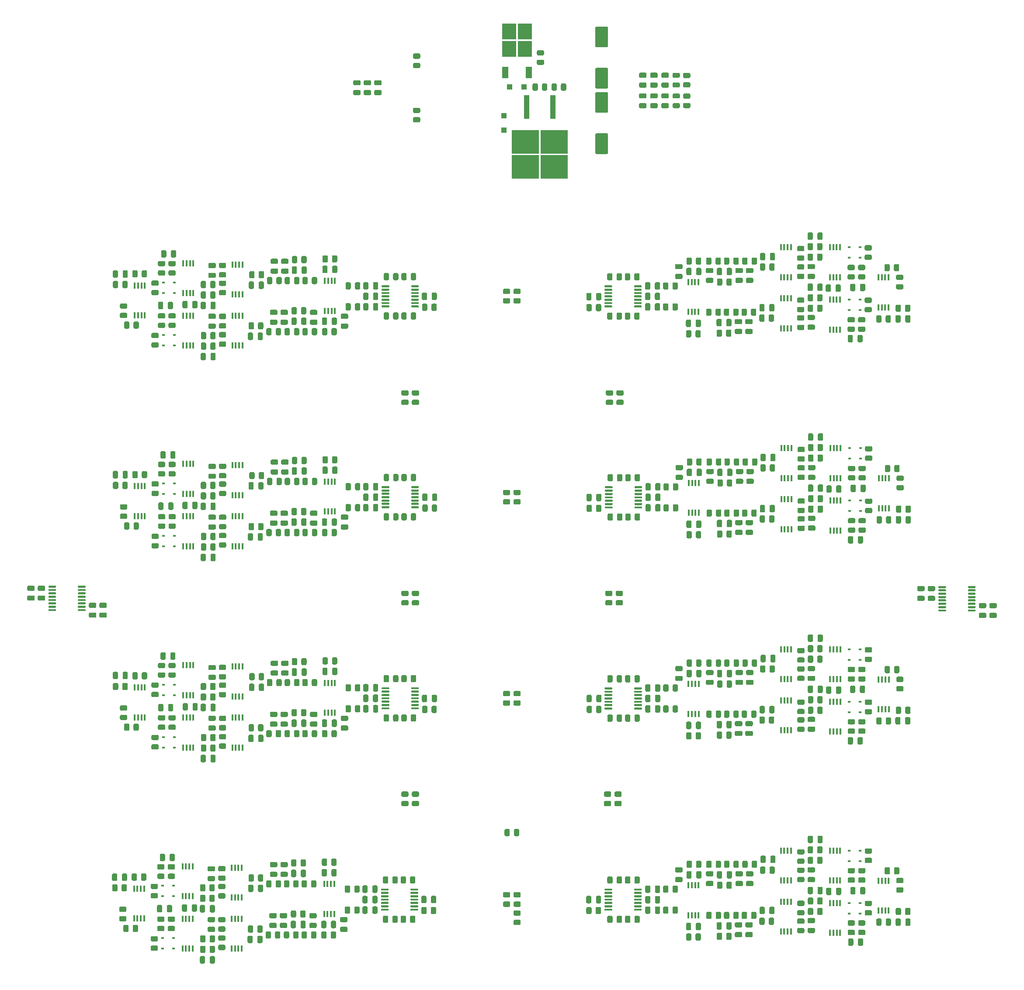
<source format=gbr>
%TF.GenerationSoftware,KiCad,Pcbnew,5.1.12-84ad8e8a86~92~ubuntu20.04.1*%
%TF.CreationDate,2022-01-23T19:48:35-05:00*%
%TF.ProjectId,emg-filter,656d672d-6669-46c7-9465-722e6b696361,rev?*%
%TF.SameCoordinates,Original*%
%TF.FileFunction,Paste,Top*%
%TF.FilePolarity,Positive*%
%FSLAX46Y46*%
G04 Gerber Fmt 4.6, Leading zero omitted, Abs format (unit mm)*
G04 Created by KiCad (PCBNEW 5.1.12-84ad8e8a86~92~ubuntu20.04.1) date 2022-01-23 19:48:35*
%MOMM*%
%LPD*%
G01*
G04 APERTURE LIST*
%ADD10R,0.600000X0.450000*%
%ADD11R,0.350000X1.200000*%
%ADD12R,5.250000X4.550000*%
%ADD13R,1.100000X4.600000*%
%ADD14R,2.750000X3.050000*%
%ADD15R,1.200000X2.200000*%
%ADD16R,1.100000X1.100000*%
G04 APERTURE END LIST*
D10*
%TO.C,D8*%
X44958980Y-39479220D03*
X42858980Y-39479220D03*
%TD*%
%TO.C,R51*%
G36*
G01*
X69581980Y-35484221D02*
X69581980Y-34584219D01*
G75*
G02*
X69831979Y-34334220I249999J0D01*
G01*
X70356981Y-34334220D01*
G75*
G02*
X70606980Y-34584219I0J-249999D01*
G01*
X70606980Y-35484221D01*
G75*
G02*
X70356981Y-35734220I-249999J0D01*
G01*
X69831979Y-35734220D01*
G75*
G02*
X69581980Y-35484221I0J249999D01*
G01*
G37*
G36*
G01*
X67756980Y-35484221D02*
X67756980Y-34584219D01*
G75*
G02*
X68006979Y-34334220I249999J0D01*
G01*
X68531981Y-34334220D01*
G75*
G02*
X68781980Y-34584219I0J-249999D01*
G01*
X68781980Y-35484221D01*
G75*
G02*
X68531981Y-35734220I-249999J0D01*
G01*
X68006979Y-35734220D01*
G75*
G02*
X67756980Y-35484221I0J249999D01*
G01*
G37*
%TD*%
%TO.C,C4*%
G36*
G01*
X159409980Y-82839540D02*
X159409980Y-83789540D01*
G75*
G02*
X159159980Y-84039540I-250000J0D01*
G01*
X158659980Y-84039540D01*
G75*
G02*
X158409980Y-83789540I0J250000D01*
G01*
X158409980Y-82839540D01*
G75*
G02*
X158659980Y-82589540I250000J0D01*
G01*
X159159980Y-82589540D01*
G75*
G02*
X159409980Y-82839540I0J-250000D01*
G01*
G37*
G36*
G01*
X161309980Y-82839540D02*
X161309980Y-83789540D01*
G75*
G02*
X161059980Y-84039540I-250000J0D01*
G01*
X160559980Y-84039540D01*
G75*
G02*
X160309980Y-83789540I0J250000D01*
G01*
X160309980Y-82839540D01*
G75*
G02*
X160559980Y-82589540I250000J0D01*
G01*
X161059980Y-82589540D01*
G75*
G02*
X161309980Y-82839540I0J-250000D01*
G01*
G37*
%TD*%
D11*
%TO.C,U60*%
X183345620Y-38482020D03*
X182695620Y-38482020D03*
X182045620Y-38482020D03*
X181395620Y-38482020D03*
X181395620Y-44282020D03*
X182045620Y-44282020D03*
X182695620Y-44282020D03*
X183345620Y-44282020D03*
%TD*%
%TO.C,U59*%
X173947620Y-42800020D03*
X173297620Y-42800020D03*
X172647620Y-42800020D03*
X171997620Y-42800020D03*
X171997620Y-48600020D03*
X172647620Y-48600020D03*
X173297620Y-48600020D03*
X173947620Y-48600020D03*
%TD*%
%TO.C,U58*%
X173947620Y-32640020D03*
X173297620Y-32640020D03*
X172647620Y-32640020D03*
X171997620Y-32640020D03*
X171997620Y-38440020D03*
X172647620Y-38440020D03*
X173297620Y-38440020D03*
X173947620Y-38440020D03*
%TD*%
%TO.C,U57*%
X164422620Y-42546020D03*
X163772620Y-42546020D03*
X163122620Y-42546020D03*
X162472620Y-42546020D03*
X162472620Y-48346020D03*
X163122620Y-48346020D03*
X163772620Y-48346020D03*
X164422620Y-48346020D03*
%TD*%
%TO.C,U56*%
X164422620Y-32640020D03*
X163772620Y-32640020D03*
X163122620Y-32640020D03*
X162472620Y-32640020D03*
X162472620Y-38440020D03*
X163122620Y-38440020D03*
X163772620Y-38440020D03*
X164422620Y-38440020D03*
%TD*%
%TO.C,U55*%
X146515620Y-39371020D03*
X145865620Y-39371020D03*
X145215620Y-39371020D03*
X144565620Y-39371020D03*
X144565620Y-45171020D03*
X145215620Y-45171020D03*
X145865620Y-45171020D03*
X146515620Y-45171020D03*
%TD*%
%TO.C,U54*%
G36*
G01*
X128310620Y-40315020D02*
X128310620Y-40115020D01*
G75*
G02*
X128410620Y-40015020I100000J0D01*
G01*
X129685620Y-40015020D01*
G75*
G02*
X129785620Y-40115020I0J-100000D01*
G01*
X129785620Y-40315020D01*
G75*
G02*
X129685620Y-40415020I-100000J0D01*
G01*
X128410620Y-40415020D01*
G75*
G02*
X128310620Y-40315020I0J100000D01*
G01*
G37*
G36*
G01*
X128310620Y-40965020D02*
X128310620Y-40765020D01*
G75*
G02*
X128410620Y-40665020I100000J0D01*
G01*
X129685620Y-40665020D01*
G75*
G02*
X129785620Y-40765020I0J-100000D01*
G01*
X129785620Y-40965020D01*
G75*
G02*
X129685620Y-41065020I-100000J0D01*
G01*
X128410620Y-41065020D01*
G75*
G02*
X128310620Y-40965020I0J100000D01*
G01*
G37*
G36*
G01*
X128310620Y-41615020D02*
X128310620Y-41415020D01*
G75*
G02*
X128410620Y-41315020I100000J0D01*
G01*
X129685620Y-41315020D01*
G75*
G02*
X129785620Y-41415020I0J-100000D01*
G01*
X129785620Y-41615020D01*
G75*
G02*
X129685620Y-41715020I-100000J0D01*
G01*
X128410620Y-41715020D01*
G75*
G02*
X128310620Y-41615020I0J100000D01*
G01*
G37*
G36*
G01*
X128310620Y-42265020D02*
X128310620Y-42065020D01*
G75*
G02*
X128410620Y-41965020I100000J0D01*
G01*
X129685620Y-41965020D01*
G75*
G02*
X129785620Y-42065020I0J-100000D01*
G01*
X129785620Y-42265020D01*
G75*
G02*
X129685620Y-42365020I-100000J0D01*
G01*
X128410620Y-42365020D01*
G75*
G02*
X128310620Y-42265020I0J100000D01*
G01*
G37*
G36*
G01*
X128310620Y-42915020D02*
X128310620Y-42715020D01*
G75*
G02*
X128410620Y-42615020I100000J0D01*
G01*
X129685620Y-42615020D01*
G75*
G02*
X129785620Y-42715020I0J-100000D01*
G01*
X129785620Y-42915020D01*
G75*
G02*
X129685620Y-43015020I-100000J0D01*
G01*
X128410620Y-43015020D01*
G75*
G02*
X128310620Y-42915020I0J100000D01*
G01*
G37*
G36*
G01*
X128310620Y-43565020D02*
X128310620Y-43365020D01*
G75*
G02*
X128410620Y-43265020I100000J0D01*
G01*
X129685620Y-43265020D01*
G75*
G02*
X129785620Y-43365020I0J-100000D01*
G01*
X129785620Y-43565020D01*
G75*
G02*
X129685620Y-43665020I-100000J0D01*
G01*
X128410620Y-43665020D01*
G75*
G02*
X128310620Y-43565020I0J100000D01*
G01*
G37*
G36*
G01*
X128310620Y-44215020D02*
X128310620Y-44015020D01*
G75*
G02*
X128410620Y-43915020I100000J0D01*
G01*
X129685620Y-43915020D01*
G75*
G02*
X129785620Y-44015020I0J-100000D01*
G01*
X129785620Y-44215020D01*
G75*
G02*
X129685620Y-44315020I-100000J0D01*
G01*
X128410620Y-44315020D01*
G75*
G02*
X128310620Y-44215020I0J100000D01*
G01*
G37*
G36*
G01*
X134035620Y-44215020D02*
X134035620Y-44015020D01*
G75*
G02*
X134135620Y-43915020I100000J0D01*
G01*
X135410620Y-43915020D01*
G75*
G02*
X135510620Y-44015020I0J-100000D01*
G01*
X135510620Y-44215020D01*
G75*
G02*
X135410620Y-44315020I-100000J0D01*
G01*
X134135620Y-44315020D01*
G75*
G02*
X134035620Y-44215020I0J100000D01*
G01*
G37*
G36*
G01*
X134035620Y-43565020D02*
X134035620Y-43365020D01*
G75*
G02*
X134135620Y-43265020I100000J0D01*
G01*
X135410620Y-43265020D01*
G75*
G02*
X135510620Y-43365020I0J-100000D01*
G01*
X135510620Y-43565020D01*
G75*
G02*
X135410620Y-43665020I-100000J0D01*
G01*
X134135620Y-43665020D01*
G75*
G02*
X134035620Y-43565020I0J100000D01*
G01*
G37*
G36*
G01*
X134035620Y-42915020D02*
X134035620Y-42715020D01*
G75*
G02*
X134135620Y-42615020I100000J0D01*
G01*
X135410620Y-42615020D01*
G75*
G02*
X135510620Y-42715020I0J-100000D01*
G01*
X135510620Y-42915020D01*
G75*
G02*
X135410620Y-43015020I-100000J0D01*
G01*
X134135620Y-43015020D01*
G75*
G02*
X134035620Y-42915020I0J100000D01*
G01*
G37*
G36*
G01*
X134035620Y-42265020D02*
X134035620Y-42065020D01*
G75*
G02*
X134135620Y-41965020I100000J0D01*
G01*
X135410620Y-41965020D01*
G75*
G02*
X135510620Y-42065020I0J-100000D01*
G01*
X135510620Y-42265020D01*
G75*
G02*
X135410620Y-42365020I-100000J0D01*
G01*
X134135620Y-42365020D01*
G75*
G02*
X134035620Y-42265020I0J100000D01*
G01*
G37*
G36*
G01*
X134035620Y-41615020D02*
X134035620Y-41415020D01*
G75*
G02*
X134135620Y-41315020I100000J0D01*
G01*
X135410620Y-41315020D01*
G75*
G02*
X135510620Y-41415020I0J-100000D01*
G01*
X135510620Y-41615020D01*
G75*
G02*
X135410620Y-41715020I-100000J0D01*
G01*
X134135620Y-41715020D01*
G75*
G02*
X134035620Y-41615020I0J100000D01*
G01*
G37*
G36*
G01*
X134035620Y-40965020D02*
X134035620Y-40765020D01*
G75*
G02*
X134135620Y-40665020I100000J0D01*
G01*
X135410620Y-40665020D01*
G75*
G02*
X135510620Y-40765020I0J-100000D01*
G01*
X135510620Y-40965020D01*
G75*
G02*
X135410620Y-41065020I-100000J0D01*
G01*
X134135620Y-41065020D01*
G75*
G02*
X134035620Y-40965020I0J100000D01*
G01*
G37*
G36*
G01*
X134035620Y-40315020D02*
X134035620Y-40115020D01*
G75*
G02*
X134135620Y-40015020I100000J0D01*
G01*
X135410620Y-40015020D01*
G75*
G02*
X135510620Y-40115020I0J-100000D01*
G01*
X135510620Y-40315020D01*
G75*
G02*
X135410620Y-40415020I-100000J0D01*
G01*
X134135620Y-40415020D01*
G75*
G02*
X134035620Y-40315020I0J100000D01*
G01*
G37*
%TD*%
%TO.C,U53*%
X183431980Y-83236540D03*
X182781980Y-83236540D03*
X182131980Y-83236540D03*
X181481980Y-83236540D03*
X181481980Y-77436540D03*
X182131980Y-77436540D03*
X182781980Y-77436540D03*
X183431980Y-77436540D03*
%TD*%
%TO.C,U52*%
X174033980Y-87554540D03*
X173383980Y-87554540D03*
X172733980Y-87554540D03*
X172083980Y-87554540D03*
X172083980Y-81754540D03*
X172733980Y-81754540D03*
X173383980Y-81754540D03*
X174033980Y-81754540D03*
%TD*%
%TO.C,U51*%
X174033980Y-77394540D03*
X173383980Y-77394540D03*
X172733980Y-77394540D03*
X172083980Y-77394540D03*
X172083980Y-71594540D03*
X172733980Y-71594540D03*
X173383980Y-71594540D03*
X174033980Y-71594540D03*
%TD*%
%TO.C,U50*%
X164508980Y-87300540D03*
X163858980Y-87300540D03*
X163208980Y-87300540D03*
X162558980Y-87300540D03*
X162558980Y-81500540D03*
X163208980Y-81500540D03*
X163858980Y-81500540D03*
X164508980Y-81500540D03*
%TD*%
%TO.C,U49*%
X164508980Y-77394540D03*
X163858980Y-77394540D03*
X163208980Y-77394540D03*
X162558980Y-77394540D03*
X162558980Y-71594540D03*
X163208980Y-71594540D03*
X163858980Y-71594540D03*
X164508980Y-71594540D03*
%TD*%
%TO.C,U48*%
X146601980Y-84125540D03*
X145951980Y-84125540D03*
X145301980Y-84125540D03*
X144651980Y-84125540D03*
X144651980Y-78325540D03*
X145301980Y-78325540D03*
X145951980Y-78325540D03*
X146601980Y-78325540D03*
%TD*%
%TO.C,U47*%
G36*
G01*
X134121980Y-79269540D02*
X134121980Y-79069540D01*
G75*
G02*
X134221980Y-78969540I100000J0D01*
G01*
X135496980Y-78969540D01*
G75*
G02*
X135596980Y-79069540I0J-100000D01*
G01*
X135596980Y-79269540D01*
G75*
G02*
X135496980Y-79369540I-100000J0D01*
G01*
X134221980Y-79369540D01*
G75*
G02*
X134121980Y-79269540I0J100000D01*
G01*
G37*
G36*
G01*
X134121980Y-79919540D02*
X134121980Y-79719540D01*
G75*
G02*
X134221980Y-79619540I100000J0D01*
G01*
X135496980Y-79619540D01*
G75*
G02*
X135596980Y-79719540I0J-100000D01*
G01*
X135596980Y-79919540D01*
G75*
G02*
X135496980Y-80019540I-100000J0D01*
G01*
X134221980Y-80019540D01*
G75*
G02*
X134121980Y-79919540I0J100000D01*
G01*
G37*
G36*
G01*
X134121980Y-80569540D02*
X134121980Y-80369540D01*
G75*
G02*
X134221980Y-80269540I100000J0D01*
G01*
X135496980Y-80269540D01*
G75*
G02*
X135596980Y-80369540I0J-100000D01*
G01*
X135596980Y-80569540D01*
G75*
G02*
X135496980Y-80669540I-100000J0D01*
G01*
X134221980Y-80669540D01*
G75*
G02*
X134121980Y-80569540I0J100000D01*
G01*
G37*
G36*
G01*
X134121980Y-81219540D02*
X134121980Y-81019540D01*
G75*
G02*
X134221980Y-80919540I100000J0D01*
G01*
X135496980Y-80919540D01*
G75*
G02*
X135596980Y-81019540I0J-100000D01*
G01*
X135596980Y-81219540D01*
G75*
G02*
X135496980Y-81319540I-100000J0D01*
G01*
X134221980Y-81319540D01*
G75*
G02*
X134121980Y-81219540I0J100000D01*
G01*
G37*
G36*
G01*
X134121980Y-81869540D02*
X134121980Y-81669540D01*
G75*
G02*
X134221980Y-81569540I100000J0D01*
G01*
X135496980Y-81569540D01*
G75*
G02*
X135596980Y-81669540I0J-100000D01*
G01*
X135596980Y-81869540D01*
G75*
G02*
X135496980Y-81969540I-100000J0D01*
G01*
X134221980Y-81969540D01*
G75*
G02*
X134121980Y-81869540I0J100000D01*
G01*
G37*
G36*
G01*
X134121980Y-82519540D02*
X134121980Y-82319540D01*
G75*
G02*
X134221980Y-82219540I100000J0D01*
G01*
X135496980Y-82219540D01*
G75*
G02*
X135596980Y-82319540I0J-100000D01*
G01*
X135596980Y-82519540D01*
G75*
G02*
X135496980Y-82619540I-100000J0D01*
G01*
X134221980Y-82619540D01*
G75*
G02*
X134121980Y-82519540I0J100000D01*
G01*
G37*
G36*
G01*
X134121980Y-83169540D02*
X134121980Y-82969540D01*
G75*
G02*
X134221980Y-82869540I100000J0D01*
G01*
X135496980Y-82869540D01*
G75*
G02*
X135596980Y-82969540I0J-100000D01*
G01*
X135596980Y-83169540D01*
G75*
G02*
X135496980Y-83269540I-100000J0D01*
G01*
X134221980Y-83269540D01*
G75*
G02*
X134121980Y-83169540I0J100000D01*
G01*
G37*
G36*
G01*
X128396980Y-83169540D02*
X128396980Y-82969540D01*
G75*
G02*
X128496980Y-82869540I100000J0D01*
G01*
X129771980Y-82869540D01*
G75*
G02*
X129871980Y-82969540I0J-100000D01*
G01*
X129871980Y-83169540D01*
G75*
G02*
X129771980Y-83269540I-100000J0D01*
G01*
X128496980Y-83269540D01*
G75*
G02*
X128396980Y-83169540I0J100000D01*
G01*
G37*
G36*
G01*
X128396980Y-82519540D02*
X128396980Y-82319540D01*
G75*
G02*
X128496980Y-82219540I100000J0D01*
G01*
X129771980Y-82219540D01*
G75*
G02*
X129871980Y-82319540I0J-100000D01*
G01*
X129871980Y-82519540D01*
G75*
G02*
X129771980Y-82619540I-100000J0D01*
G01*
X128496980Y-82619540D01*
G75*
G02*
X128396980Y-82519540I0J100000D01*
G01*
G37*
G36*
G01*
X128396980Y-81869540D02*
X128396980Y-81669540D01*
G75*
G02*
X128496980Y-81569540I100000J0D01*
G01*
X129771980Y-81569540D01*
G75*
G02*
X129871980Y-81669540I0J-100000D01*
G01*
X129871980Y-81869540D01*
G75*
G02*
X129771980Y-81969540I-100000J0D01*
G01*
X128496980Y-81969540D01*
G75*
G02*
X128396980Y-81869540I0J100000D01*
G01*
G37*
G36*
G01*
X128396980Y-81219540D02*
X128396980Y-81019540D01*
G75*
G02*
X128496980Y-80919540I100000J0D01*
G01*
X129771980Y-80919540D01*
G75*
G02*
X129871980Y-81019540I0J-100000D01*
G01*
X129871980Y-81219540D01*
G75*
G02*
X129771980Y-81319540I-100000J0D01*
G01*
X128496980Y-81319540D01*
G75*
G02*
X128396980Y-81219540I0J100000D01*
G01*
G37*
G36*
G01*
X128396980Y-80569540D02*
X128396980Y-80369540D01*
G75*
G02*
X128496980Y-80269540I100000J0D01*
G01*
X129771980Y-80269540D01*
G75*
G02*
X129871980Y-80369540I0J-100000D01*
G01*
X129871980Y-80569540D01*
G75*
G02*
X129771980Y-80669540I-100000J0D01*
G01*
X128496980Y-80669540D01*
G75*
G02*
X128396980Y-80569540I0J100000D01*
G01*
G37*
G36*
G01*
X128396980Y-79919540D02*
X128396980Y-79719540D01*
G75*
G02*
X128496980Y-79619540I100000J0D01*
G01*
X129771980Y-79619540D01*
G75*
G02*
X129871980Y-79719540I0J-100000D01*
G01*
X129871980Y-79919540D01*
G75*
G02*
X129771980Y-80019540I-100000J0D01*
G01*
X128496980Y-80019540D01*
G75*
G02*
X128396980Y-79919540I0J100000D01*
G01*
G37*
G36*
G01*
X128396980Y-79269540D02*
X128396980Y-79069540D01*
G75*
G02*
X128496980Y-78969540I100000J0D01*
G01*
X129771980Y-78969540D01*
G75*
G02*
X129871980Y-79069540I0J-100000D01*
G01*
X129871980Y-79269540D01*
G75*
G02*
X129771980Y-79369540I-100000J0D01*
G01*
X128496980Y-79369540D01*
G75*
G02*
X128396980Y-79269540I0J100000D01*
G01*
G37*
%TD*%
%TO.C,U46*%
X183380180Y-122220140D03*
X182730180Y-122220140D03*
X182080180Y-122220140D03*
X181430180Y-122220140D03*
X181430180Y-116420140D03*
X182080180Y-116420140D03*
X182730180Y-116420140D03*
X183380180Y-116420140D03*
%TD*%
%TO.C,U45*%
X173982180Y-126538140D03*
X173332180Y-126538140D03*
X172682180Y-126538140D03*
X172032180Y-126538140D03*
X172032180Y-120738140D03*
X172682180Y-120738140D03*
X173332180Y-120738140D03*
X173982180Y-120738140D03*
%TD*%
%TO.C,U44*%
X173982180Y-116378140D03*
X173332180Y-116378140D03*
X172682180Y-116378140D03*
X172032180Y-116378140D03*
X172032180Y-110578140D03*
X172682180Y-110578140D03*
X173332180Y-110578140D03*
X173982180Y-110578140D03*
%TD*%
%TO.C,U43*%
X164457180Y-126284140D03*
X163807180Y-126284140D03*
X163157180Y-126284140D03*
X162507180Y-126284140D03*
X162507180Y-120484140D03*
X163157180Y-120484140D03*
X163807180Y-120484140D03*
X164457180Y-120484140D03*
%TD*%
%TO.C,U42*%
X164457180Y-116378140D03*
X163807180Y-116378140D03*
X163157180Y-116378140D03*
X162507180Y-116378140D03*
X162507180Y-110578140D03*
X163157180Y-110578140D03*
X163807180Y-110578140D03*
X164457180Y-110578140D03*
%TD*%
%TO.C,U41*%
X146550180Y-123109140D03*
X145900180Y-123109140D03*
X145250180Y-123109140D03*
X144600180Y-123109140D03*
X144600180Y-117309140D03*
X145250180Y-117309140D03*
X145900180Y-117309140D03*
X146550180Y-117309140D03*
%TD*%
%TO.C,U40*%
G36*
G01*
X134070180Y-118253140D02*
X134070180Y-118053140D01*
G75*
G02*
X134170180Y-117953140I100000J0D01*
G01*
X135445180Y-117953140D01*
G75*
G02*
X135545180Y-118053140I0J-100000D01*
G01*
X135545180Y-118253140D01*
G75*
G02*
X135445180Y-118353140I-100000J0D01*
G01*
X134170180Y-118353140D01*
G75*
G02*
X134070180Y-118253140I0J100000D01*
G01*
G37*
G36*
G01*
X134070180Y-118903140D02*
X134070180Y-118703140D01*
G75*
G02*
X134170180Y-118603140I100000J0D01*
G01*
X135445180Y-118603140D01*
G75*
G02*
X135545180Y-118703140I0J-100000D01*
G01*
X135545180Y-118903140D01*
G75*
G02*
X135445180Y-119003140I-100000J0D01*
G01*
X134170180Y-119003140D01*
G75*
G02*
X134070180Y-118903140I0J100000D01*
G01*
G37*
G36*
G01*
X134070180Y-119553140D02*
X134070180Y-119353140D01*
G75*
G02*
X134170180Y-119253140I100000J0D01*
G01*
X135445180Y-119253140D01*
G75*
G02*
X135545180Y-119353140I0J-100000D01*
G01*
X135545180Y-119553140D01*
G75*
G02*
X135445180Y-119653140I-100000J0D01*
G01*
X134170180Y-119653140D01*
G75*
G02*
X134070180Y-119553140I0J100000D01*
G01*
G37*
G36*
G01*
X134070180Y-120203140D02*
X134070180Y-120003140D01*
G75*
G02*
X134170180Y-119903140I100000J0D01*
G01*
X135445180Y-119903140D01*
G75*
G02*
X135545180Y-120003140I0J-100000D01*
G01*
X135545180Y-120203140D01*
G75*
G02*
X135445180Y-120303140I-100000J0D01*
G01*
X134170180Y-120303140D01*
G75*
G02*
X134070180Y-120203140I0J100000D01*
G01*
G37*
G36*
G01*
X134070180Y-120853140D02*
X134070180Y-120653140D01*
G75*
G02*
X134170180Y-120553140I100000J0D01*
G01*
X135445180Y-120553140D01*
G75*
G02*
X135545180Y-120653140I0J-100000D01*
G01*
X135545180Y-120853140D01*
G75*
G02*
X135445180Y-120953140I-100000J0D01*
G01*
X134170180Y-120953140D01*
G75*
G02*
X134070180Y-120853140I0J100000D01*
G01*
G37*
G36*
G01*
X134070180Y-121503140D02*
X134070180Y-121303140D01*
G75*
G02*
X134170180Y-121203140I100000J0D01*
G01*
X135445180Y-121203140D01*
G75*
G02*
X135545180Y-121303140I0J-100000D01*
G01*
X135545180Y-121503140D01*
G75*
G02*
X135445180Y-121603140I-100000J0D01*
G01*
X134170180Y-121603140D01*
G75*
G02*
X134070180Y-121503140I0J100000D01*
G01*
G37*
G36*
G01*
X134070180Y-122153140D02*
X134070180Y-121953140D01*
G75*
G02*
X134170180Y-121853140I100000J0D01*
G01*
X135445180Y-121853140D01*
G75*
G02*
X135545180Y-121953140I0J-100000D01*
G01*
X135545180Y-122153140D01*
G75*
G02*
X135445180Y-122253140I-100000J0D01*
G01*
X134170180Y-122253140D01*
G75*
G02*
X134070180Y-122153140I0J100000D01*
G01*
G37*
G36*
G01*
X128345180Y-122153140D02*
X128345180Y-121953140D01*
G75*
G02*
X128445180Y-121853140I100000J0D01*
G01*
X129720180Y-121853140D01*
G75*
G02*
X129820180Y-121953140I0J-100000D01*
G01*
X129820180Y-122153140D01*
G75*
G02*
X129720180Y-122253140I-100000J0D01*
G01*
X128445180Y-122253140D01*
G75*
G02*
X128345180Y-122153140I0J100000D01*
G01*
G37*
G36*
G01*
X128345180Y-121503140D02*
X128345180Y-121303140D01*
G75*
G02*
X128445180Y-121203140I100000J0D01*
G01*
X129720180Y-121203140D01*
G75*
G02*
X129820180Y-121303140I0J-100000D01*
G01*
X129820180Y-121503140D01*
G75*
G02*
X129720180Y-121603140I-100000J0D01*
G01*
X128445180Y-121603140D01*
G75*
G02*
X128345180Y-121503140I0J100000D01*
G01*
G37*
G36*
G01*
X128345180Y-120853140D02*
X128345180Y-120653140D01*
G75*
G02*
X128445180Y-120553140I100000J0D01*
G01*
X129720180Y-120553140D01*
G75*
G02*
X129820180Y-120653140I0J-100000D01*
G01*
X129820180Y-120853140D01*
G75*
G02*
X129720180Y-120953140I-100000J0D01*
G01*
X128445180Y-120953140D01*
G75*
G02*
X128345180Y-120853140I0J100000D01*
G01*
G37*
G36*
G01*
X128345180Y-120203140D02*
X128345180Y-120003140D01*
G75*
G02*
X128445180Y-119903140I100000J0D01*
G01*
X129720180Y-119903140D01*
G75*
G02*
X129820180Y-120003140I0J-100000D01*
G01*
X129820180Y-120203140D01*
G75*
G02*
X129720180Y-120303140I-100000J0D01*
G01*
X128445180Y-120303140D01*
G75*
G02*
X128345180Y-120203140I0J100000D01*
G01*
G37*
G36*
G01*
X128345180Y-119553140D02*
X128345180Y-119353140D01*
G75*
G02*
X128445180Y-119253140I100000J0D01*
G01*
X129720180Y-119253140D01*
G75*
G02*
X129820180Y-119353140I0J-100000D01*
G01*
X129820180Y-119553140D01*
G75*
G02*
X129720180Y-119653140I-100000J0D01*
G01*
X128445180Y-119653140D01*
G75*
G02*
X128345180Y-119553140I0J100000D01*
G01*
G37*
G36*
G01*
X128345180Y-118903140D02*
X128345180Y-118703140D01*
G75*
G02*
X128445180Y-118603140I100000J0D01*
G01*
X129720180Y-118603140D01*
G75*
G02*
X129820180Y-118703140I0J-100000D01*
G01*
X129820180Y-118903140D01*
G75*
G02*
X129720180Y-119003140I-100000J0D01*
G01*
X128445180Y-119003140D01*
G75*
G02*
X128345180Y-118903140I0J100000D01*
G01*
G37*
G36*
G01*
X128345180Y-118253140D02*
X128345180Y-118053140D01*
G75*
G02*
X128445180Y-117953140I100000J0D01*
G01*
X129720180Y-117953140D01*
G75*
G02*
X129820180Y-118053140I0J-100000D01*
G01*
X129820180Y-118253140D01*
G75*
G02*
X129720180Y-118353140I-100000J0D01*
G01*
X128445180Y-118353140D01*
G75*
G02*
X128345180Y-118253140I0J100000D01*
G01*
G37*
%TD*%
%TO.C,U39*%
X183363220Y-155433400D03*
X182713220Y-155433400D03*
X182063220Y-155433400D03*
X181413220Y-155433400D03*
X181413220Y-161233400D03*
X182063220Y-161233400D03*
X182713220Y-161233400D03*
X183363220Y-161233400D03*
%TD*%
%TO.C,U38*%
X173965220Y-159751400D03*
X173315220Y-159751400D03*
X172665220Y-159751400D03*
X172015220Y-159751400D03*
X172015220Y-165551400D03*
X172665220Y-165551400D03*
X173315220Y-165551400D03*
X173965220Y-165551400D03*
%TD*%
%TO.C,U37*%
X173965220Y-149591400D03*
X173315220Y-149591400D03*
X172665220Y-149591400D03*
X172015220Y-149591400D03*
X172015220Y-155391400D03*
X172665220Y-155391400D03*
X173315220Y-155391400D03*
X173965220Y-155391400D03*
%TD*%
%TO.C,U36*%
X164440220Y-159497400D03*
X163790220Y-159497400D03*
X163140220Y-159497400D03*
X162490220Y-159497400D03*
X162490220Y-165297400D03*
X163140220Y-165297400D03*
X163790220Y-165297400D03*
X164440220Y-165297400D03*
%TD*%
%TO.C,U35*%
X164440220Y-149591400D03*
X163790220Y-149591400D03*
X163140220Y-149591400D03*
X162490220Y-149591400D03*
X162490220Y-155391400D03*
X163140220Y-155391400D03*
X163790220Y-155391400D03*
X164440220Y-155391400D03*
%TD*%
%TO.C,U34*%
X146533220Y-156322400D03*
X145883220Y-156322400D03*
X145233220Y-156322400D03*
X144583220Y-156322400D03*
X144583220Y-162122400D03*
X145233220Y-162122400D03*
X145883220Y-162122400D03*
X146533220Y-162122400D03*
%TD*%
%TO.C,U33*%
G36*
G01*
X128328220Y-157266400D02*
X128328220Y-157066400D01*
G75*
G02*
X128428220Y-156966400I100000J0D01*
G01*
X129703220Y-156966400D01*
G75*
G02*
X129803220Y-157066400I0J-100000D01*
G01*
X129803220Y-157266400D01*
G75*
G02*
X129703220Y-157366400I-100000J0D01*
G01*
X128428220Y-157366400D01*
G75*
G02*
X128328220Y-157266400I0J100000D01*
G01*
G37*
G36*
G01*
X128328220Y-157916400D02*
X128328220Y-157716400D01*
G75*
G02*
X128428220Y-157616400I100000J0D01*
G01*
X129703220Y-157616400D01*
G75*
G02*
X129803220Y-157716400I0J-100000D01*
G01*
X129803220Y-157916400D01*
G75*
G02*
X129703220Y-158016400I-100000J0D01*
G01*
X128428220Y-158016400D01*
G75*
G02*
X128328220Y-157916400I0J100000D01*
G01*
G37*
G36*
G01*
X128328220Y-158566400D02*
X128328220Y-158366400D01*
G75*
G02*
X128428220Y-158266400I100000J0D01*
G01*
X129703220Y-158266400D01*
G75*
G02*
X129803220Y-158366400I0J-100000D01*
G01*
X129803220Y-158566400D01*
G75*
G02*
X129703220Y-158666400I-100000J0D01*
G01*
X128428220Y-158666400D01*
G75*
G02*
X128328220Y-158566400I0J100000D01*
G01*
G37*
G36*
G01*
X128328220Y-159216400D02*
X128328220Y-159016400D01*
G75*
G02*
X128428220Y-158916400I100000J0D01*
G01*
X129703220Y-158916400D01*
G75*
G02*
X129803220Y-159016400I0J-100000D01*
G01*
X129803220Y-159216400D01*
G75*
G02*
X129703220Y-159316400I-100000J0D01*
G01*
X128428220Y-159316400D01*
G75*
G02*
X128328220Y-159216400I0J100000D01*
G01*
G37*
G36*
G01*
X128328220Y-159866400D02*
X128328220Y-159666400D01*
G75*
G02*
X128428220Y-159566400I100000J0D01*
G01*
X129703220Y-159566400D01*
G75*
G02*
X129803220Y-159666400I0J-100000D01*
G01*
X129803220Y-159866400D01*
G75*
G02*
X129703220Y-159966400I-100000J0D01*
G01*
X128428220Y-159966400D01*
G75*
G02*
X128328220Y-159866400I0J100000D01*
G01*
G37*
G36*
G01*
X128328220Y-160516400D02*
X128328220Y-160316400D01*
G75*
G02*
X128428220Y-160216400I100000J0D01*
G01*
X129703220Y-160216400D01*
G75*
G02*
X129803220Y-160316400I0J-100000D01*
G01*
X129803220Y-160516400D01*
G75*
G02*
X129703220Y-160616400I-100000J0D01*
G01*
X128428220Y-160616400D01*
G75*
G02*
X128328220Y-160516400I0J100000D01*
G01*
G37*
G36*
G01*
X128328220Y-161166400D02*
X128328220Y-160966400D01*
G75*
G02*
X128428220Y-160866400I100000J0D01*
G01*
X129703220Y-160866400D01*
G75*
G02*
X129803220Y-160966400I0J-100000D01*
G01*
X129803220Y-161166400D01*
G75*
G02*
X129703220Y-161266400I-100000J0D01*
G01*
X128428220Y-161266400D01*
G75*
G02*
X128328220Y-161166400I0J100000D01*
G01*
G37*
G36*
G01*
X134053220Y-161166400D02*
X134053220Y-160966400D01*
G75*
G02*
X134153220Y-160866400I100000J0D01*
G01*
X135428220Y-160866400D01*
G75*
G02*
X135528220Y-160966400I0J-100000D01*
G01*
X135528220Y-161166400D01*
G75*
G02*
X135428220Y-161266400I-100000J0D01*
G01*
X134153220Y-161266400D01*
G75*
G02*
X134053220Y-161166400I0J100000D01*
G01*
G37*
G36*
G01*
X134053220Y-160516400D02*
X134053220Y-160316400D01*
G75*
G02*
X134153220Y-160216400I100000J0D01*
G01*
X135428220Y-160216400D01*
G75*
G02*
X135528220Y-160316400I0J-100000D01*
G01*
X135528220Y-160516400D01*
G75*
G02*
X135428220Y-160616400I-100000J0D01*
G01*
X134153220Y-160616400D01*
G75*
G02*
X134053220Y-160516400I0J100000D01*
G01*
G37*
G36*
G01*
X134053220Y-159866400D02*
X134053220Y-159666400D01*
G75*
G02*
X134153220Y-159566400I100000J0D01*
G01*
X135428220Y-159566400D01*
G75*
G02*
X135528220Y-159666400I0J-100000D01*
G01*
X135528220Y-159866400D01*
G75*
G02*
X135428220Y-159966400I-100000J0D01*
G01*
X134153220Y-159966400D01*
G75*
G02*
X134053220Y-159866400I0J100000D01*
G01*
G37*
G36*
G01*
X134053220Y-159216400D02*
X134053220Y-159016400D01*
G75*
G02*
X134153220Y-158916400I100000J0D01*
G01*
X135428220Y-158916400D01*
G75*
G02*
X135528220Y-159016400I0J-100000D01*
G01*
X135528220Y-159216400D01*
G75*
G02*
X135428220Y-159316400I-100000J0D01*
G01*
X134153220Y-159316400D01*
G75*
G02*
X134053220Y-159216400I0J100000D01*
G01*
G37*
G36*
G01*
X134053220Y-158566400D02*
X134053220Y-158366400D01*
G75*
G02*
X134153220Y-158266400I100000J0D01*
G01*
X135428220Y-158266400D01*
G75*
G02*
X135528220Y-158366400I0J-100000D01*
G01*
X135528220Y-158566400D01*
G75*
G02*
X135428220Y-158666400I-100000J0D01*
G01*
X134153220Y-158666400D01*
G75*
G02*
X134053220Y-158566400I0J100000D01*
G01*
G37*
G36*
G01*
X134053220Y-157916400D02*
X134053220Y-157716400D01*
G75*
G02*
X134153220Y-157616400I100000J0D01*
G01*
X135428220Y-157616400D01*
G75*
G02*
X135528220Y-157716400I0J-100000D01*
G01*
X135528220Y-157916400D01*
G75*
G02*
X135428220Y-158016400I-100000J0D01*
G01*
X134153220Y-158016400D01*
G75*
G02*
X134053220Y-157916400I0J100000D01*
G01*
G37*
G36*
G01*
X134053220Y-157266400D02*
X134053220Y-157066400D01*
G75*
G02*
X134153220Y-156966400I100000J0D01*
G01*
X135428220Y-156966400D01*
G75*
G02*
X135528220Y-157066400I0J-100000D01*
G01*
X135528220Y-157266400D01*
G75*
G02*
X135428220Y-157366400I-100000J0D01*
G01*
X134153220Y-157366400D01*
G75*
G02*
X134053220Y-157266400I0J100000D01*
G01*
G37*
%TD*%
%TO.C,U32*%
X37165480Y-156988280D03*
X37815480Y-156988280D03*
X38465480Y-156988280D03*
X39115480Y-156988280D03*
X39115480Y-162788280D03*
X38465480Y-162788280D03*
X37815480Y-162788280D03*
X37165480Y-162788280D03*
%TD*%
%TO.C,U31*%
X46563480Y-152670280D03*
X47213480Y-152670280D03*
X47863480Y-152670280D03*
X48513480Y-152670280D03*
X48513480Y-158470280D03*
X47863480Y-158470280D03*
X47213480Y-158470280D03*
X46563480Y-158470280D03*
%TD*%
%TO.C,U30*%
X46563480Y-162830280D03*
X47213480Y-162830280D03*
X47863480Y-162830280D03*
X48513480Y-162830280D03*
X48513480Y-168630280D03*
X47863480Y-168630280D03*
X47213480Y-168630280D03*
X46563480Y-168630280D03*
%TD*%
%TO.C,U29*%
X56088480Y-152924280D03*
X56738480Y-152924280D03*
X57388480Y-152924280D03*
X58038480Y-152924280D03*
X58038480Y-158724280D03*
X57388480Y-158724280D03*
X56738480Y-158724280D03*
X56088480Y-158724280D03*
%TD*%
%TO.C,U28*%
X56088480Y-162830280D03*
X56738480Y-162830280D03*
X57388480Y-162830280D03*
X58038480Y-162830280D03*
X58038480Y-168630280D03*
X57388480Y-168630280D03*
X56738480Y-168630280D03*
X56088480Y-168630280D03*
%TD*%
%TO.C,U27*%
X73995480Y-156099280D03*
X74645480Y-156099280D03*
X75295480Y-156099280D03*
X75945480Y-156099280D03*
X75945480Y-161899280D03*
X75295480Y-161899280D03*
X74645480Y-161899280D03*
X73995480Y-161899280D03*
%TD*%
%TO.C,U26*%
G36*
G01*
X86475480Y-160955280D02*
X86475480Y-161155280D01*
G75*
G02*
X86375480Y-161255280I-100000J0D01*
G01*
X85100480Y-161255280D01*
G75*
G02*
X85000480Y-161155280I0J100000D01*
G01*
X85000480Y-160955280D01*
G75*
G02*
X85100480Y-160855280I100000J0D01*
G01*
X86375480Y-160855280D01*
G75*
G02*
X86475480Y-160955280I0J-100000D01*
G01*
G37*
G36*
G01*
X86475480Y-160305280D02*
X86475480Y-160505280D01*
G75*
G02*
X86375480Y-160605280I-100000J0D01*
G01*
X85100480Y-160605280D01*
G75*
G02*
X85000480Y-160505280I0J100000D01*
G01*
X85000480Y-160305280D01*
G75*
G02*
X85100480Y-160205280I100000J0D01*
G01*
X86375480Y-160205280D01*
G75*
G02*
X86475480Y-160305280I0J-100000D01*
G01*
G37*
G36*
G01*
X86475480Y-159655280D02*
X86475480Y-159855280D01*
G75*
G02*
X86375480Y-159955280I-100000J0D01*
G01*
X85100480Y-159955280D01*
G75*
G02*
X85000480Y-159855280I0J100000D01*
G01*
X85000480Y-159655280D01*
G75*
G02*
X85100480Y-159555280I100000J0D01*
G01*
X86375480Y-159555280D01*
G75*
G02*
X86475480Y-159655280I0J-100000D01*
G01*
G37*
G36*
G01*
X86475480Y-159005280D02*
X86475480Y-159205280D01*
G75*
G02*
X86375480Y-159305280I-100000J0D01*
G01*
X85100480Y-159305280D01*
G75*
G02*
X85000480Y-159205280I0J100000D01*
G01*
X85000480Y-159005280D01*
G75*
G02*
X85100480Y-158905280I100000J0D01*
G01*
X86375480Y-158905280D01*
G75*
G02*
X86475480Y-159005280I0J-100000D01*
G01*
G37*
G36*
G01*
X86475480Y-158355280D02*
X86475480Y-158555280D01*
G75*
G02*
X86375480Y-158655280I-100000J0D01*
G01*
X85100480Y-158655280D01*
G75*
G02*
X85000480Y-158555280I0J100000D01*
G01*
X85000480Y-158355280D01*
G75*
G02*
X85100480Y-158255280I100000J0D01*
G01*
X86375480Y-158255280D01*
G75*
G02*
X86475480Y-158355280I0J-100000D01*
G01*
G37*
G36*
G01*
X86475480Y-157705280D02*
X86475480Y-157905280D01*
G75*
G02*
X86375480Y-158005280I-100000J0D01*
G01*
X85100480Y-158005280D01*
G75*
G02*
X85000480Y-157905280I0J100000D01*
G01*
X85000480Y-157705280D01*
G75*
G02*
X85100480Y-157605280I100000J0D01*
G01*
X86375480Y-157605280D01*
G75*
G02*
X86475480Y-157705280I0J-100000D01*
G01*
G37*
G36*
G01*
X86475480Y-157055280D02*
X86475480Y-157255280D01*
G75*
G02*
X86375480Y-157355280I-100000J0D01*
G01*
X85100480Y-157355280D01*
G75*
G02*
X85000480Y-157255280I0J100000D01*
G01*
X85000480Y-157055280D01*
G75*
G02*
X85100480Y-156955280I100000J0D01*
G01*
X86375480Y-156955280D01*
G75*
G02*
X86475480Y-157055280I0J-100000D01*
G01*
G37*
G36*
G01*
X92200480Y-157055280D02*
X92200480Y-157255280D01*
G75*
G02*
X92100480Y-157355280I-100000J0D01*
G01*
X90825480Y-157355280D01*
G75*
G02*
X90725480Y-157255280I0J100000D01*
G01*
X90725480Y-157055280D01*
G75*
G02*
X90825480Y-156955280I100000J0D01*
G01*
X92100480Y-156955280D01*
G75*
G02*
X92200480Y-157055280I0J-100000D01*
G01*
G37*
G36*
G01*
X92200480Y-157705280D02*
X92200480Y-157905280D01*
G75*
G02*
X92100480Y-158005280I-100000J0D01*
G01*
X90825480Y-158005280D01*
G75*
G02*
X90725480Y-157905280I0J100000D01*
G01*
X90725480Y-157705280D01*
G75*
G02*
X90825480Y-157605280I100000J0D01*
G01*
X92100480Y-157605280D01*
G75*
G02*
X92200480Y-157705280I0J-100000D01*
G01*
G37*
G36*
G01*
X92200480Y-158355280D02*
X92200480Y-158555280D01*
G75*
G02*
X92100480Y-158655280I-100000J0D01*
G01*
X90825480Y-158655280D01*
G75*
G02*
X90725480Y-158555280I0J100000D01*
G01*
X90725480Y-158355280D01*
G75*
G02*
X90825480Y-158255280I100000J0D01*
G01*
X92100480Y-158255280D01*
G75*
G02*
X92200480Y-158355280I0J-100000D01*
G01*
G37*
G36*
G01*
X92200480Y-159005280D02*
X92200480Y-159205280D01*
G75*
G02*
X92100480Y-159305280I-100000J0D01*
G01*
X90825480Y-159305280D01*
G75*
G02*
X90725480Y-159205280I0J100000D01*
G01*
X90725480Y-159005280D01*
G75*
G02*
X90825480Y-158905280I100000J0D01*
G01*
X92100480Y-158905280D01*
G75*
G02*
X92200480Y-159005280I0J-100000D01*
G01*
G37*
G36*
G01*
X92200480Y-159655280D02*
X92200480Y-159855280D01*
G75*
G02*
X92100480Y-159955280I-100000J0D01*
G01*
X90825480Y-159955280D01*
G75*
G02*
X90725480Y-159855280I0J100000D01*
G01*
X90725480Y-159655280D01*
G75*
G02*
X90825480Y-159555280I100000J0D01*
G01*
X92100480Y-159555280D01*
G75*
G02*
X92200480Y-159655280I0J-100000D01*
G01*
G37*
G36*
G01*
X92200480Y-160305280D02*
X92200480Y-160505280D01*
G75*
G02*
X92100480Y-160605280I-100000J0D01*
G01*
X90825480Y-160605280D01*
G75*
G02*
X90725480Y-160505280I0J100000D01*
G01*
X90725480Y-160305280D01*
G75*
G02*
X90825480Y-160205280I100000J0D01*
G01*
X92100480Y-160205280D01*
G75*
G02*
X92200480Y-160305280I0J-100000D01*
G01*
G37*
G36*
G01*
X92200480Y-160955280D02*
X92200480Y-161155280D01*
G75*
G02*
X92100480Y-161255280I-100000J0D01*
G01*
X90825480Y-161255280D01*
G75*
G02*
X90725480Y-161155280I0J100000D01*
G01*
X90725480Y-160955280D01*
G75*
G02*
X90825480Y-160855280I100000J0D01*
G01*
X92100480Y-160855280D01*
G75*
G02*
X92200480Y-160955280I0J-100000D01*
G01*
G37*
%TD*%
%TO.C,U25*%
X37306180Y-117962440D03*
X37956180Y-117962440D03*
X38606180Y-117962440D03*
X39256180Y-117962440D03*
X39256180Y-123762440D03*
X38606180Y-123762440D03*
X37956180Y-123762440D03*
X37306180Y-123762440D03*
%TD*%
%TO.C,U24*%
X46704180Y-113644440D03*
X47354180Y-113644440D03*
X48004180Y-113644440D03*
X48654180Y-113644440D03*
X48654180Y-119444440D03*
X48004180Y-119444440D03*
X47354180Y-119444440D03*
X46704180Y-119444440D03*
%TD*%
%TO.C,U23*%
X46704180Y-123804440D03*
X47354180Y-123804440D03*
X48004180Y-123804440D03*
X48654180Y-123804440D03*
X48654180Y-129604440D03*
X48004180Y-129604440D03*
X47354180Y-129604440D03*
X46704180Y-129604440D03*
%TD*%
%TO.C,U22*%
X56229180Y-113898440D03*
X56879180Y-113898440D03*
X57529180Y-113898440D03*
X58179180Y-113898440D03*
X58179180Y-119698440D03*
X57529180Y-119698440D03*
X56879180Y-119698440D03*
X56229180Y-119698440D03*
%TD*%
%TO.C,U21*%
X56229180Y-123804440D03*
X56879180Y-123804440D03*
X57529180Y-123804440D03*
X58179180Y-123804440D03*
X58179180Y-129604440D03*
X57529180Y-129604440D03*
X56879180Y-129604440D03*
X56229180Y-129604440D03*
%TD*%
%TO.C,U20*%
X74136180Y-117073440D03*
X74786180Y-117073440D03*
X75436180Y-117073440D03*
X76086180Y-117073440D03*
X76086180Y-122873440D03*
X75436180Y-122873440D03*
X74786180Y-122873440D03*
X74136180Y-122873440D03*
%TD*%
%TO.C,U19*%
G36*
G01*
X86616180Y-121929440D02*
X86616180Y-122129440D01*
G75*
G02*
X86516180Y-122229440I-100000J0D01*
G01*
X85241180Y-122229440D01*
G75*
G02*
X85141180Y-122129440I0J100000D01*
G01*
X85141180Y-121929440D01*
G75*
G02*
X85241180Y-121829440I100000J0D01*
G01*
X86516180Y-121829440D01*
G75*
G02*
X86616180Y-121929440I0J-100000D01*
G01*
G37*
G36*
G01*
X86616180Y-121279440D02*
X86616180Y-121479440D01*
G75*
G02*
X86516180Y-121579440I-100000J0D01*
G01*
X85241180Y-121579440D01*
G75*
G02*
X85141180Y-121479440I0J100000D01*
G01*
X85141180Y-121279440D01*
G75*
G02*
X85241180Y-121179440I100000J0D01*
G01*
X86516180Y-121179440D01*
G75*
G02*
X86616180Y-121279440I0J-100000D01*
G01*
G37*
G36*
G01*
X86616180Y-120629440D02*
X86616180Y-120829440D01*
G75*
G02*
X86516180Y-120929440I-100000J0D01*
G01*
X85241180Y-120929440D01*
G75*
G02*
X85141180Y-120829440I0J100000D01*
G01*
X85141180Y-120629440D01*
G75*
G02*
X85241180Y-120529440I100000J0D01*
G01*
X86516180Y-120529440D01*
G75*
G02*
X86616180Y-120629440I0J-100000D01*
G01*
G37*
G36*
G01*
X86616180Y-119979440D02*
X86616180Y-120179440D01*
G75*
G02*
X86516180Y-120279440I-100000J0D01*
G01*
X85241180Y-120279440D01*
G75*
G02*
X85141180Y-120179440I0J100000D01*
G01*
X85141180Y-119979440D01*
G75*
G02*
X85241180Y-119879440I100000J0D01*
G01*
X86516180Y-119879440D01*
G75*
G02*
X86616180Y-119979440I0J-100000D01*
G01*
G37*
G36*
G01*
X86616180Y-119329440D02*
X86616180Y-119529440D01*
G75*
G02*
X86516180Y-119629440I-100000J0D01*
G01*
X85241180Y-119629440D01*
G75*
G02*
X85141180Y-119529440I0J100000D01*
G01*
X85141180Y-119329440D01*
G75*
G02*
X85241180Y-119229440I100000J0D01*
G01*
X86516180Y-119229440D01*
G75*
G02*
X86616180Y-119329440I0J-100000D01*
G01*
G37*
G36*
G01*
X86616180Y-118679440D02*
X86616180Y-118879440D01*
G75*
G02*
X86516180Y-118979440I-100000J0D01*
G01*
X85241180Y-118979440D01*
G75*
G02*
X85141180Y-118879440I0J100000D01*
G01*
X85141180Y-118679440D01*
G75*
G02*
X85241180Y-118579440I100000J0D01*
G01*
X86516180Y-118579440D01*
G75*
G02*
X86616180Y-118679440I0J-100000D01*
G01*
G37*
G36*
G01*
X86616180Y-118029440D02*
X86616180Y-118229440D01*
G75*
G02*
X86516180Y-118329440I-100000J0D01*
G01*
X85241180Y-118329440D01*
G75*
G02*
X85141180Y-118229440I0J100000D01*
G01*
X85141180Y-118029440D01*
G75*
G02*
X85241180Y-117929440I100000J0D01*
G01*
X86516180Y-117929440D01*
G75*
G02*
X86616180Y-118029440I0J-100000D01*
G01*
G37*
G36*
G01*
X92341180Y-118029440D02*
X92341180Y-118229440D01*
G75*
G02*
X92241180Y-118329440I-100000J0D01*
G01*
X90966180Y-118329440D01*
G75*
G02*
X90866180Y-118229440I0J100000D01*
G01*
X90866180Y-118029440D01*
G75*
G02*
X90966180Y-117929440I100000J0D01*
G01*
X92241180Y-117929440D01*
G75*
G02*
X92341180Y-118029440I0J-100000D01*
G01*
G37*
G36*
G01*
X92341180Y-118679440D02*
X92341180Y-118879440D01*
G75*
G02*
X92241180Y-118979440I-100000J0D01*
G01*
X90966180Y-118979440D01*
G75*
G02*
X90866180Y-118879440I0J100000D01*
G01*
X90866180Y-118679440D01*
G75*
G02*
X90966180Y-118579440I100000J0D01*
G01*
X92241180Y-118579440D01*
G75*
G02*
X92341180Y-118679440I0J-100000D01*
G01*
G37*
G36*
G01*
X92341180Y-119329440D02*
X92341180Y-119529440D01*
G75*
G02*
X92241180Y-119629440I-100000J0D01*
G01*
X90966180Y-119629440D01*
G75*
G02*
X90866180Y-119529440I0J100000D01*
G01*
X90866180Y-119329440D01*
G75*
G02*
X90966180Y-119229440I100000J0D01*
G01*
X92241180Y-119229440D01*
G75*
G02*
X92341180Y-119329440I0J-100000D01*
G01*
G37*
G36*
G01*
X92341180Y-119979440D02*
X92341180Y-120179440D01*
G75*
G02*
X92241180Y-120279440I-100000J0D01*
G01*
X90966180Y-120279440D01*
G75*
G02*
X90866180Y-120179440I0J100000D01*
G01*
X90866180Y-119979440D01*
G75*
G02*
X90966180Y-119879440I100000J0D01*
G01*
X92241180Y-119879440D01*
G75*
G02*
X92341180Y-119979440I0J-100000D01*
G01*
G37*
G36*
G01*
X92341180Y-120629440D02*
X92341180Y-120829440D01*
G75*
G02*
X92241180Y-120929440I-100000J0D01*
G01*
X90966180Y-120929440D01*
G75*
G02*
X90866180Y-120829440I0J100000D01*
G01*
X90866180Y-120629440D01*
G75*
G02*
X90966180Y-120529440I100000J0D01*
G01*
X92241180Y-120529440D01*
G75*
G02*
X92341180Y-120629440I0J-100000D01*
G01*
G37*
G36*
G01*
X92341180Y-121279440D02*
X92341180Y-121479440D01*
G75*
G02*
X92241180Y-121579440I-100000J0D01*
G01*
X90966180Y-121579440D01*
G75*
G02*
X90866180Y-121479440I0J100000D01*
G01*
X90866180Y-121279440D01*
G75*
G02*
X90966180Y-121179440I100000J0D01*
G01*
X92241180Y-121179440D01*
G75*
G02*
X92341180Y-121279440I0J-100000D01*
G01*
G37*
G36*
G01*
X92341180Y-121929440D02*
X92341180Y-122129440D01*
G75*
G02*
X92241180Y-122229440I-100000J0D01*
G01*
X90966180Y-122229440D01*
G75*
G02*
X90866180Y-122129440I0J100000D01*
G01*
X90866180Y-121929440D01*
G75*
G02*
X90966180Y-121829440I100000J0D01*
G01*
X92241180Y-121829440D01*
G75*
G02*
X92341180Y-121929440I0J-100000D01*
G01*
G37*
%TD*%
%TO.C,U18*%
X37311980Y-78970780D03*
X37961980Y-78970780D03*
X38611980Y-78970780D03*
X39261980Y-78970780D03*
X39261980Y-84770780D03*
X38611980Y-84770780D03*
X37961980Y-84770780D03*
X37311980Y-84770780D03*
%TD*%
%TO.C,U17*%
X46709980Y-74652780D03*
X47359980Y-74652780D03*
X48009980Y-74652780D03*
X48659980Y-74652780D03*
X48659980Y-80452780D03*
X48009980Y-80452780D03*
X47359980Y-80452780D03*
X46709980Y-80452780D03*
%TD*%
%TO.C,U16*%
X46709980Y-84812780D03*
X47359980Y-84812780D03*
X48009980Y-84812780D03*
X48659980Y-84812780D03*
X48659980Y-90612780D03*
X48009980Y-90612780D03*
X47359980Y-90612780D03*
X46709980Y-90612780D03*
%TD*%
%TO.C,U15*%
X56234980Y-74906780D03*
X56884980Y-74906780D03*
X57534980Y-74906780D03*
X58184980Y-74906780D03*
X58184980Y-80706780D03*
X57534980Y-80706780D03*
X56884980Y-80706780D03*
X56234980Y-80706780D03*
%TD*%
%TO.C,U14*%
X56234980Y-84812780D03*
X56884980Y-84812780D03*
X57534980Y-84812780D03*
X58184980Y-84812780D03*
X58184980Y-90612780D03*
X57534980Y-90612780D03*
X56884980Y-90612780D03*
X56234980Y-90612780D03*
%TD*%
%TO.C,U13*%
X74141980Y-78081780D03*
X74791980Y-78081780D03*
X75441980Y-78081780D03*
X76091980Y-78081780D03*
X76091980Y-83881780D03*
X75441980Y-83881780D03*
X74791980Y-83881780D03*
X74141980Y-83881780D03*
%TD*%
%TO.C,U12*%
G36*
G01*
X86621980Y-82937780D02*
X86621980Y-83137780D01*
G75*
G02*
X86521980Y-83237780I-100000J0D01*
G01*
X85246980Y-83237780D01*
G75*
G02*
X85146980Y-83137780I0J100000D01*
G01*
X85146980Y-82937780D01*
G75*
G02*
X85246980Y-82837780I100000J0D01*
G01*
X86521980Y-82837780D01*
G75*
G02*
X86621980Y-82937780I0J-100000D01*
G01*
G37*
G36*
G01*
X86621980Y-82287780D02*
X86621980Y-82487780D01*
G75*
G02*
X86521980Y-82587780I-100000J0D01*
G01*
X85246980Y-82587780D01*
G75*
G02*
X85146980Y-82487780I0J100000D01*
G01*
X85146980Y-82287780D01*
G75*
G02*
X85246980Y-82187780I100000J0D01*
G01*
X86521980Y-82187780D01*
G75*
G02*
X86621980Y-82287780I0J-100000D01*
G01*
G37*
G36*
G01*
X86621980Y-81637780D02*
X86621980Y-81837780D01*
G75*
G02*
X86521980Y-81937780I-100000J0D01*
G01*
X85246980Y-81937780D01*
G75*
G02*
X85146980Y-81837780I0J100000D01*
G01*
X85146980Y-81637780D01*
G75*
G02*
X85246980Y-81537780I100000J0D01*
G01*
X86521980Y-81537780D01*
G75*
G02*
X86621980Y-81637780I0J-100000D01*
G01*
G37*
G36*
G01*
X86621980Y-80987780D02*
X86621980Y-81187780D01*
G75*
G02*
X86521980Y-81287780I-100000J0D01*
G01*
X85246980Y-81287780D01*
G75*
G02*
X85146980Y-81187780I0J100000D01*
G01*
X85146980Y-80987780D01*
G75*
G02*
X85246980Y-80887780I100000J0D01*
G01*
X86521980Y-80887780D01*
G75*
G02*
X86621980Y-80987780I0J-100000D01*
G01*
G37*
G36*
G01*
X86621980Y-80337780D02*
X86621980Y-80537780D01*
G75*
G02*
X86521980Y-80637780I-100000J0D01*
G01*
X85246980Y-80637780D01*
G75*
G02*
X85146980Y-80537780I0J100000D01*
G01*
X85146980Y-80337780D01*
G75*
G02*
X85246980Y-80237780I100000J0D01*
G01*
X86521980Y-80237780D01*
G75*
G02*
X86621980Y-80337780I0J-100000D01*
G01*
G37*
G36*
G01*
X86621980Y-79687780D02*
X86621980Y-79887780D01*
G75*
G02*
X86521980Y-79987780I-100000J0D01*
G01*
X85246980Y-79987780D01*
G75*
G02*
X85146980Y-79887780I0J100000D01*
G01*
X85146980Y-79687780D01*
G75*
G02*
X85246980Y-79587780I100000J0D01*
G01*
X86521980Y-79587780D01*
G75*
G02*
X86621980Y-79687780I0J-100000D01*
G01*
G37*
G36*
G01*
X86621980Y-79037780D02*
X86621980Y-79237780D01*
G75*
G02*
X86521980Y-79337780I-100000J0D01*
G01*
X85246980Y-79337780D01*
G75*
G02*
X85146980Y-79237780I0J100000D01*
G01*
X85146980Y-79037780D01*
G75*
G02*
X85246980Y-78937780I100000J0D01*
G01*
X86521980Y-78937780D01*
G75*
G02*
X86621980Y-79037780I0J-100000D01*
G01*
G37*
G36*
G01*
X92346980Y-79037780D02*
X92346980Y-79237780D01*
G75*
G02*
X92246980Y-79337780I-100000J0D01*
G01*
X90971980Y-79337780D01*
G75*
G02*
X90871980Y-79237780I0J100000D01*
G01*
X90871980Y-79037780D01*
G75*
G02*
X90971980Y-78937780I100000J0D01*
G01*
X92246980Y-78937780D01*
G75*
G02*
X92346980Y-79037780I0J-100000D01*
G01*
G37*
G36*
G01*
X92346980Y-79687780D02*
X92346980Y-79887780D01*
G75*
G02*
X92246980Y-79987780I-100000J0D01*
G01*
X90971980Y-79987780D01*
G75*
G02*
X90871980Y-79887780I0J100000D01*
G01*
X90871980Y-79687780D01*
G75*
G02*
X90971980Y-79587780I100000J0D01*
G01*
X92246980Y-79587780D01*
G75*
G02*
X92346980Y-79687780I0J-100000D01*
G01*
G37*
G36*
G01*
X92346980Y-80337780D02*
X92346980Y-80537780D01*
G75*
G02*
X92246980Y-80637780I-100000J0D01*
G01*
X90971980Y-80637780D01*
G75*
G02*
X90871980Y-80537780I0J100000D01*
G01*
X90871980Y-80337780D01*
G75*
G02*
X90971980Y-80237780I100000J0D01*
G01*
X92246980Y-80237780D01*
G75*
G02*
X92346980Y-80337780I0J-100000D01*
G01*
G37*
G36*
G01*
X92346980Y-80987780D02*
X92346980Y-81187780D01*
G75*
G02*
X92246980Y-81287780I-100000J0D01*
G01*
X90971980Y-81287780D01*
G75*
G02*
X90871980Y-81187780I0J100000D01*
G01*
X90871980Y-80987780D01*
G75*
G02*
X90971980Y-80887780I100000J0D01*
G01*
X92246980Y-80887780D01*
G75*
G02*
X92346980Y-80987780I0J-100000D01*
G01*
G37*
G36*
G01*
X92346980Y-81637780D02*
X92346980Y-81837780D01*
G75*
G02*
X92246980Y-81937780I-100000J0D01*
G01*
X90971980Y-81937780D01*
G75*
G02*
X90871980Y-81837780I0J100000D01*
G01*
X90871980Y-81637780D01*
G75*
G02*
X90971980Y-81537780I100000J0D01*
G01*
X92246980Y-81537780D01*
G75*
G02*
X92346980Y-81637780I0J-100000D01*
G01*
G37*
G36*
G01*
X92346980Y-82287780D02*
X92346980Y-82487780D01*
G75*
G02*
X92246980Y-82587780I-100000J0D01*
G01*
X90971980Y-82587780D01*
G75*
G02*
X90871980Y-82487780I0J100000D01*
G01*
X90871980Y-82287780D01*
G75*
G02*
X90971980Y-82187780I100000J0D01*
G01*
X92246980Y-82187780D01*
G75*
G02*
X92346980Y-82287780I0J-100000D01*
G01*
G37*
G36*
G01*
X92346980Y-82937780D02*
X92346980Y-83137780D01*
G75*
G02*
X92246980Y-83237780I-100000J0D01*
G01*
X90971980Y-83237780D01*
G75*
G02*
X90871980Y-83137780I0J100000D01*
G01*
X90871980Y-82937780D01*
G75*
G02*
X90971980Y-82837780I100000J0D01*
G01*
X92246980Y-82837780D01*
G75*
G02*
X92346980Y-82937780I0J-100000D01*
G01*
G37*
%TD*%
%TO.C,U11*%
X37304980Y-40029220D03*
X37954980Y-40029220D03*
X38604980Y-40029220D03*
X39254980Y-40029220D03*
X39254980Y-45829220D03*
X38604980Y-45829220D03*
X37954980Y-45829220D03*
X37304980Y-45829220D03*
%TD*%
%TO.C,U10*%
X46702980Y-35711220D03*
X47352980Y-35711220D03*
X48002980Y-35711220D03*
X48652980Y-35711220D03*
X48652980Y-41511220D03*
X48002980Y-41511220D03*
X47352980Y-41511220D03*
X46702980Y-41511220D03*
%TD*%
%TO.C,U9*%
X46702980Y-45871220D03*
X47352980Y-45871220D03*
X48002980Y-45871220D03*
X48652980Y-45871220D03*
X48652980Y-51671220D03*
X48002980Y-51671220D03*
X47352980Y-51671220D03*
X46702980Y-51671220D03*
%TD*%
%TO.C,U8*%
X56227980Y-35965220D03*
X56877980Y-35965220D03*
X57527980Y-35965220D03*
X58177980Y-35965220D03*
X58177980Y-41765220D03*
X57527980Y-41765220D03*
X56877980Y-41765220D03*
X56227980Y-41765220D03*
%TD*%
%TO.C,U7*%
X56227980Y-45871220D03*
X56877980Y-45871220D03*
X57527980Y-45871220D03*
X58177980Y-45871220D03*
X58177980Y-51671220D03*
X57527980Y-51671220D03*
X56877980Y-51671220D03*
X56227980Y-51671220D03*
%TD*%
%TO.C,U6*%
X74134980Y-39140220D03*
X74784980Y-39140220D03*
X75434980Y-39140220D03*
X76084980Y-39140220D03*
X76084980Y-44940220D03*
X75434980Y-44940220D03*
X74784980Y-44940220D03*
X74134980Y-44940220D03*
%TD*%
%TO.C,U5*%
G36*
G01*
X86614980Y-43996220D02*
X86614980Y-44196220D01*
G75*
G02*
X86514980Y-44296220I-100000J0D01*
G01*
X85239980Y-44296220D01*
G75*
G02*
X85139980Y-44196220I0J100000D01*
G01*
X85139980Y-43996220D01*
G75*
G02*
X85239980Y-43896220I100000J0D01*
G01*
X86514980Y-43896220D01*
G75*
G02*
X86614980Y-43996220I0J-100000D01*
G01*
G37*
G36*
G01*
X86614980Y-43346220D02*
X86614980Y-43546220D01*
G75*
G02*
X86514980Y-43646220I-100000J0D01*
G01*
X85239980Y-43646220D01*
G75*
G02*
X85139980Y-43546220I0J100000D01*
G01*
X85139980Y-43346220D01*
G75*
G02*
X85239980Y-43246220I100000J0D01*
G01*
X86514980Y-43246220D01*
G75*
G02*
X86614980Y-43346220I0J-100000D01*
G01*
G37*
G36*
G01*
X86614980Y-42696220D02*
X86614980Y-42896220D01*
G75*
G02*
X86514980Y-42996220I-100000J0D01*
G01*
X85239980Y-42996220D01*
G75*
G02*
X85139980Y-42896220I0J100000D01*
G01*
X85139980Y-42696220D01*
G75*
G02*
X85239980Y-42596220I100000J0D01*
G01*
X86514980Y-42596220D01*
G75*
G02*
X86614980Y-42696220I0J-100000D01*
G01*
G37*
G36*
G01*
X86614980Y-42046220D02*
X86614980Y-42246220D01*
G75*
G02*
X86514980Y-42346220I-100000J0D01*
G01*
X85239980Y-42346220D01*
G75*
G02*
X85139980Y-42246220I0J100000D01*
G01*
X85139980Y-42046220D01*
G75*
G02*
X85239980Y-41946220I100000J0D01*
G01*
X86514980Y-41946220D01*
G75*
G02*
X86614980Y-42046220I0J-100000D01*
G01*
G37*
G36*
G01*
X86614980Y-41396220D02*
X86614980Y-41596220D01*
G75*
G02*
X86514980Y-41696220I-100000J0D01*
G01*
X85239980Y-41696220D01*
G75*
G02*
X85139980Y-41596220I0J100000D01*
G01*
X85139980Y-41396220D01*
G75*
G02*
X85239980Y-41296220I100000J0D01*
G01*
X86514980Y-41296220D01*
G75*
G02*
X86614980Y-41396220I0J-100000D01*
G01*
G37*
G36*
G01*
X86614980Y-40746220D02*
X86614980Y-40946220D01*
G75*
G02*
X86514980Y-41046220I-100000J0D01*
G01*
X85239980Y-41046220D01*
G75*
G02*
X85139980Y-40946220I0J100000D01*
G01*
X85139980Y-40746220D01*
G75*
G02*
X85239980Y-40646220I100000J0D01*
G01*
X86514980Y-40646220D01*
G75*
G02*
X86614980Y-40746220I0J-100000D01*
G01*
G37*
G36*
G01*
X86614980Y-40096220D02*
X86614980Y-40296220D01*
G75*
G02*
X86514980Y-40396220I-100000J0D01*
G01*
X85239980Y-40396220D01*
G75*
G02*
X85139980Y-40296220I0J100000D01*
G01*
X85139980Y-40096220D01*
G75*
G02*
X85239980Y-39996220I100000J0D01*
G01*
X86514980Y-39996220D01*
G75*
G02*
X86614980Y-40096220I0J-100000D01*
G01*
G37*
G36*
G01*
X92339980Y-40096220D02*
X92339980Y-40296220D01*
G75*
G02*
X92239980Y-40396220I-100000J0D01*
G01*
X90964980Y-40396220D01*
G75*
G02*
X90864980Y-40296220I0J100000D01*
G01*
X90864980Y-40096220D01*
G75*
G02*
X90964980Y-39996220I100000J0D01*
G01*
X92239980Y-39996220D01*
G75*
G02*
X92339980Y-40096220I0J-100000D01*
G01*
G37*
G36*
G01*
X92339980Y-40746220D02*
X92339980Y-40946220D01*
G75*
G02*
X92239980Y-41046220I-100000J0D01*
G01*
X90964980Y-41046220D01*
G75*
G02*
X90864980Y-40946220I0J100000D01*
G01*
X90864980Y-40746220D01*
G75*
G02*
X90964980Y-40646220I100000J0D01*
G01*
X92239980Y-40646220D01*
G75*
G02*
X92339980Y-40746220I0J-100000D01*
G01*
G37*
G36*
G01*
X92339980Y-41396220D02*
X92339980Y-41596220D01*
G75*
G02*
X92239980Y-41696220I-100000J0D01*
G01*
X90964980Y-41696220D01*
G75*
G02*
X90864980Y-41596220I0J100000D01*
G01*
X90864980Y-41396220D01*
G75*
G02*
X90964980Y-41296220I100000J0D01*
G01*
X92239980Y-41296220D01*
G75*
G02*
X92339980Y-41396220I0J-100000D01*
G01*
G37*
G36*
G01*
X92339980Y-42046220D02*
X92339980Y-42246220D01*
G75*
G02*
X92239980Y-42346220I-100000J0D01*
G01*
X90964980Y-42346220D01*
G75*
G02*
X90864980Y-42246220I0J100000D01*
G01*
X90864980Y-42046220D01*
G75*
G02*
X90964980Y-41946220I100000J0D01*
G01*
X92239980Y-41946220D01*
G75*
G02*
X92339980Y-42046220I0J-100000D01*
G01*
G37*
G36*
G01*
X92339980Y-42696220D02*
X92339980Y-42896220D01*
G75*
G02*
X92239980Y-42996220I-100000J0D01*
G01*
X90964980Y-42996220D01*
G75*
G02*
X90864980Y-42896220I0J100000D01*
G01*
X90864980Y-42696220D01*
G75*
G02*
X90964980Y-42596220I100000J0D01*
G01*
X92239980Y-42596220D01*
G75*
G02*
X92339980Y-42696220I0J-100000D01*
G01*
G37*
G36*
G01*
X92339980Y-43346220D02*
X92339980Y-43546220D01*
G75*
G02*
X92239980Y-43646220I-100000J0D01*
G01*
X90964980Y-43646220D01*
G75*
G02*
X90864980Y-43546220I0J100000D01*
G01*
X90864980Y-43346220D01*
G75*
G02*
X90964980Y-43246220I100000J0D01*
G01*
X92239980Y-43246220D01*
G75*
G02*
X92339980Y-43346220I0J-100000D01*
G01*
G37*
G36*
G01*
X92339980Y-43996220D02*
X92339980Y-44196220D01*
G75*
G02*
X92239980Y-44296220I-100000J0D01*
G01*
X90964980Y-44296220D01*
G75*
G02*
X90864980Y-44196220I0J100000D01*
G01*
X90864980Y-43996220D01*
G75*
G02*
X90964980Y-43896220I100000J0D01*
G01*
X92239980Y-43896220D01*
G75*
G02*
X92339980Y-43996220I0J-100000D01*
G01*
G37*
%TD*%
%TO.C,U4*%
G36*
G01*
X194471000Y-102949500D02*
X194471000Y-103149500D01*
G75*
G02*
X194371000Y-103249500I-100000J0D01*
G01*
X193096000Y-103249500D01*
G75*
G02*
X192996000Y-103149500I0J100000D01*
G01*
X192996000Y-102949500D01*
G75*
G02*
X193096000Y-102849500I100000J0D01*
G01*
X194371000Y-102849500D01*
G75*
G02*
X194471000Y-102949500I0J-100000D01*
G01*
G37*
G36*
G01*
X194471000Y-102299500D02*
X194471000Y-102499500D01*
G75*
G02*
X194371000Y-102599500I-100000J0D01*
G01*
X193096000Y-102599500D01*
G75*
G02*
X192996000Y-102499500I0J100000D01*
G01*
X192996000Y-102299500D01*
G75*
G02*
X193096000Y-102199500I100000J0D01*
G01*
X194371000Y-102199500D01*
G75*
G02*
X194471000Y-102299500I0J-100000D01*
G01*
G37*
G36*
G01*
X194471000Y-101649500D02*
X194471000Y-101849500D01*
G75*
G02*
X194371000Y-101949500I-100000J0D01*
G01*
X193096000Y-101949500D01*
G75*
G02*
X192996000Y-101849500I0J100000D01*
G01*
X192996000Y-101649500D01*
G75*
G02*
X193096000Y-101549500I100000J0D01*
G01*
X194371000Y-101549500D01*
G75*
G02*
X194471000Y-101649500I0J-100000D01*
G01*
G37*
G36*
G01*
X194471000Y-100999500D02*
X194471000Y-101199500D01*
G75*
G02*
X194371000Y-101299500I-100000J0D01*
G01*
X193096000Y-101299500D01*
G75*
G02*
X192996000Y-101199500I0J100000D01*
G01*
X192996000Y-100999500D01*
G75*
G02*
X193096000Y-100899500I100000J0D01*
G01*
X194371000Y-100899500D01*
G75*
G02*
X194471000Y-100999500I0J-100000D01*
G01*
G37*
G36*
G01*
X194471000Y-100349500D02*
X194471000Y-100549500D01*
G75*
G02*
X194371000Y-100649500I-100000J0D01*
G01*
X193096000Y-100649500D01*
G75*
G02*
X192996000Y-100549500I0J100000D01*
G01*
X192996000Y-100349500D01*
G75*
G02*
X193096000Y-100249500I100000J0D01*
G01*
X194371000Y-100249500D01*
G75*
G02*
X194471000Y-100349500I0J-100000D01*
G01*
G37*
G36*
G01*
X194471000Y-99699500D02*
X194471000Y-99899500D01*
G75*
G02*
X194371000Y-99999500I-100000J0D01*
G01*
X193096000Y-99999500D01*
G75*
G02*
X192996000Y-99899500I0J100000D01*
G01*
X192996000Y-99699500D01*
G75*
G02*
X193096000Y-99599500I100000J0D01*
G01*
X194371000Y-99599500D01*
G75*
G02*
X194471000Y-99699500I0J-100000D01*
G01*
G37*
G36*
G01*
X194471000Y-99049500D02*
X194471000Y-99249500D01*
G75*
G02*
X194371000Y-99349500I-100000J0D01*
G01*
X193096000Y-99349500D01*
G75*
G02*
X192996000Y-99249500I0J100000D01*
G01*
X192996000Y-99049500D01*
G75*
G02*
X193096000Y-98949500I100000J0D01*
G01*
X194371000Y-98949500D01*
G75*
G02*
X194471000Y-99049500I0J-100000D01*
G01*
G37*
G36*
G01*
X194471000Y-98399500D02*
X194471000Y-98599500D01*
G75*
G02*
X194371000Y-98699500I-100000J0D01*
G01*
X193096000Y-98699500D01*
G75*
G02*
X192996000Y-98599500I0J100000D01*
G01*
X192996000Y-98399500D01*
G75*
G02*
X193096000Y-98299500I100000J0D01*
G01*
X194371000Y-98299500D01*
G75*
G02*
X194471000Y-98399500I0J-100000D01*
G01*
G37*
G36*
G01*
X200196000Y-98399500D02*
X200196000Y-98599500D01*
G75*
G02*
X200096000Y-98699500I-100000J0D01*
G01*
X198821000Y-98699500D01*
G75*
G02*
X198721000Y-98599500I0J100000D01*
G01*
X198721000Y-98399500D01*
G75*
G02*
X198821000Y-98299500I100000J0D01*
G01*
X200096000Y-98299500D01*
G75*
G02*
X200196000Y-98399500I0J-100000D01*
G01*
G37*
G36*
G01*
X200196000Y-99049500D02*
X200196000Y-99249500D01*
G75*
G02*
X200096000Y-99349500I-100000J0D01*
G01*
X198821000Y-99349500D01*
G75*
G02*
X198721000Y-99249500I0J100000D01*
G01*
X198721000Y-99049500D01*
G75*
G02*
X198821000Y-98949500I100000J0D01*
G01*
X200096000Y-98949500D01*
G75*
G02*
X200196000Y-99049500I0J-100000D01*
G01*
G37*
G36*
G01*
X200196000Y-99699500D02*
X200196000Y-99899500D01*
G75*
G02*
X200096000Y-99999500I-100000J0D01*
G01*
X198821000Y-99999500D01*
G75*
G02*
X198721000Y-99899500I0J100000D01*
G01*
X198721000Y-99699500D01*
G75*
G02*
X198821000Y-99599500I100000J0D01*
G01*
X200096000Y-99599500D01*
G75*
G02*
X200196000Y-99699500I0J-100000D01*
G01*
G37*
G36*
G01*
X200196000Y-100349500D02*
X200196000Y-100549500D01*
G75*
G02*
X200096000Y-100649500I-100000J0D01*
G01*
X198821000Y-100649500D01*
G75*
G02*
X198721000Y-100549500I0J100000D01*
G01*
X198721000Y-100349500D01*
G75*
G02*
X198821000Y-100249500I100000J0D01*
G01*
X200096000Y-100249500D01*
G75*
G02*
X200196000Y-100349500I0J-100000D01*
G01*
G37*
G36*
G01*
X200196000Y-100999500D02*
X200196000Y-101199500D01*
G75*
G02*
X200096000Y-101299500I-100000J0D01*
G01*
X198821000Y-101299500D01*
G75*
G02*
X198721000Y-101199500I0J100000D01*
G01*
X198721000Y-100999500D01*
G75*
G02*
X198821000Y-100899500I100000J0D01*
G01*
X200096000Y-100899500D01*
G75*
G02*
X200196000Y-100999500I0J-100000D01*
G01*
G37*
G36*
G01*
X200196000Y-101649500D02*
X200196000Y-101849500D01*
G75*
G02*
X200096000Y-101949500I-100000J0D01*
G01*
X198821000Y-101949500D01*
G75*
G02*
X198721000Y-101849500I0J100000D01*
G01*
X198721000Y-101649500D01*
G75*
G02*
X198821000Y-101549500I100000J0D01*
G01*
X200096000Y-101549500D01*
G75*
G02*
X200196000Y-101649500I0J-100000D01*
G01*
G37*
G36*
G01*
X200196000Y-102299500D02*
X200196000Y-102499500D01*
G75*
G02*
X200096000Y-102599500I-100000J0D01*
G01*
X198821000Y-102599500D01*
G75*
G02*
X198721000Y-102499500I0J100000D01*
G01*
X198721000Y-102299500D01*
G75*
G02*
X198821000Y-102199500I100000J0D01*
G01*
X200096000Y-102199500D01*
G75*
G02*
X200196000Y-102299500I0J-100000D01*
G01*
G37*
G36*
G01*
X200196000Y-102949500D02*
X200196000Y-103149500D01*
G75*
G02*
X200096000Y-103249500I-100000J0D01*
G01*
X198821000Y-103249500D01*
G75*
G02*
X198721000Y-103149500I0J100000D01*
G01*
X198721000Y-102949500D01*
G75*
G02*
X198821000Y-102849500I100000J0D01*
G01*
X200096000Y-102849500D01*
G75*
G02*
X200196000Y-102949500I0J-100000D01*
G01*
G37*
%TD*%
%TO.C,U3*%
G36*
G01*
X22068500Y-102886000D02*
X22068500Y-103086000D01*
G75*
G02*
X21968500Y-103186000I-100000J0D01*
G01*
X20693500Y-103186000D01*
G75*
G02*
X20593500Y-103086000I0J100000D01*
G01*
X20593500Y-102886000D01*
G75*
G02*
X20693500Y-102786000I100000J0D01*
G01*
X21968500Y-102786000D01*
G75*
G02*
X22068500Y-102886000I0J-100000D01*
G01*
G37*
G36*
G01*
X22068500Y-102236000D02*
X22068500Y-102436000D01*
G75*
G02*
X21968500Y-102536000I-100000J0D01*
G01*
X20693500Y-102536000D01*
G75*
G02*
X20593500Y-102436000I0J100000D01*
G01*
X20593500Y-102236000D01*
G75*
G02*
X20693500Y-102136000I100000J0D01*
G01*
X21968500Y-102136000D01*
G75*
G02*
X22068500Y-102236000I0J-100000D01*
G01*
G37*
G36*
G01*
X22068500Y-101586000D02*
X22068500Y-101786000D01*
G75*
G02*
X21968500Y-101886000I-100000J0D01*
G01*
X20693500Y-101886000D01*
G75*
G02*
X20593500Y-101786000I0J100000D01*
G01*
X20593500Y-101586000D01*
G75*
G02*
X20693500Y-101486000I100000J0D01*
G01*
X21968500Y-101486000D01*
G75*
G02*
X22068500Y-101586000I0J-100000D01*
G01*
G37*
G36*
G01*
X22068500Y-100936000D02*
X22068500Y-101136000D01*
G75*
G02*
X21968500Y-101236000I-100000J0D01*
G01*
X20693500Y-101236000D01*
G75*
G02*
X20593500Y-101136000I0J100000D01*
G01*
X20593500Y-100936000D01*
G75*
G02*
X20693500Y-100836000I100000J0D01*
G01*
X21968500Y-100836000D01*
G75*
G02*
X22068500Y-100936000I0J-100000D01*
G01*
G37*
G36*
G01*
X22068500Y-100286000D02*
X22068500Y-100486000D01*
G75*
G02*
X21968500Y-100586000I-100000J0D01*
G01*
X20693500Y-100586000D01*
G75*
G02*
X20593500Y-100486000I0J100000D01*
G01*
X20593500Y-100286000D01*
G75*
G02*
X20693500Y-100186000I100000J0D01*
G01*
X21968500Y-100186000D01*
G75*
G02*
X22068500Y-100286000I0J-100000D01*
G01*
G37*
G36*
G01*
X22068500Y-99636000D02*
X22068500Y-99836000D01*
G75*
G02*
X21968500Y-99936000I-100000J0D01*
G01*
X20693500Y-99936000D01*
G75*
G02*
X20593500Y-99836000I0J100000D01*
G01*
X20593500Y-99636000D01*
G75*
G02*
X20693500Y-99536000I100000J0D01*
G01*
X21968500Y-99536000D01*
G75*
G02*
X22068500Y-99636000I0J-100000D01*
G01*
G37*
G36*
G01*
X22068500Y-98986000D02*
X22068500Y-99186000D01*
G75*
G02*
X21968500Y-99286000I-100000J0D01*
G01*
X20693500Y-99286000D01*
G75*
G02*
X20593500Y-99186000I0J100000D01*
G01*
X20593500Y-98986000D01*
G75*
G02*
X20693500Y-98886000I100000J0D01*
G01*
X21968500Y-98886000D01*
G75*
G02*
X22068500Y-98986000I0J-100000D01*
G01*
G37*
G36*
G01*
X22068500Y-98336000D02*
X22068500Y-98536000D01*
G75*
G02*
X21968500Y-98636000I-100000J0D01*
G01*
X20693500Y-98636000D01*
G75*
G02*
X20593500Y-98536000I0J100000D01*
G01*
X20593500Y-98336000D01*
G75*
G02*
X20693500Y-98236000I100000J0D01*
G01*
X21968500Y-98236000D01*
G75*
G02*
X22068500Y-98336000I0J-100000D01*
G01*
G37*
G36*
G01*
X27793500Y-98336000D02*
X27793500Y-98536000D01*
G75*
G02*
X27693500Y-98636000I-100000J0D01*
G01*
X26418500Y-98636000D01*
G75*
G02*
X26318500Y-98536000I0J100000D01*
G01*
X26318500Y-98336000D01*
G75*
G02*
X26418500Y-98236000I100000J0D01*
G01*
X27693500Y-98236000D01*
G75*
G02*
X27793500Y-98336000I0J-100000D01*
G01*
G37*
G36*
G01*
X27793500Y-98986000D02*
X27793500Y-99186000D01*
G75*
G02*
X27693500Y-99286000I-100000J0D01*
G01*
X26418500Y-99286000D01*
G75*
G02*
X26318500Y-99186000I0J100000D01*
G01*
X26318500Y-98986000D01*
G75*
G02*
X26418500Y-98886000I100000J0D01*
G01*
X27693500Y-98886000D01*
G75*
G02*
X27793500Y-98986000I0J-100000D01*
G01*
G37*
G36*
G01*
X27793500Y-99636000D02*
X27793500Y-99836000D01*
G75*
G02*
X27693500Y-99936000I-100000J0D01*
G01*
X26418500Y-99936000D01*
G75*
G02*
X26318500Y-99836000I0J100000D01*
G01*
X26318500Y-99636000D01*
G75*
G02*
X26418500Y-99536000I100000J0D01*
G01*
X27693500Y-99536000D01*
G75*
G02*
X27793500Y-99636000I0J-100000D01*
G01*
G37*
G36*
G01*
X27793500Y-100286000D02*
X27793500Y-100486000D01*
G75*
G02*
X27693500Y-100586000I-100000J0D01*
G01*
X26418500Y-100586000D01*
G75*
G02*
X26318500Y-100486000I0J100000D01*
G01*
X26318500Y-100286000D01*
G75*
G02*
X26418500Y-100186000I100000J0D01*
G01*
X27693500Y-100186000D01*
G75*
G02*
X27793500Y-100286000I0J-100000D01*
G01*
G37*
G36*
G01*
X27793500Y-100936000D02*
X27793500Y-101136000D01*
G75*
G02*
X27693500Y-101236000I-100000J0D01*
G01*
X26418500Y-101236000D01*
G75*
G02*
X26318500Y-101136000I0J100000D01*
G01*
X26318500Y-100936000D01*
G75*
G02*
X26418500Y-100836000I100000J0D01*
G01*
X27693500Y-100836000D01*
G75*
G02*
X27793500Y-100936000I0J-100000D01*
G01*
G37*
G36*
G01*
X27793500Y-101586000D02*
X27793500Y-101786000D01*
G75*
G02*
X27693500Y-101886000I-100000J0D01*
G01*
X26418500Y-101886000D01*
G75*
G02*
X26318500Y-101786000I0J100000D01*
G01*
X26318500Y-101586000D01*
G75*
G02*
X26418500Y-101486000I100000J0D01*
G01*
X27693500Y-101486000D01*
G75*
G02*
X27793500Y-101586000I0J-100000D01*
G01*
G37*
G36*
G01*
X27793500Y-102236000D02*
X27793500Y-102436000D01*
G75*
G02*
X27693500Y-102536000I-100000J0D01*
G01*
X26418500Y-102536000D01*
G75*
G02*
X26318500Y-102436000I0J100000D01*
G01*
X26318500Y-102236000D01*
G75*
G02*
X26418500Y-102136000I100000J0D01*
G01*
X27693500Y-102136000D01*
G75*
G02*
X27793500Y-102236000I0J-100000D01*
G01*
G37*
G36*
G01*
X27793500Y-102886000D02*
X27793500Y-103086000D01*
G75*
G02*
X27693500Y-103186000I-100000J0D01*
G01*
X26418500Y-103186000D01*
G75*
G02*
X26318500Y-103086000I0J100000D01*
G01*
X26318500Y-102886000D01*
G75*
G02*
X26418500Y-102786000I100000J0D01*
G01*
X27693500Y-102786000D01*
G75*
G02*
X27793500Y-102886000I0J-100000D01*
G01*
G37*
%TD*%
D12*
%TO.C,U2*%
X113018520Y-12171720D03*
X118568520Y-17021720D03*
X118568520Y-12171720D03*
X113018520Y-17021720D03*
D13*
X113253520Y-5446720D03*
X118333520Y-5446720D03*
%TD*%
D14*
%TO.C,U1*%
X112873520Y5840280D03*
X109823520Y9190280D03*
X109823520Y5840280D03*
X112873520Y9190280D03*
D15*
X113628520Y1215280D03*
X109068520Y1215280D03*
%TD*%
%TO.C,R325*%
G36*
G01*
X183800922Y-46077653D02*
X183800922Y-46977655D01*
G75*
G02*
X183550923Y-47227654I-249999J0D01*
G01*
X183025921Y-47227654D01*
G75*
G02*
X182775922Y-46977655I0J249999D01*
G01*
X182775922Y-46077653D01*
G75*
G02*
X183025921Y-45827654I249999J0D01*
G01*
X183550923Y-45827654D01*
G75*
G02*
X183800922Y-46077653I0J-249999D01*
G01*
G37*
G36*
G01*
X181975922Y-46077653D02*
X181975922Y-46977655D01*
G75*
G02*
X181725923Y-47227654I-249999J0D01*
G01*
X181200921Y-47227654D01*
G75*
G02*
X180950922Y-46977655I0J249999D01*
G01*
X180950922Y-46077653D01*
G75*
G02*
X181200921Y-45827654I249999J0D01*
G01*
X181725923Y-45827654D01*
G75*
G02*
X181975922Y-46077653I0J-249999D01*
G01*
G37*
%TD*%
%TO.C,R324*%
G36*
G01*
X185054619Y-37946020D02*
X185954621Y-37946020D01*
G75*
G02*
X186204620Y-38196019I0J-249999D01*
G01*
X186204620Y-38721021D01*
G75*
G02*
X185954621Y-38971020I-249999J0D01*
G01*
X185054619Y-38971020D01*
G75*
G02*
X184804620Y-38721021I0J249999D01*
G01*
X184804620Y-38196019D01*
G75*
G02*
X185054619Y-37946020I249999J0D01*
G01*
G37*
G36*
G01*
X185054619Y-39771020D02*
X185954621Y-39771020D01*
G75*
G02*
X186204620Y-40021019I0J-249999D01*
G01*
X186204620Y-40546021D01*
G75*
G02*
X185954621Y-40796020I-249999J0D01*
G01*
X185054619Y-40796020D01*
G75*
G02*
X184804620Y-40546021I0J249999D01*
G01*
X184804620Y-40021019D01*
G75*
G02*
X185054619Y-39771020I249999J0D01*
G01*
G37*
%TD*%
%TO.C,R323*%
G36*
G01*
X184714620Y-44901021D02*
X184714620Y-44001019D01*
G75*
G02*
X184964619Y-43751020I249999J0D01*
G01*
X185489621Y-43751020D01*
G75*
G02*
X185739620Y-44001019I0J-249999D01*
G01*
X185739620Y-44901021D01*
G75*
G02*
X185489621Y-45151020I-249999J0D01*
G01*
X184964619Y-45151020D01*
G75*
G02*
X184714620Y-44901021I0J249999D01*
G01*
G37*
G36*
G01*
X186539620Y-44901021D02*
X186539620Y-44001019D01*
G75*
G02*
X186789619Y-43751020I249999J0D01*
G01*
X187314621Y-43751020D01*
G75*
G02*
X187564620Y-44001019I0J-249999D01*
G01*
X187564620Y-44901021D01*
G75*
G02*
X187314621Y-45151020I-249999J0D01*
G01*
X186789619Y-45151020D01*
G75*
G02*
X186539620Y-44901021I0J249999D01*
G01*
G37*
%TD*%
%TO.C,R322*%
G36*
G01*
X182555620Y-37027021D02*
X182555620Y-36127019D01*
G75*
G02*
X182805619Y-35877020I249999J0D01*
G01*
X183330621Y-35877020D01*
G75*
G02*
X183580620Y-36127019I0J-249999D01*
G01*
X183580620Y-37027021D01*
G75*
G02*
X183330621Y-37277020I-249999J0D01*
G01*
X182805619Y-37277020D01*
G75*
G02*
X182555620Y-37027021I0J249999D01*
G01*
G37*
G36*
G01*
X184380620Y-37027021D02*
X184380620Y-36127019D01*
G75*
G02*
X184630619Y-35877020I249999J0D01*
G01*
X185155621Y-35877020D01*
G75*
G02*
X185405620Y-36127019I0J-249999D01*
G01*
X185405620Y-37027021D01*
G75*
G02*
X185155621Y-37277020I-249999J0D01*
G01*
X184630619Y-37277020D01*
G75*
G02*
X184380620Y-37027021I0J249999D01*
G01*
G37*
%TD*%
%TO.C,R321*%
G36*
G01*
X177688619Y-46177520D02*
X178588621Y-46177520D01*
G75*
G02*
X178838620Y-46427519I0J-249999D01*
G01*
X178838620Y-46952521D01*
G75*
G02*
X178588621Y-47202520I-249999J0D01*
G01*
X177688619Y-47202520D01*
G75*
G02*
X177438620Y-46952521I0J249999D01*
G01*
X177438620Y-46427519D01*
G75*
G02*
X177688619Y-46177520I249999J0D01*
G01*
G37*
G36*
G01*
X177688619Y-48002520D02*
X178588621Y-48002520D01*
G75*
G02*
X178838620Y-48252519I0J-249999D01*
G01*
X178838620Y-48777521D01*
G75*
G02*
X178588621Y-49027520I-249999J0D01*
G01*
X177688619Y-49027520D01*
G75*
G02*
X177438620Y-48777521I0J249999D01*
G01*
X177438620Y-48252519D01*
G75*
G02*
X177688619Y-48002520I249999J0D01*
G01*
G37*
%TD*%
%TO.C,R320*%
G36*
G01*
X179858621Y-45241020D02*
X178958619Y-45241020D01*
G75*
G02*
X178708620Y-44991021I0J249999D01*
G01*
X178708620Y-44466019D01*
G75*
G02*
X178958619Y-44216020I249999J0D01*
G01*
X179858621Y-44216020D01*
G75*
G02*
X180108620Y-44466019I0J-249999D01*
G01*
X180108620Y-44991021D01*
G75*
G02*
X179858621Y-45241020I-249999J0D01*
G01*
G37*
G36*
G01*
X179858621Y-43416020D02*
X178958619Y-43416020D01*
G75*
G02*
X178708620Y-43166021I0J249999D01*
G01*
X178708620Y-42641019D01*
G75*
G02*
X178958619Y-42391020I249999J0D01*
G01*
X179858621Y-42391020D01*
G75*
G02*
X180108620Y-42641019I0J-249999D01*
G01*
X180108620Y-43166021D01*
G75*
G02*
X179858621Y-43416020I-249999J0D01*
G01*
G37*
%TD*%
%TO.C,R319*%
G36*
G01*
X177688619Y-36041020D02*
X178588621Y-36041020D01*
G75*
G02*
X178838620Y-36291019I0J-249999D01*
G01*
X178838620Y-36816021D01*
G75*
G02*
X178588621Y-37066020I-249999J0D01*
G01*
X177688619Y-37066020D01*
G75*
G02*
X177438620Y-36816021I0J249999D01*
G01*
X177438620Y-36291019D01*
G75*
G02*
X177688619Y-36041020I249999J0D01*
G01*
G37*
G36*
G01*
X177688619Y-37866020D02*
X178588621Y-37866020D01*
G75*
G02*
X178838620Y-38116019I0J-249999D01*
G01*
X178838620Y-38641021D01*
G75*
G02*
X178588621Y-38891020I-249999J0D01*
G01*
X177688619Y-38891020D01*
G75*
G02*
X177438620Y-38641021I0J249999D01*
G01*
X177438620Y-38116019D01*
G75*
G02*
X177688619Y-37866020I249999J0D01*
G01*
G37*
%TD*%
%TO.C,R318*%
G36*
G01*
X179858621Y-35081020D02*
X178958619Y-35081020D01*
G75*
G02*
X178708620Y-34831021I0J249999D01*
G01*
X178708620Y-34306019D01*
G75*
G02*
X178958619Y-34056020I249999J0D01*
G01*
X179858621Y-34056020D01*
G75*
G02*
X180108620Y-34306019I0J-249999D01*
G01*
X180108620Y-34831021D01*
G75*
G02*
X179858621Y-35081020I-249999J0D01*
G01*
G37*
G36*
G01*
X179858621Y-33256020D02*
X178958619Y-33256020D01*
G75*
G02*
X178708620Y-33006021I0J249999D01*
G01*
X178708620Y-32481019D01*
G75*
G02*
X178958619Y-32231020I249999J0D01*
G01*
X179858621Y-32231020D01*
G75*
G02*
X180108620Y-32481019I0J-249999D01*
G01*
X180108620Y-33006021D01*
G75*
G02*
X179858621Y-33256020I-249999J0D01*
G01*
G37*
%TD*%
%TO.C,R317*%
G36*
G01*
X175656619Y-46177520D02*
X176556621Y-46177520D01*
G75*
G02*
X176806620Y-46427519I0J-249999D01*
G01*
X176806620Y-46952521D01*
G75*
G02*
X176556621Y-47202520I-249999J0D01*
G01*
X175656619Y-47202520D01*
G75*
G02*
X175406620Y-46952521I0J249999D01*
G01*
X175406620Y-46427519D01*
G75*
G02*
X175656619Y-46177520I249999J0D01*
G01*
G37*
G36*
G01*
X175656619Y-48002520D02*
X176556621Y-48002520D01*
G75*
G02*
X176806620Y-48252519I0J-249999D01*
G01*
X176806620Y-48777521D01*
G75*
G02*
X176556621Y-49027520I-249999J0D01*
G01*
X175656619Y-49027520D01*
G75*
G02*
X175406620Y-48777521I0J249999D01*
G01*
X175406620Y-48252519D01*
G75*
G02*
X175656619Y-48002520I249999J0D01*
G01*
G37*
%TD*%
%TO.C,R316*%
G36*
G01*
X175656619Y-36041020D02*
X176556621Y-36041020D01*
G75*
G02*
X176806620Y-36291019I0J-249999D01*
G01*
X176806620Y-36816021D01*
G75*
G02*
X176556621Y-37066020I-249999J0D01*
G01*
X175656619Y-37066020D01*
G75*
G02*
X175406620Y-36816021I0J249999D01*
G01*
X175406620Y-36291019D01*
G75*
G02*
X175656619Y-36041020I249999J0D01*
G01*
G37*
G36*
G01*
X175656619Y-37866020D02*
X176556621Y-37866020D01*
G75*
G02*
X176806620Y-38116019I0J-249999D01*
G01*
X176806620Y-38641021D01*
G75*
G02*
X176556621Y-38891020I-249999J0D01*
G01*
X175656619Y-38891020D01*
G75*
G02*
X175406620Y-38641021I0J249999D01*
G01*
X175406620Y-38116019D01*
G75*
G02*
X175656619Y-37866020I249999J0D01*
G01*
G37*
%TD*%
%TO.C,R315*%
G36*
G01*
X170546620Y-41969019D02*
X170546620Y-42869021D01*
G75*
G02*
X170296621Y-43119020I-249999J0D01*
G01*
X169771619Y-43119020D01*
G75*
G02*
X169521620Y-42869021I0J249999D01*
G01*
X169521620Y-41969019D01*
G75*
G02*
X169771619Y-41719020I249999J0D01*
G01*
X170296621Y-41719020D01*
G75*
G02*
X170546620Y-41969019I0J-249999D01*
G01*
G37*
G36*
G01*
X168721620Y-41969019D02*
X168721620Y-42869021D01*
G75*
G02*
X168471621Y-43119020I-249999J0D01*
G01*
X167946619Y-43119020D01*
G75*
G02*
X167696620Y-42869021I0J249999D01*
G01*
X167696620Y-41969019D01*
G75*
G02*
X167946619Y-41719020I249999J0D01*
G01*
X168471621Y-41719020D01*
G75*
G02*
X168721620Y-41969019I0J-249999D01*
G01*
G37*
%TD*%
%TO.C,R314*%
G36*
G01*
X167696620Y-44901021D02*
X167696620Y-44001019D01*
G75*
G02*
X167946619Y-43751020I249999J0D01*
G01*
X168471621Y-43751020D01*
G75*
G02*
X168721620Y-44001019I0J-249999D01*
G01*
X168721620Y-44901021D01*
G75*
G02*
X168471621Y-45151020I-249999J0D01*
G01*
X167946619Y-45151020D01*
G75*
G02*
X167696620Y-44901021I0J249999D01*
G01*
G37*
G36*
G01*
X169521620Y-44901021D02*
X169521620Y-44001019D01*
G75*
G02*
X169771619Y-43751020I249999J0D01*
G01*
X170296621Y-43751020D01*
G75*
G02*
X170546620Y-44001019I0J-249999D01*
G01*
X170546620Y-44901021D01*
G75*
G02*
X170296621Y-45151020I-249999J0D01*
G01*
X169771619Y-45151020D01*
G75*
G02*
X169521620Y-44901021I0J249999D01*
G01*
G37*
%TD*%
%TO.C,R313*%
G36*
G01*
X170523120Y-32063019D02*
X170523120Y-32963021D01*
G75*
G02*
X170273121Y-33213020I-249999J0D01*
G01*
X169748119Y-33213020D01*
G75*
G02*
X169498120Y-32963021I0J249999D01*
G01*
X169498120Y-32063019D01*
G75*
G02*
X169748119Y-31813020I249999J0D01*
G01*
X170273121Y-31813020D01*
G75*
G02*
X170523120Y-32063019I0J-249999D01*
G01*
G37*
G36*
G01*
X168698120Y-32063019D02*
X168698120Y-32963021D01*
G75*
G02*
X168448121Y-33213020I-249999J0D01*
G01*
X167923119Y-33213020D01*
G75*
G02*
X167673120Y-32963021I0J249999D01*
G01*
X167673120Y-32063019D01*
G75*
G02*
X167923119Y-31813020I249999J0D01*
G01*
X168448121Y-31813020D01*
G75*
G02*
X168698120Y-32063019I0J-249999D01*
G01*
G37*
%TD*%
%TO.C,R312*%
G36*
G01*
X167673120Y-34995021D02*
X167673120Y-34095019D01*
G75*
G02*
X167923119Y-33845020I249999J0D01*
G01*
X168448121Y-33845020D01*
G75*
G02*
X168698120Y-34095019I0J-249999D01*
G01*
X168698120Y-34995021D01*
G75*
G02*
X168448121Y-35245020I-249999J0D01*
G01*
X167923119Y-35245020D01*
G75*
G02*
X167673120Y-34995021I0J249999D01*
G01*
G37*
G36*
G01*
X169498120Y-34995021D02*
X169498120Y-34095019D01*
G75*
G02*
X169748119Y-33845020I249999J0D01*
G01*
X170273121Y-33845020D01*
G75*
G02*
X170523120Y-34095019I0J-249999D01*
G01*
X170523120Y-34995021D01*
G75*
G02*
X170273121Y-35245020I-249999J0D01*
G01*
X169748119Y-35245020D01*
G75*
G02*
X169498120Y-34995021I0J249999D01*
G01*
G37*
%TD*%
%TO.C,R311*%
G36*
G01*
X165877619Y-45820020D02*
X166777621Y-45820020D01*
G75*
G02*
X167027620Y-46070019I0J-249999D01*
G01*
X167027620Y-46595021D01*
G75*
G02*
X166777621Y-46845020I-249999J0D01*
G01*
X165877619Y-46845020D01*
G75*
G02*
X165627620Y-46595021I0J249999D01*
G01*
X165627620Y-46070019D01*
G75*
G02*
X165877619Y-45820020I249999J0D01*
G01*
G37*
G36*
G01*
X165877619Y-47645020D02*
X166777621Y-47645020D01*
G75*
G02*
X167027620Y-47895019I0J-249999D01*
G01*
X167027620Y-48420021D01*
G75*
G02*
X166777621Y-48670020I-249999J0D01*
G01*
X165877619Y-48670020D01*
G75*
G02*
X165627620Y-48420021I0J249999D01*
G01*
X165627620Y-47895019D01*
G75*
G02*
X165877619Y-47645020I249999J0D01*
G01*
G37*
%TD*%
%TO.C,R310*%
G36*
G01*
X165877619Y-42367520D02*
X166777621Y-42367520D01*
G75*
G02*
X167027620Y-42617519I0J-249999D01*
G01*
X167027620Y-43142521D01*
G75*
G02*
X166777621Y-43392520I-249999J0D01*
G01*
X165877619Y-43392520D01*
G75*
G02*
X165627620Y-43142521I0J249999D01*
G01*
X165627620Y-42617519D01*
G75*
G02*
X165877619Y-42367520I249999J0D01*
G01*
G37*
G36*
G01*
X165877619Y-44192520D02*
X166777621Y-44192520D01*
G75*
G02*
X167027620Y-44442519I0J-249999D01*
G01*
X167027620Y-44967521D01*
G75*
G02*
X166777621Y-45217520I-249999J0D01*
G01*
X165877619Y-45217520D01*
G75*
G02*
X165627620Y-44967521I0J249999D01*
G01*
X165627620Y-44442519D01*
G75*
G02*
X165877619Y-44192520I249999J0D01*
G01*
G37*
%TD*%
%TO.C,R309*%
G36*
G01*
X165877619Y-35937520D02*
X166777621Y-35937520D01*
G75*
G02*
X167027620Y-36187519I0J-249999D01*
G01*
X167027620Y-36712521D01*
G75*
G02*
X166777621Y-36962520I-249999J0D01*
G01*
X165877619Y-36962520D01*
G75*
G02*
X165627620Y-36712521I0J249999D01*
G01*
X165627620Y-36187519D01*
G75*
G02*
X165877619Y-35937520I249999J0D01*
G01*
G37*
G36*
G01*
X165877619Y-37762520D02*
X166777621Y-37762520D01*
G75*
G02*
X167027620Y-38012519I0J-249999D01*
G01*
X167027620Y-38537521D01*
G75*
G02*
X166777621Y-38787520I-249999J0D01*
G01*
X165877619Y-38787520D01*
G75*
G02*
X165627620Y-38537521I0J249999D01*
G01*
X165627620Y-38012519D01*
G75*
G02*
X165877619Y-37762520I249999J0D01*
G01*
G37*
%TD*%
%TO.C,R308*%
G36*
G01*
X165877619Y-32381520D02*
X166777621Y-32381520D01*
G75*
G02*
X167027620Y-32631519I0J-249999D01*
G01*
X167027620Y-33156521D01*
G75*
G02*
X166777621Y-33406520I-249999J0D01*
G01*
X165877619Y-33406520D01*
G75*
G02*
X165627620Y-33156521I0J249999D01*
G01*
X165627620Y-32631519D01*
G75*
G02*
X165877619Y-32381520I249999J0D01*
G01*
G37*
G36*
G01*
X165877619Y-34206520D02*
X166777621Y-34206520D01*
G75*
G02*
X167027620Y-34456519I0J-249999D01*
G01*
X167027620Y-34981521D01*
G75*
G02*
X166777621Y-35231520I-249999J0D01*
G01*
X165877619Y-35231520D01*
G75*
G02*
X165627620Y-34981521I0J249999D01*
G01*
X165627620Y-34456519D01*
G75*
G02*
X165877619Y-34206520I249999J0D01*
G01*
G37*
%TD*%
%TO.C,R307*%
G36*
G01*
X158298620Y-46806021D02*
X158298620Y-45906019D01*
G75*
G02*
X158548619Y-45656020I249999J0D01*
G01*
X159073621Y-45656020D01*
G75*
G02*
X159323620Y-45906019I0J-249999D01*
G01*
X159323620Y-46806021D01*
G75*
G02*
X159073621Y-47056020I-249999J0D01*
G01*
X158548619Y-47056020D01*
G75*
G02*
X158298620Y-46806021I0J249999D01*
G01*
G37*
G36*
G01*
X160123620Y-46806021D02*
X160123620Y-45906019D01*
G75*
G02*
X160373619Y-45656020I249999J0D01*
G01*
X160898621Y-45656020D01*
G75*
G02*
X161148620Y-45906019I0J-249999D01*
G01*
X161148620Y-46806021D01*
G75*
G02*
X160898621Y-47056020I-249999J0D01*
G01*
X160373619Y-47056020D01*
G75*
G02*
X160123620Y-46806021I0J249999D01*
G01*
G37*
%TD*%
%TO.C,R306*%
G36*
G01*
X158425620Y-36900021D02*
X158425620Y-36000019D01*
G75*
G02*
X158675619Y-35750020I249999J0D01*
G01*
X159200621Y-35750020D01*
G75*
G02*
X159450620Y-36000019I0J-249999D01*
G01*
X159450620Y-36900021D01*
G75*
G02*
X159200621Y-37150020I-249999J0D01*
G01*
X158675619Y-37150020D01*
G75*
G02*
X158425620Y-36900021I0J249999D01*
G01*
G37*
G36*
G01*
X160250620Y-36900021D02*
X160250620Y-36000019D01*
G75*
G02*
X160500619Y-35750020I249999J0D01*
G01*
X161025621Y-35750020D01*
G75*
G02*
X161275620Y-36000019I0J-249999D01*
G01*
X161275620Y-36900021D01*
G75*
G02*
X161025621Y-37150020I-249999J0D01*
G01*
X160500619Y-37150020D01*
G75*
G02*
X160250620Y-36900021I0J249999D01*
G01*
G37*
%TD*%
%TO.C,R305*%
G36*
G01*
X154869620Y-45663021D02*
X154869620Y-44763019D01*
G75*
G02*
X155119619Y-44513020I249999J0D01*
G01*
X155644621Y-44513020D01*
G75*
G02*
X155894620Y-44763019I0J-249999D01*
G01*
X155894620Y-45663021D01*
G75*
G02*
X155644621Y-45913020I-249999J0D01*
G01*
X155119619Y-45913020D01*
G75*
G02*
X154869620Y-45663021I0J249999D01*
G01*
G37*
G36*
G01*
X156694620Y-45663021D02*
X156694620Y-44763019D01*
G75*
G02*
X156944619Y-44513020I249999J0D01*
G01*
X157469621Y-44513020D01*
G75*
G02*
X157719620Y-44763019I0J-249999D01*
G01*
X157719620Y-45663021D01*
G75*
G02*
X157469621Y-45913020I-249999J0D01*
G01*
X156944619Y-45913020D01*
G75*
G02*
X156694620Y-45663021I0J249999D01*
G01*
G37*
%TD*%
%TO.C,R304*%
G36*
G01*
X154996620Y-35757021D02*
X154996620Y-34857019D01*
G75*
G02*
X155246619Y-34607020I249999J0D01*
G01*
X155771621Y-34607020D01*
G75*
G02*
X156021620Y-34857019I0J-249999D01*
G01*
X156021620Y-35757021D01*
G75*
G02*
X155771621Y-36007020I-249999J0D01*
G01*
X155246619Y-36007020D01*
G75*
G02*
X154996620Y-35757021I0J249999D01*
G01*
G37*
G36*
G01*
X156821620Y-35757021D02*
X156821620Y-34857019D01*
G75*
G02*
X157071619Y-34607020I249999J0D01*
G01*
X157596621Y-34607020D01*
G75*
G02*
X157846620Y-34857019I0J-249999D01*
G01*
X157846620Y-35757021D01*
G75*
G02*
X157596621Y-36007020I-249999J0D01*
G01*
X157071619Y-36007020D01*
G75*
G02*
X156821620Y-35757021I0J249999D01*
G01*
G37*
%TD*%
%TO.C,R303*%
G36*
G01*
X152893620Y-48827019D02*
X152893620Y-49727021D01*
G75*
G02*
X152643621Y-49977020I-249999J0D01*
G01*
X152118619Y-49977020D01*
G75*
G02*
X151868620Y-49727021I0J249999D01*
G01*
X151868620Y-48827019D01*
G75*
G02*
X152118619Y-48577020I249999J0D01*
G01*
X152643621Y-48577020D01*
G75*
G02*
X152893620Y-48827019I0J-249999D01*
G01*
G37*
G36*
G01*
X151068620Y-48827019D02*
X151068620Y-49727021D01*
G75*
G02*
X150818621Y-49977020I-249999J0D01*
G01*
X150293619Y-49977020D01*
G75*
G02*
X150043620Y-49727021I0J249999D01*
G01*
X150043620Y-48827019D01*
G75*
G02*
X150293619Y-48577020I249999J0D01*
G01*
X150818621Y-48577020D01*
G75*
G02*
X151068620Y-48827019I0J-249999D01*
G01*
G37*
%TD*%
%TO.C,R302*%
G36*
G01*
X151440620Y-45663021D02*
X151440620Y-44763019D01*
G75*
G02*
X151690619Y-44513020I249999J0D01*
G01*
X152215621Y-44513020D01*
G75*
G02*
X152465620Y-44763019I0J-249999D01*
G01*
X152465620Y-45663021D01*
G75*
G02*
X152215621Y-45913020I-249999J0D01*
G01*
X151690619Y-45913020D01*
G75*
G02*
X151440620Y-45663021I0J249999D01*
G01*
G37*
G36*
G01*
X153265620Y-45663021D02*
X153265620Y-44763019D01*
G75*
G02*
X153515619Y-44513020I249999J0D01*
G01*
X154040621Y-44513020D01*
G75*
G02*
X154290620Y-44763019I0J-249999D01*
G01*
X154290620Y-45663021D01*
G75*
G02*
X154040621Y-45913020I-249999J0D01*
G01*
X153515619Y-45913020D01*
G75*
G02*
X153265620Y-45663021I0J249999D01*
G01*
G37*
%TD*%
%TO.C,R301*%
G36*
G01*
X152959620Y-38921019D02*
X152959620Y-39821021D01*
G75*
G02*
X152709621Y-40071020I-249999J0D01*
G01*
X152184619Y-40071020D01*
G75*
G02*
X151934620Y-39821021I0J249999D01*
G01*
X151934620Y-38921019D01*
G75*
G02*
X152184619Y-38671020I249999J0D01*
G01*
X152709621Y-38671020D01*
G75*
G02*
X152959620Y-38921019I0J-249999D01*
G01*
G37*
G36*
G01*
X151134620Y-38921019D02*
X151134620Y-39821021D01*
G75*
G02*
X150884621Y-40071020I-249999J0D01*
G01*
X150359619Y-40071020D01*
G75*
G02*
X150109620Y-39821021I0J249999D01*
G01*
X150109620Y-38921019D01*
G75*
G02*
X150359619Y-38671020I249999J0D01*
G01*
X150884621Y-38671020D01*
G75*
G02*
X151134620Y-38921019I0J-249999D01*
G01*
G37*
%TD*%
%TO.C,R300*%
G36*
G01*
X151464120Y-35757021D02*
X151464120Y-34857019D01*
G75*
G02*
X151714119Y-34607020I249999J0D01*
G01*
X152239121Y-34607020D01*
G75*
G02*
X152489120Y-34857019I0J-249999D01*
G01*
X152489120Y-35757021D01*
G75*
G02*
X152239121Y-36007020I-249999J0D01*
G01*
X151714119Y-36007020D01*
G75*
G02*
X151464120Y-35757021I0J249999D01*
G01*
G37*
G36*
G01*
X153289120Y-35757021D02*
X153289120Y-34857019D01*
G75*
G02*
X153539119Y-34607020I249999J0D01*
G01*
X154064121Y-34607020D01*
G75*
G02*
X154314120Y-34857019I0J-249999D01*
G01*
X154314120Y-35757021D01*
G75*
G02*
X154064121Y-36007020I-249999J0D01*
G01*
X153539119Y-36007020D01*
G75*
G02*
X153289120Y-35757021I0J249999D01*
G01*
G37*
%TD*%
%TO.C,R299*%
G36*
G01*
X148011620Y-45663021D02*
X148011620Y-44763019D01*
G75*
G02*
X148261619Y-44513020I249999J0D01*
G01*
X148786621Y-44513020D01*
G75*
G02*
X149036620Y-44763019I0J-249999D01*
G01*
X149036620Y-45663021D01*
G75*
G02*
X148786621Y-45913020I-249999J0D01*
G01*
X148261619Y-45913020D01*
G75*
G02*
X148011620Y-45663021I0J249999D01*
G01*
G37*
G36*
G01*
X149836620Y-45663021D02*
X149836620Y-44763019D01*
G75*
G02*
X150086619Y-44513020I249999J0D01*
G01*
X150611621Y-44513020D01*
G75*
G02*
X150861620Y-44763019I0J-249999D01*
G01*
X150861620Y-45663021D01*
G75*
G02*
X150611621Y-45913020I-249999J0D01*
G01*
X150086619Y-45913020D01*
G75*
G02*
X149836620Y-45663021I0J249999D01*
G01*
G37*
%TD*%
%TO.C,R298*%
G36*
G01*
X148011620Y-35757021D02*
X148011620Y-34857019D01*
G75*
G02*
X148261619Y-34607020I249999J0D01*
G01*
X148786621Y-34607020D01*
G75*
G02*
X149036620Y-34857019I0J-249999D01*
G01*
X149036620Y-35757021D01*
G75*
G02*
X148786621Y-36007020I-249999J0D01*
G01*
X148261619Y-36007020D01*
G75*
G02*
X148011620Y-35757021I0J249999D01*
G01*
G37*
G36*
G01*
X149836620Y-35757021D02*
X149836620Y-34857019D01*
G75*
G02*
X150086619Y-34607020I249999J0D01*
G01*
X150611621Y-34607020D01*
G75*
G02*
X150861620Y-34857019I0J-249999D01*
G01*
X150861620Y-35757021D01*
G75*
G02*
X150611621Y-36007020I-249999J0D01*
G01*
X150086619Y-36007020D01*
G75*
G02*
X149836620Y-35757021I0J249999D01*
G01*
G37*
%TD*%
%TO.C,R297*%
G36*
G01*
X131684620Y-45525019D02*
X131684620Y-46425021D01*
G75*
G02*
X131434621Y-46675020I-249999J0D01*
G01*
X130909619Y-46675020D01*
G75*
G02*
X130659620Y-46425021I0J249999D01*
G01*
X130659620Y-45525019D01*
G75*
G02*
X130909619Y-45275020I249999J0D01*
G01*
X131434621Y-45275020D01*
G75*
G02*
X131684620Y-45525019I0J-249999D01*
G01*
G37*
G36*
G01*
X129859620Y-45525019D02*
X129859620Y-46425021D01*
G75*
G02*
X129609621Y-46675020I-249999J0D01*
G01*
X129084619Y-46675020D01*
G75*
G02*
X128834620Y-46425021I0J249999D01*
G01*
X128834620Y-45525019D01*
G75*
G02*
X129084619Y-45275020I249999J0D01*
G01*
X129609621Y-45275020D01*
G75*
G02*
X129859620Y-45525019I0J-249999D01*
G01*
G37*
%TD*%
%TO.C,R296*%
G36*
G01*
X131684620Y-37905019D02*
X131684620Y-38805021D01*
G75*
G02*
X131434621Y-39055020I-249999J0D01*
G01*
X130909619Y-39055020D01*
G75*
G02*
X130659620Y-38805021I0J249999D01*
G01*
X130659620Y-37905019D01*
G75*
G02*
X130909619Y-37655020I249999J0D01*
G01*
X131434621Y-37655020D01*
G75*
G02*
X131684620Y-37905019I0J-249999D01*
G01*
G37*
G36*
G01*
X129859620Y-37905019D02*
X129859620Y-38805021D01*
G75*
G02*
X129609621Y-39055020I-249999J0D01*
G01*
X129084619Y-39055020D01*
G75*
G02*
X128834620Y-38805021I0J249999D01*
G01*
X128834620Y-37905019D01*
G75*
G02*
X129084619Y-37655020I249999J0D01*
G01*
X129609621Y-37655020D01*
G75*
G02*
X129859620Y-37905019I0J-249999D01*
G01*
G37*
%TD*%
%TO.C,R295*%
G36*
G01*
X132263620Y-46425021D02*
X132263620Y-45525019D01*
G75*
G02*
X132513619Y-45275020I249999J0D01*
G01*
X133038621Y-45275020D01*
G75*
G02*
X133288620Y-45525019I0J-249999D01*
G01*
X133288620Y-46425021D01*
G75*
G02*
X133038621Y-46675020I-249999J0D01*
G01*
X132513619Y-46675020D01*
G75*
G02*
X132263620Y-46425021I0J249999D01*
G01*
G37*
G36*
G01*
X134088620Y-46425021D02*
X134088620Y-45525019D01*
G75*
G02*
X134338619Y-45275020I249999J0D01*
G01*
X134863621Y-45275020D01*
G75*
G02*
X135113620Y-45525019I0J-249999D01*
G01*
X135113620Y-46425021D01*
G75*
G02*
X134863621Y-46675020I-249999J0D01*
G01*
X134338619Y-46675020D01*
G75*
G02*
X134088620Y-46425021I0J249999D01*
G01*
G37*
%TD*%
%TO.C,R294*%
G36*
G01*
X132263620Y-38805021D02*
X132263620Y-37905019D01*
G75*
G02*
X132513619Y-37655020I249999J0D01*
G01*
X133038621Y-37655020D01*
G75*
G02*
X133288620Y-37905019I0J-249999D01*
G01*
X133288620Y-38805021D01*
G75*
G02*
X133038621Y-39055020I-249999J0D01*
G01*
X132513619Y-39055020D01*
G75*
G02*
X132263620Y-38805021I0J249999D01*
G01*
G37*
G36*
G01*
X134088620Y-38805021D02*
X134088620Y-37905019D01*
G75*
G02*
X134338619Y-37655020I249999J0D01*
G01*
X134863621Y-37655020D01*
G75*
G02*
X135113620Y-37905019I0J-249999D01*
G01*
X135113620Y-38805021D01*
G75*
G02*
X134863621Y-39055020I-249999J0D01*
G01*
X134338619Y-39055020D01*
G75*
G02*
X134088620Y-38805021I0J249999D01*
G01*
G37*
%TD*%
%TO.C,R293*%
G36*
G01*
X144111237Y-49866212D02*
X144111237Y-48966210D01*
G75*
G02*
X144361236Y-48716211I249999J0D01*
G01*
X144886238Y-48716211D01*
G75*
G02*
X145136237Y-48966210I0J-249999D01*
G01*
X145136237Y-49866212D01*
G75*
G02*
X144886238Y-50116211I-249999J0D01*
G01*
X144361236Y-50116211D01*
G75*
G02*
X144111237Y-49866212I0J249999D01*
G01*
G37*
G36*
G01*
X145936237Y-49866212D02*
X145936237Y-48966210D01*
G75*
G02*
X146186236Y-48716211I249999J0D01*
G01*
X146711238Y-48716211D01*
G75*
G02*
X146961237Y-48966210I0J-249999D01*
G01*
X146961237Y-49866212D01*
G75*
G02*
X146711238Y-50116211I-249999J0D01*
G01*
X146186236Y-50116211D01*
G75*
G02*
X145936237Y-49866212I0J249999D01*
G01*
G37*
%TD*%
%TO.C,R292*%
G36*
G01*
X147051620Y-34857019D02*
X147051620Y-35757021D01*
G75*
G02*
X146801621Y-36007020I-249999J0D01*
G01*
X146276619Y-36007020D01*
G75*
G02*
X146026620Y-35757021I0J249999D01*
G01*
X146026620Y-34857019D01*
G75*
G02*
X146276619Y-34607020I249999J0D01*
G01*
X146801621Y-34607020D01*
G75*
G02*
X147051620Y-34857019I0J-249999D01*
G01*
G37*
G36*
G01*
X145226620Y-34857019D02*
X145226620Y-35757021D01*
G75*
G02*
X144976621Y-36007020I-249999J0D01*
G01*
X144451619Y-36007020D01*
G75*
G02*
X144201620Y-35757021I0J249999D01*
G01*
X144201620Y-34857019D01*
G75*
G02*
X144451619Y-34607020I249999J0D01*
G01*
X144976621Y-34607020D01*
G75*
G02*
X145226620Y-34857019I0J-249999D01*
G01*
G37*
%TD*%
%TO.C,R291*%
G36*
G01*
X142503120Y-43747019D02*
X142503120Y-44647021D01*
G75*
G02*
X142253121Y-44897020I-249999J0D01*
G01*
X141728119Y-44897020D01*
G75*
G02*
X141478120Y-44647021I0J249999D01*
G01*
X141478120Y-43747019D01*
G75*
G02*
X141728119Y-43497020I249999J0D01*
G01*
X142253121Y-43497020D01*
G75*
G02*
X142503120Y-43747019I0J-249999D01*
G01*
G37*
G36*
G01*
X140678120Y-43747019D02*
X140678120Y-44647021D01*
G75*
G02*
X140428121Y-44897020I-249999J0D01*
G01*
X139903119Y-44897020D01*
G75*
G02*
X139653120Y-44647021I0J249999D01*
G01*
X139653120Y-43747019D01*
G75*
G02*
X139903119Y-43497020I249999J0D01*
G01*
X140428121Y-43497020D01*
G75*
G02*
X140678120Y-43747019I0J-249999D01*
G01*
G37*
%TD*%
%TO.C,R290*%
G36*
G01*
X142503120Y-39683019D02*
X142503120Y-40583021D01*
G75*
G02*
X142253121Y-40833020I-249999J0D01*
G01*
X141728119Y-40833020D01*
G75*
G02*
X141478120Y-40583021I0J249999D01*
G01*
X141478120Y-39683019D01*
G75*
G02*
X141728119Y-39433020I249999J0D01*
G01*
X142253121Y-39433020D01*
G75*
G02*
X142503120Y-39683019I0J-249999D01*
G01*
G37*
G36*
G01*
X140678120Y-39683019D02*
X140678120Y-40583021D01*
G75*
G02*
X140428121Y-40833020I-249999J0D01*
G01*
X139903119Y-40833020D01*
G75*
G02*
X139653120Y-40583021I0J249999D01*
G01*
X139653120Y-39683019D01*
G75*
G02*
X139903119Y-39433020I249999J0D01*
G01*
X140428121Y-39433020D01*
G75*
G02*
X140678120Y-39683019I0J-249999D01*
G01*
G37*
%TD*%
%TO.C,R289*%
G36*
G01*
X182062282Y-85032173D02*
X182062282Y-85932175D01*
G75*
G02*
X181812283Y-86182174I-249999J0D01*
G01*
X181287281Y-86182174D01*
G75*
G02*
X181037282Y-85932175I0J249999D01*
G01*
X181037282Y-85032173D01*
G75*
G02*
X181287281Y-84782174I249999J0D01*
G01*
X181812283Y-84782174D01*
G75*
G02*
X182062282Y-85032173I0J-249999D01*
G01*
G37*
G36*
G01*
X183887282Y-85032173D02*
X183887282Y-85932175D01*
G75*
G02*
X183637283Y-86182174I-249999J0D01*
G01*
X183112281Y-86182174D01*
G75*
G02*
X182862282Y-85932175I0J249999D01*
G01*
X182862282Y-85032173D01*
G75*
G02*
X183112281Y-84782174I249999J0D01*
G01*
X183637283Y-84782174D01*
G75*
G02*
X183887282Y-85032173I0J-249999D01*
G01*
G37*
%TD*%
%TO.C,R288*%
G36*
G01*
X185140979Y-78725540D02*
X186040981Y-78725540D01*
G75*
G02*
X186290980Y-78975539I0J-249999D01*
G01*
X186290980Y-79500541D01*
G75*
G02*
X186040981Y-79750540I-249999J0D01*
G01*
X185140979Y-79750540D01*
G75*
G02*
X184890980Y-79500541I0J249999D01*
G01*
X184890980Y-78975539D01*
G75*
G02*
X185140979Y-78725540I249999J0D01*
G01*
G37*
G36*
G01*
X185140979Y-76900540D02*
X186040981Y-76900540D01*
G75*
G02*
X186290980Y-77150539I0J-249999D01*
G01*
X186290980Y-77675541D01*
G75*
G02*
X186040981Y-77925540I-249999J0D01*
G01*
X185140979Y-77925540D01*
G75*
G02*
X184890980Y-77675541I0J249999D01*
G01*
X184890980Y-77150539D01*
G75*
G02*
X185140979Y-76900540I249999J0D01*
G01*
G37*
%TD*%
%TO.C,R287*%
G36*
G01*
X186625980Y-83855541D02*
X186625980Y-82955539D01*
G75*
G02*
X186875979Y-82705540I249999J0D01*
G01*
X187400981Y-82705540D01*
G75*
G02*
X187650980Y-82955539I0J-249999D01*
G01*
X187650980Y-83855541D01*
G75*
G02*
X187400981Y-84105540I-249999J0D01*
G01*
X186875979Y-84105540D01*
G75*
G02*
X186625980Y-83855541I0J249999D01*
G01*
G37*
G36*
G01*
X184800980Y-83855541D02*
X184800980Y-82955539D01*
G75*
G02*
X185050979Y-82705540I249999J0D01*
G01*
X185575981Y-82705540D01*
G75*
G02*
X185825980Y-82955539I0J-249999D01*
G01*
X185825980Y-83855541D01*
G75*
G02*
X185575981Y-84105540I-249999J0D01*
G01*
X185050979Y-84105540D01*
G75*
G02*
X184800980Y-83855541I0J249999D01*
G01*
G37*
%TD*%
%TO.C,R286*%
G36*
G01*
X184466980Y-75981541D02*
X184466980Y-75081539D01*
G75*
G02*
X184716979Y-74831540I249999J0D01*
G01*
X185241981Y-74831540D01*
G75*
G02*
X185491980Y-75081539I0J-249999D01*
G01*
X185491980Y-75981541D01*
G75*
G02*
X185241981Y-76231540I-249999J0D01*
G01*
X184716979Y-76231540D01*
G75*
G02*
X184466980Y-75981541I0J249999D01*
G01*
G37*
G36*
G01*
X182641980Y-75981541D02*
X182641980Y-75081539D01*
G75*
G02*
X182891979Y-74831540I249999J0D01*
G01*
X183416981Y-74831540D01*
G75*
G02*
X183666980Y-75081539I0J-249999D01*
G01*
X183666980Y-75981541D01*
G75*
G02*
X183416981Y-76231540I-249999J0D01*
G01*
X182891979Y-76231540D01*
G75*
G02*
X182641980Y-75981541I0J249999D01*
G01*
G37*
%TD*%
%TO.C,R285*%
G36*
G01*
X177774979Y-86957040D02*
X178674981Y-86957040D01*
G75*
G02*
X178924980Y-87207039I0J-249999D01*
G01*
X178924980Y-87732041D01*
G75*
G02*
X178674981Y-87982040I-249999J0D01*
G01*
X177774979Y-87982040D01*
G75*
G02*
X177524980Y-87732041I0J249999D01*
G01*
X177524980Y-87207039D01*
G75*
G02*
X177774979Y-86957040I249999J0D01*
G01*
G37*
G36*
G01*
X177774979Y-85132040D02*
X178674981Y-85132040D01*
G75*
G02*
X178924980Y-85382039I0J-249999D01*
G01*
X178924980Y-85907041D01*
G75*
G02*
X178674981Y-86157040I-249999J0D01*
G01*
X177774979Y-86157040D01*
G75*
G02*
X177524980Y-85907041I0J249999D01*
G01*
X177524980Y-85382039D01*
G75*
G02*
X177774979Y-85132040I249999J0D01*
G01*
G37*
%TD*%
%TO.C,R284*%
G36*
G01*
X179944981Y-82370540D02*
X179044979Y-82370540D01*
G75*
G02*
X178794980Y-82120541I0J249999D01*
G01*
X178794980Y-81595539D01*
G75*
G02*
X179044979Y-81345540I249999J0D01*
G01*
X179944981Y-81345540D01*
G75*
G02*
X180194980Y-81595539I0J-249999D01*
G01*
X180194980Y-82120541D01*
G75*
G02*
X179944981Y-82370540I-249999J0D01*
G01*
G37*
G36*
G01*
X179944981Y-84195540D02*
X179044979Y-84195540D01*
G75*
G02*
X178794980Y-83945541I0J249999D01*
G01*
X178794980Y-83420539D01*
G75*
G02*
X179044979Y-83170540I249999J0D01*
G01*
X179944981Y-83170540D01*
G75*
G02*
X180194980Y-83420539I0J-249999D01*
G01*
X180194980Y-83945541D01*
G75*
G02*
X179944981Y-84195540I-249999J0D01*
G01*
G37*
%TD*%
%TO.C,R283*%
G36*
G01*
X177774979Y-76820540D02*
X178674981Y-76820540D01*
G75*
G02*
X178924980Y-77070539I0J-249999D01*
G01*
X178924980Y-77595541D01*
G75*
G02*
X178674981Y-77845540I-249999J0D01*
G01*
X177774979Y-77845540D01*
G75*
G02*
X177524980Y-77595541I0J249999D01*
G01*
X177524980Y-77070539D01*
G75*
G02*
X177774979Y-76820540I249999J0D01*
G01*
G37*
G36*
G01*
X177774979Y-74995540D02*
X178674981Y-74995540D01*
G75*
G02*
X178924980Y-75245539I0J-249999D01*
G01*
X178924980Y-75770541D01*
G75*
G02*
X178674981Y-76020540I-249999J0D01*
G01*
X177774979Y-76020540D01*
G75*
G02*
X177524980Y-75770541I0J249999D01*
G01*
X177524980Y-75245539D01*
G75*
G02*
X177774979Y-74995540I249999J0D01*
G01*
G37*
%TD*%
%TO.C,R282*%
G36*
G01*
X179944981Y-72210540D02*
X179044979Y-72210540D01*
G75*
G02*
X178794980Y-71960541I0J249999D01*
G01*
X178794980Y-71435539D01*
G75*
G02*
X179044979Y-71185540I249999J0D01*
G01*
X179944981Y-71185540D01*
G75*
G02*
X180194980Y-71435539I0J-249999D01*
G01*
X180194980Y-71960541D01*
G75*
G02*
X179944981Y-72210540I-249999J0D01*
G01*
G37*
G36*
G01*
X179944981Y-74035540D02*
X179044979Y-74035540D01*
G75*
G02*
X178794980Y-73785541I0J249999D01*
G01*
X178794980Y-73260539D01*
G75*
G02*
X179044979Y-73010540I249999J0D01*
G01*
X179944981Y-73010540D01*
G75*
G02*
X180194980Y-73260539I0J-249999D01*
G01*
X180194980Y-73785541D01*
G75*
G02*
X179944981Y-74035540I-249999J0D01*
G01*
G37*
%TD*%
%TO.C,R281*%
G36*
G01*
X175742979Y-86957040D02*
X176642981Y-86957040D01*
G75*
G02*
X176892980Y-87207039I0J-249999D01*
G01*
X176892980Y-87732041D01*
G75*
G02*
X176642981Y-87982040I-249999J0D01*
G01*
X175742979Y-87982040D01*
G75*
G02*
X175492980Y-87732041I0J249999D01*
G01*
X175492980Y-87207039D01*
G75*
G02*
X175742979Y-86957040I249999J0D01*
G01*
G37*
G36*
G01*
X175742979Y-85132040D02*
X176642981Y-85132040D01*
G75*
G02*
X176892980Y-85382039I0J-249999D01*
G01*
X176892980Y-85907041D01*
G75*
G02*
X176642981Y-86157040I-249999J0D01*
G01*
X175742979Y-86157040D01*
G75*
G02*
X175492980Y-85907041I0J249999D01*
G01*
X175492980Y-85382039D01*
G75*
G02*
X175742979Y-85132040I249999J0D01*
G01*
G37*
%TD*%
%TO.C,R280*%
G36*
G01*
X175742979Y-76820540D02*
X176642981Y-76820540D01*
G75*
G02*
X176892980Y-77070539I0J-249999D01*
G01*
X176892980Y-77595541D01*
G75*
G02*
X176642981Y-77845540I-249999J0D01*
G01*
X175742979Y-77845540D01*
G75*
G02*
X175492980Y-77595541I0J249999D01*
G01*
X175492980Y-77070539D01*
G75*
G02*
X175742979Y-76820540I249999J0D01*
G01*
G37*
G36*
G01*
X175742979Y-74995540D02*
X176642981Y-74995540D01*
G75*
G02*
X176892980Y-75245539I0J-249999D01*
G01*
X176892980Y-75770541D01*
G75*
G02*
X176642981Y-76020540I-249999J0D01*
G01*
X175742979Y-76020540D01*
G75*
G02*
X175492980Y-75770541I0J249999D01*
G01*
X175492980Y-75245539D01*
G75*
G02*
X175742979Y-74995540I249999J0D01*
G01*
G37*
%TD*%
%TO.C,R279*%
G36*
G01*
X168807980Y-80923539D02*
X168807980Y-81823541D01*
G75*
G02*
X168557981Y-82073540I-249999J0D01*
G01*
X168032979Y-82073540D01*
G75*
G02*
X167782980Y-81823541I0J249999D01*
G01*
X167782980Y-80923539D01*
G75*
G02*
X168032979Y-80673540I249999J0D01*
G01*
X168557981Y-80673540D01*
G75*
G02*
X168807980Y-80923539I0J-249999D01*
G01*
G37*
G36*
G01*
X170632980Y-80923539D02*
X170632980Y-81823541D01*
G75*
G02*
X170382981Y-82073540I-249999J0D01*
G01*
X169857979Y-82073540D01*
G75*
G02*
X169607980Y-81823541I0J249999D01*
G01*
X169607980Y-80923539D01*
G75*
G02*
X169857979Y-80673540I249999J0D01*
G01*
X170382981Y-80673540D01*
G75*
G02*
X170632980Y-80923539I0J-249999D01*
G01*
G37*
%TD*%
%TO.C,R278*%
G36*
G01*
X169607980Y-83855541D02*
X169607980Y-82955539D01*
G75*
G02*
X169857979Y-82705540I249999J0D01*
G01*
X170382981Y-82705540D01*
G75*
G02*
X170632980Y-82955539I0J-249999D01*
G01*
X170632980Y-83855541D01*
G75*
G02*
X170382981Y-84105540I-249999J0D01*
G01*
X169857979Y-84105540D01*
G75*
G02*
X169607980Y-83855541I0J249999D01*
G01*
G37*
G36*
G01*
X167782980Y-83855541D02*
X167782980Y-82955539D01*
G75*
G02*
X168032979Y-82705540I249999J0D01*
G01*
X168557981Y-82705540D01*
G75*
G02*
X168807980Y-82955539I0J-249999D01*
G01*
X168807980Y-83855541D01*
G75*
G02*
X168557981Y-84105540I-249999J0D01*
G01*
X168032979Y-84105540D01*
G75*
G02*
X167782980Y-83855541I0J249999D01*
G01*
G37*
%TD*%
%TO.C,R277*%
G36*
G01*
X168784480Y-71017539D02*
X168784480Y-71917541D01*
G75*
G02*
X168534481Y-72167540I-249999J0D01*
G01*
X168009479Y-72167540D01*
G75*
G02*
X167759480Y-71917541I0J249999D01*
G01*
X167759480Y-71017539D01*
G75*
G02*
X168009479Y-70767540I249999J0D01*
G01*
X168534481Y-70767540D01*
G75*
G02*
X168784480Y-71017539I0J-249999D01*
G01*
G37*
G36*
G01*
X170609480Y-71017539D02*
X170609480Y-71917541D01*
G75*
G02*
X170359481Y-72167540I-249999J0D01*
G01*
X169834479Y-72167540D01*
G75*
G02*
X169584480Y-71917541I0J249999D01*
G01*
X169584480Y-71017539D01*
G75*
G02*
X169834479Y-70767540I249999J0D01*
G01*
X170359481Y-70767540D01*
G75*
G02*
X170609480Y-71017539I0J-249999D01*
G01*
G37*
%TD*%
%TO.C,R276*%
G36*
G01*
X169584480Y-73949541D02*
X169584480Y-73049539D01*
G75*
G02*
X169834479Y-72799540I249999J0D01*
G01*
X170359481Y-72799540D01*
G75*
G02*
X170609480Y-73049539I0J-249999D01*
G01*
X170609480Y-73949541D01*
G75*
G02*
X170359481Y-74199540I-249999J0D01*
G01*
X169834479Y-74199540D01*
G75*
G02*
X169584480Y-73949541I0J249999D01*
G01*
G37*
G36*
G01*
X167759480Y-73949541D02*
X167759480Y-73049539D01*
G75*
G02*
X168009479Y-72799540I249999J0D01*
G01*
X168534481Y-72799540D01*
G75*
G02*
X168784480Y-73049539I0J-249999D01*
G01*
X168784480Y-73949541D01*
G75*
G02*
X168534481Y-74199540I-249999J0D01*
G01*
X168009479Y-74199540D01*
G75*
G02*
X167759480Y-73949541I0J249999D01*
G01*
G37*
%TD*%
%TO.C,R275*%
G36*
G01*
X165963979Y-86599540D02*
X166863981Y-86599540D01*
G75*
G02*
X167113980Y-86849539I0J-249999D01*
G01*
X167113980Y-87374541D01*
G75*
G02*
X166863981Y-87624540I-249999J0D01*
G01*
X165963979Y-87624540D01*
G75*
G02*
X165713980Y-87374541I0J249999D01*
G01*
X165713980Y-86849539D01*
G75*
G02*
X165963979Y-86599540I249999J0D01*
G01*
G37*
G36*
G01*
X165963979Y-84774540D02*
X166863981Y-84774540D01*
G75*
G02*
X167113980Y-85024539I0J-249999D01*
G01*
X167113980Y-85549541D01*
G75*
G02*
X166863981Y-85799540I-249999J0D01*
G01*
X165963979Y-85799540D01*
G75*
G02*
X165713980Y-85549541I0J249999D01*
G01*
X165713980Y-85024539D01*
G75*
G02*
X165963979Y-84774540I249999J0D01*
G01*
G37*
%TD*%
%TO.C,R274*%
G36*
G01*
X165963979Y-83147040D02*
X166863981Y-83147040D01*
G75*
G02*
X167113980Y-83397039I0J-249999D01*
G01*
X167113980Y-83922041D01*
G75*
G02*
X166863981Y-84172040I-249999J0D01*
G01*
X165963979Y-84172040D01*
G75*
G02*
X165713980Y-83922041I0J249999D01*
G01*
X165713980Y-83397039D01*
G75*
G02*
X165963979Y-83147040I249999J0D01*
G01*
G37*
G36*
G01*
X165963979Y-81322040D02*
X166863981Y-81322040D01*
G75*
G02*
X167113980Y-81572039I0J-249999D01*
G01*
X167113980Y-82097041D01*
G75*
G02*
X166863981Y-82347040I-249999J0D01*
G01*
X165963979Y-82347040D01*
G75*
G02*
X165713980Y-82097041I0J249999D01*
G01*
X165713980Y-81572039D01*
G75*
G02*
X165963979Y-81322040I249999J0D01*
G01*
G37*
%TD*%
%TO.C,R273*%
G36*
G01*
X165963979Y-76717040D02*
X166863981Y-76717040D01*
G75*
G02*
X167113980Y-76967039I0J-249999D01*
G01*
X167113980Y-77492041D01*
G75*
G02*
X166863981Y-77742040I-249999J0D01*
G01*
X165963979Y-77742040D01*
G75*
G02*
X165713980Y-77492041I0J249999D01*
G01*
X165713980Y-76967039D01*
G75*
G02*
X165963979Y-76717040I249999J0D01*
G01*
G37*
G36*
G01*
X165963979Y-74892040D02*
X166863981Y-74892040D01*
G75*
G02*
X167113980Y-75142039I0J-249999D01*
G01*
X167113980Y-75667041D01*
G75*
G02*
X166863981Y-75917040I-249999J0D01*
G01*
X165963979Y-75917040D01*
G75*
G02*
X165713980Y-75667041I0J249999D01*
G01*
X165713980Y-75142039D01*
G75*
G02*
X165963979Y-74892040I249999J0D01*
G01*
G37*
%TD*%
%TO.C,R272*%
G36*
G01*
X165963979Y-73161040D02*
X166863981Y-73161040D01*
G75*
G02*
X167113980Y-73411039I0J-249999D01*
G01*
X167113980Y-73936041D01*
G75*
G02*
X166863981Y-74186040I-249999J0D01*
G01*
X165963979Y-74186040D01*
G75*
G02*
X165713980Y-73936041I0J249999D01*
G01*
X165713980Y-73411039D01*
G75*
G02*
X165963979Y-73161040I249999J0D01*
G01*
G37*
G36*
G01*
X165963979Y-71336040D02*
X166863981Y-71336040D01*
G75*
G02*
X167113980Y-71586039I0J-249999D01*
G01*
X167113980Y-72111041D01*
G75*
G02*
X166863981Y-72361040I-249999J0D01*
G01*
X165963979Y-72361040D01*
G75*
G02*
X165713980Y-72111041I0J249999D01*
G01*
X165713980Y-71586039D01*
G75*
G02*
X165963979Y-71336040I249999J0D01*
G01*
G37*
%TD*%
%TO.C,R271*%
G36*
G01*
X160209980Y-85760541D02*
X160209980Y-84860539D01*
G75*
G02*
X160459979Y-84610540I249999J0D01*
G01*
X160984981Y-84610540D01*
G75*
G02*
X161234980Y-84860539I0J-249999D01*
G01*
X161234980Y-85760541D01*
G75*
G02*
X160984981Y-86010540I-249999J0D01*
G01*
X160459979Y-86010540D01*
G75*
G02*
X160209980Y-85760541I0J249999D01*
G01*
G37*
G36*
G01*
X158384980Y-85760541D02*
X158384980Y-84860539D01*
G75*
G02*
X158634979Y-84610540I249999J0D01*
G01*
X159159981Y-84610540D01*
G75*
G02*
X159409980Y-84860539I0J-249999D01*
G01*
X159409980Y-85760541D01*
G75*
G02*
X159159981Y-86010540I-249999J0D01*
G01*
X158634979Y-86010540D01*
G75*
G02*
X158384980Y-85760541I0J249999D01*
G01*
G37*
%TD*%
%TO.C,R270*%
G36*
G01*
X160336980Y-75854541D02*
X160336980Y-74954539D01*
G75*
G02*
X160586979Y-74704540I249999J0D01*
G01*
X161111981Y-74704540D01*
G75*
G02*
X161361980Y-74954539I0J-249999D01*
G01*
X161361980Y-75854541D01*
G75*
G02*
X161111981Y-76104540I-249999J0D01*
G01*
X160586979Y-76104540D01*
G75*
G02*
X160336980Y-75854541I0J249999D01*
G01*
G37*
G36*
G01*
X158511980Y-75854541D02*
X158511980Y-74954539D01*
G75*
G02*
X158761979Y-74704540I249999J0D01*
G01*
X159286981Y-74704540D01*
G75*
G02*
X159536980Y-74954539I0J-249999D01*
G01*
X159536980Y-75854541D01*
G75*
G02*
X159286981Y-76104540I-249999J0D01*
G01*
X158761979Y-76104540D01*
G75*
G02*
X158511980Y-75854541I0J249999D01*
G01*
G37*
%TD*%
%TO.C,R269*%
G36*
G01*
X156780980Y-84617541D02*
X156780980Y-83717539D01*
G75*
G02*
X157030979Y-83467540I249999J0D01*
G01*
X157555981Y-83467540D01*
G75*
G02*
X157805980Y-83717539I0J-249999D01*
G01*
X157805980Y-84617541D01*
G75*
G02*
X157555981Y-84867540I-249999J0D01*
G01*
X157030979Y-84867540D01*
G75*
G02*
X156780980Y-84617541I0J249999D01*
G01*
G37*
G36*
G01*
X154955980Y-84617541D02*
X154955980Y-83717539D01*
G75*
G02*
X155205979Y-83467540I249999J0D01*
G01*
X155730981Y-83467540D01*
G75*
G02*
X155980980Y-83717539I0J-249999D01*
G01*
X155980980Y-84617541D01*
G75*
G02*
X155730981Y-84867540I-249999J0D01*
G01*
X155205979Y-84867540D01*
G75*
G02*
X154955980Y-84617541I0J249999D01*
G01*
G37*
%TD*%
%TO.C,R268*%
G36*
G01*
X156907980Y-74711541D02*
X156907980Y-73811539D01*
G75*
G02*
X157157979Y-73561540I249999J0D01*
G01*
X157682981Y-73561540D01*
G75*
G02*
X157932980Y-73811539I0J-249999D01*
G01*
X157932980Y-74711541D01*
G75*
G02*
X157682981Y-74961540I-249999J0D01*
G01*
X157157979Y-74961540D01*
G75*
G02*
X156907980Y-74711541I0J249999D01*
G01*
G37*
G36*
G01*
X155082980Y-74711541D02*
X155082980Y-73811539D01*
G75*
G02*
X155332979Y-73561540I249999J0D01*
G01*
X155857981Y-73561540D01*
G75*
G02*
X156107980Y-73811539I0J-249999D01*
G01*
X156107980Y-74711541D01*
G75*
G02*
X155857981Y-74961540I-249999J0D01*
G01*
X155332979Y-74961540D01*
G75*
G02*
X155082980Y-74711541I0J249999D01*
G01*
G37*
%TD*%
%TO.C,R267*%
G36*
G01*
X151154980Y-87781539D02*
X151154980Y-88681541D01*
G75*
G02*
X150904981Y-88931540I-249999J0D01*
G01*
X150379979Y-88931540D01*
G75*
G02*
X150129980Y-88681541I0J249999D01*
G01*
X150129980Y-87781539D01*
G75*
G02*
X150379979Y-87531540I249999J0D01*
G01*
X150904981Y-87531540D01*
G75*
G02*
X151154980Y-87781539I0J-249999D01*
G01*
G37*
G36*
G01*
X152979980Y-87781539D02*
X152979980Y-88681541D01*
G75*
G02*
X152729981Y-88931540I-249999J0D01*
G01*
X152204979Y-88931540D01*
G75*
G02*
X151954980Y-88681541I0J249999D01*
G01*
X151954980Y-87781539D01*
G75*
G02*
X152204979Y-87531540I249999J0D01*
G01*
X152729981Y-87531540D01*
G75*
G02*
X152979980Y-87781539I0J-249999D01*
G01*
G37*
%TD*%
%TO.C,R266*%
G36*
G01*
X153351980Y-84617541D02*
X153351980Y-83717539D01*
G75*
G02*
X153601979Y-83467540I249999J0D01*
G01*
X154126981Y-83467540D01*
G75*
G02*
X154376980Y-83717539I0J-249999D01*
G01*
X154376980Y-84617541D01*
G75*
G02*
X154126981Y-84867540I-249999J0D01*
G01*
X153601979Y-84867540D01*
G75*
G02*
X153351980Y-84617541I0J249999D01*
G01*
G37*
G36*
G01*
X151526980Y-84617541D02*
X151526980Y-83717539D01*
G75*
G02*
X151776979Y-83467540I249999J0D01*
G01*
X152301981Y-83467540D01*
G75*
G02*
X152551980Y-83717539I0J-249999D01*
G01*
X152551980Y-84617541D01*
G75*
G02*
X152301981Y-84867540I-249999J0D01*
G01*
X151776979Y-84867540D01*
G75*
G02*
X151526980Y-84617541I0J249999D01*
G01*
G37*
%TD*%
%TO.C,R265*%
G36*
G01*
X151220980Y-77875539D02*
X151220980Y-78775541D01*
G75*
G02*
X150970981Y-79025540I-249999J0D01*
G01*
X150445979Y-79025540D01*
G75*
G02*
X150195980Y-78775541I0J249999D01*
G01*
X150195980Y-77875539D01*
G75*
G02*
X150445979Y-77625540I249999J0D01*
G01*
X150970981Y-77625540D01*
G75*
G02*
X151220980Y-77875539I0J-249999D01*
G01*
G37*
G36*
G01*
X153045980Y-77875539D02*
X153045980Y-78775541D01*
G75*
G02*
X152795981Y-79025540I-249999J0D01*
G01*
X152270979Y-79025540D01*
G75*
G02*
X152020980Y-78775541I0J249999D01*
G01*
X152020980Y-77875539D01*
G75*
G02*
X152270979Y-77625540I249999J0D01*
G01*
X152795981Y-77625540D01*
G75*
G02*
X153045980Y-77875539I0J-249999D01*
G01*
G37*
%TD*%
%TO.C,R264*%
G36*
G01*
X153375480Y-74711541D02*
X153375480Y-73811539D01*
G75*
G02*
X153625479Y-73561540I249999J0D01*
G01*
X154150481Y-73561540D01*
G75*
G02*
X154400480Y-73811539I0J-249999D01*
G01*
X154400480Y-74711541D01*
G75*
G02*
X154150481Y-74961540I-249999J0D01*
G01*
X153625479Y-74961540D01*
G75*
G02*
X153375480Y-74711541I0J249999D01*
G01*
G37*
G36*
G01*
X151550480Y-74711541D02*
X151550480Y-73811539D01*
G75*
G02*
X151800479Y-73561540I249999J0D01*
G01*
X152325481Y-73561540D01*
G75*
G02*
X152575480Y-73811539I0J-249999D01*
G01*
X152575480Y-74711541D01*
G75*
G02*
X152325481Y-74961540I-249999J0D01*
G01*
X151800479Y-74961540D01*
G75*
G02*
X151550480Y-74711541I0J249999D01*
G01*
G37*
%TD*%
%TO.C,R263*%
G36*
G01*
X149922980Y-84617541D02*
X149922980Y-83717539D01*
G75*
G02*
X150172979Y-83467540I249999J0D01*
G01*
X150697981Y-83467540D01*
G75*
G02*
X150947980Y-83717539I0J-249999D01*
G01*
X150947980Y-84617541D01*
G75*
G02*
X150697981Y-84867540I-249999J0D01*
G01*
X150172979Y-84867540D01*
G75*
G02*
X149922980Y-84617541I0J249999D01*
G01*
G37*
G36*
G01*
X148097980Y-84617541D02*
X148097980Y-83717539D01*
G75*
G02*
X148347979Y-83467540I249999J0D01*
G01*
X148872981Y-83467540D01*
G75*
G02*
X149122980Y-83717539I0J-249999D01*
G01*
X149122980Y-84617541D01*
G75*
G02*
X148872981Y-84867540I-249999J0D01*
G01*
X148347979Y-84867540D01*
G75*
G02*
X148097980Y-84617541I0J249999D01*
G01*
G37*
%TD*%
%TO.C,R262*%
G36*
G01*
X149922980Y-74711541D02*
X149922980Y-73811539D01*
G75*
G02*
X150172979Y-73561540I249999J0D01*
G01*
X150697981Y-73561540D01*
G75*
G02*
X150947980Y-73811539I0J-249999D01*
G01*
X150947980Y-74711541D01*
G75*
G02*
X150697981Y-74961540I-249999J0D01*
G01*
X150172979Y-74961540D01*
G75*
G02*
X149922980Y-74711541I0J249999D01*
G01*
G37*
G36*
G01*
X148097980Y-74711541D02*
X148097980Y-73811539D01*
G75*
G02*
X148347979Y-73561540I249999J0D01*
G01*
X148872981Y-73561540D01*
G75*
G02*
X149122980Y-73811539I0J-249999D01*
G01*
X149122980Y-74711541D01*
G75*
G02*
X148872981Y-74961540I-249999J0D01*
G01*
X148347979Y-74961540D01*
G75*
G02*
X148097980Y-74711541I0J249999D01*
G01*
G37*
%TD*%
%TO.C,R261*%
G36*
G01*
X129945980Y-84479539D02*
X129945980Y-85379541D01*
G75*
G02*
X129695981Y-85629540I-249999J0D01*
G01*
X129170979Y-85629540D01*
G75*
G02*
X128920980Y-85379541I0J249999D01*
G01*
X128920980Y-84479539D01*
G75*
G02*
X129170979Y-84229540I249999J0D01*
G01*
X129695981Y-84229540D01*
G75*
G02*
X129945980Y-84479539I0J-249999D01*
G01*
G37*
G36*
G01*
X131770980Y-84479539D02*
X131770980Y-85379541D01*
G75*
G02*
X131520981Y-85629540I-249999J0D01*
G01*
X130995979Y-85629540D01*
G75*
G02*
X130745980Y-85379541I0J249999D01*
G01*
X130745980Y-84479539D01*
G75*
G02*
X130995979Y-84229540I249999J0D01*
G01*
X131520981Y-84229540D01*
G75*
G02*
X131770980Y-84479539I0J-249999D01*
G01*
G37*
%TD*%
%TO.C,R260*%
G36*
G01*
X129945980Y-76859539D02*
X129945980Y-77759541D01*
G75*
G02*
X129695981Y-78009540I-249999J0D01*
G01*
X129170979Y-78009540D01*
G75*
G02*
X128920980Y-77759541I0J249999D01*
G01*
X128920980Y-76859539D01*
G75*
G02*
X129170979Y-76609540I249999J0D01*
G01*
X129695981Y-76609540D01*
G75*
G02*
X129945980Y-76859539I0J-249999D01*
G01*
G37*
G36*
G01*
X131770980Y-76859539D02*
X131770980Y-77759541D01*
G75*
G02*
X131520981Y-78009540I-249999J0D01*
G01*
X130995979Y-78009540D01*
G75*
G02*
X130745980Y-77759541I0J249999D01*
G01*
X130745980Y-76859539D01*
G75*
G02*
X130995979Y-76609540I249999J0D01*
G01*
X131520981Y-76609540D01*
G75*
G02*
X131770980Y-76859539I0J-249999D01*
G01*
G37*
%TD*%
%TO.C,R259*%
G36*
G01*
X134174980Y-85379541D02*
X134174980Y-84479539D01*
G75*
G02*
X134424979Y-84229540I249999J0D01*
G01*
X134949981Y-84229540D01*
G75*
G02*
X135199980Y-84479539I0J-249999D01*
G01*
X135199980Y-85379541D01*
G75*
G02*
X134949981Y-85629540I-249999J0D01*
G01*
X134424979Y-85629540D01*
G75*
G02*
X134174980Y-85379541I0J249999D01*
G01*
G37*
G36*
G01*
X132349980Y-85379541D02*
X132349980Y-84479539D01*
G75*
G02*
X132599979Y-84229540I249999J0D01*
G01*
X133124981Y-84229540D01*
G75*
G02*
X133374980Y-84479539I0J-249999D01*
G01*
X133374980Y-85379541D01*
G75*
G02*
X133124981Y-85629540I-249999J0D01*
G01*
X132599979Y-85629540D01*
G75*
G02*
X132349980Y-85379541I0J249999D01*
G01*
G37*
%TD*%
%TO.C,R258*%
G36*
G01*
X134174980Y-77759541D02*
X134174980Y-76859539D01*
G75*
G02*
X134424979Y-76609540I249999J0D01*
G01*
X134949981Y-76609540D01*
G75*
G02*
X135199980Y-76859539I0J-249999D01*
G01*
X135199980Y-77759541D01*
G75*
G02*
X134949981Y-78009540I-249999J0D01*
G01*
X134424979Y-78009540D01*
G75*
G02*
X134174980Y-77759541I0J249999D01*
G01*
G37*
G36*
G01*
X132349980Y-77759541D02*
X132349980Y-76859539D01*
G75*
G02*
X132599979Y-76609540I249999J0D01*
G01*
X133124981Y-76609540D01*
G75*
G02*
X133374980Y-76859539I0J-249999D01*
G01*
X133374980Y-77759541D01*
G75*
G02*
X133124981Y-78009540I-249999J0D01*
G01*
X132599979Y-78009540D01*
G75*
G02*
X132349980Y-77759541I0J249999D01*
G01*
G37*
%TD*%
%TO.C,R257*%
G36*
G01*
X146022597Y-88820732D02*
X146022597Y-87920730D01*
G75*
G02*
X146272596Y-87670731I249999J0D01*
G01*
X146797598Y-87670731D01*
G75*
G02*
X147047597Y-87920730I0J-249999D01*
G01*
X147047597Y-88820732D01*
G75*
G02*
X146797598Y-89070731I-249999J0D01*
G01*
X146272596Y-89070731D01*
G75*
G02*
X146022597Y-88820732I0J249999D01*
G01*
G37*
G36*
G01*
X144197597Y-88820732D02*
X144197597Y-87920730D01*
G75*
G02*
X144447596Y-87670731I249999J0D01*
G01*
X144972598Y-87670731D01*
G75*
G02*
X145222597Y-87920730I0J-249999D01*
G01*
X145222597Y-88820732D01*
G75*
G02*
X144972598Y-89070731I-249999J0D01*
G01*
X144447596Y-89070731D01*
G75*
G02*
X144197597Y-88820732I0J249999D01*
G01*
G37*
%TD*%
%TO.C,R256*%
G36*
G01*
X145312980Y-73811539D02*
X145312980Y-74711541D01*
G75*
G02*
X145062981Y-74961540I-249999J0D01*
G01*
X144537979Y-74961540D01*
G75*
G02*
X144287980Y-74711541I0J249999D01*
G01*
X144287980Y-73811539D01*
G75*
G02*
X144537979Y-73561540I249999J0D01*
G01*
X145062981Y-73561540D01*
G75*
G02*
X145312980Y-73811539I0J-249999D01*
G01*
G37*
G36*
G01*
X147137980Y-73811539D02*
X147137980Y-74711541D01*
G75*
G02*
X146887981Y-74961540I-249999J0D01*
G01*
X146362979Y-74961540D01*
G75*
G02*
X146112980Y-74711541I0J249999D01*
G01*
X146112980Y-73811539D01*
G75*
G02*
X146362979Y-73561540I249999J0D01*
G01*
X146887981Y-73561540D01*
G75*
G02*
X147137980Y-73811539I0J-249999D01*
G01*
G37*
%TD*%
%TO.C,R255*%
G36*
G01*
X140764480Y-82701539D02*
X140764480Y-83601541D01*
G75*
G02*
X140514481Y-83851540I-249999J0D01*
G01*
X139989479Y-83851540D01*
G75*
G02*
X139739480Y-83601541I0J249999D01*
G01*
X139739480Y-82701539D01*
G75*
G02*
X139989479Y-82451540I249999J0D01*
G01*
X140514481Y-82451540D01*
G75*
G02*
X140764480Y-82701539I0J-249999D01*
G01*
G37*
G36*
G01*
X142589480Y-82701539D02*
X142589480Y-83601541D01*
G75*
G02*
X142339481Y-83851540I-249999J0D01*
G01*
X141814479Y-83851540D01*
G75*
G02*
X141564480Y-83601541I0J249999D01*
G01*
X141564480Y-82701539D01*
G75*
G02*
X141814479Y-82451540I249999J0D01*
G01*
X142339481Y-82451540D01*
G75*
G02*
X142589480Y-82701539I0J-249999D01*
G01*
G37*
%TD*%
%TO.C,R254*%
G36*
G01*
X140764480Y-78637539D02*
X140764480Y-79537541D01*
G75*
G02*
X140514481Y-79787540I-249999J0D01*
G01*
X139989479Y-79787540D01*
G75*
G02*
X139739480Y-79537541I0J249999D01*
G01*
X139739480Y-78637539D01*
G75*
G02*
X139989479Y-78387540I249999J0D01*
G01*
X140514481Y-78387540D01*
G75*
G02*
X140764480Y-78637539I0J-249999D01*
G01*
G37*
G36*
G01*
X142589480Y-78637539D02*
X142589480Y-79537541D01*
G75*
G02*
X142339481Y-79787540I-249999J0D01*
G01*
X141814479Y-79787540D01*
G75*
G02*
X141564480Y-79537541I0J249999D01*
G01*
X141564480Y-78637539D01*
G75*
G02*
X141814479Y-78387540I249999J0D01*
G01*
X142339481Y-78387540D01*
G75*
G02*
X142589480Y-78637539I0J-249999D01*
G01*
G37*
%TD*%
%TO.C,R253*%
G36*
G01*
X182010482Y-124015773D02*
X182010482Y-124915775D01*
G75*
G02*
X181760483Y-125165774I-249999J0D01*
G01*
X181235481Y-125165774D01*
G75*
G02*
X180985482Y-124915775I0J249999D01*
G01*
X180985482Y-124015773D01*
G75*
G02*
X181235481Y-123765774I249999J0D01*
G01*
X181760483Y-123765774D01*
G75*
G02*
X182010482Y-124015773I0J-249999D01*
G01*
G37*
G36*
G01*
X183835482Y-124015773D02*
X183835482Y-124915775D01*
G75*
G02*
X183585483Y-125165774I-249999J0D01*
G01*
X183060481Y-125165774D01*
G75*
G02*
X182810482Y-124915775I0J249999D01*
G01*
X182810482Y-124015773D01*
G75*
G02*
X183060481Y-123765774I249999J0D01*
G01*
X183585483Y-123765774D01*
G75*
G02*
X183835482Y-124015773I0J-249999D01*
G01*
G37*
%TD*%
%TO.C,R252*%
G36*
G01*
X185089179Y-117709140D02*
X185989181Y-117709140D01*
G75*
G02*
X186239180Y-117959139I0J-249999D01*
G01*
X186239180Y-118484141D01*
G75*
G02*
X185989181Y-118734140I-249999J0D01*
G01*
X185089179Y-118734140D01*
G75*
G02*
X184839180Y-118484141I0J249999D01*
G01*
X184839180Y-117959139D01*
G75*
G02*
X185089179Y-117709140I249999J0D01*
G01*
G37*
G36*
G01*
X185089179Y-115884140D02*
X185989181Y-115884140D01*
G75*
G02*
X186239180Y-116134139I0J-249999D01*
G01*
X186239180Y-116659141D01*
G75*
G02*
X185989181Y-116909140I-249999J0D01*
G01*
X185089179Y-116909140D01*
G75*
G02*
X184839180Y-116659141I0J249999D01*
G01*
X184839180Y-116134139D01*
G75*
G02*
X185089179Y-115884140I249999J0D01*
G01*
G37*
%TD*%
%TO.C,R251*%
G36*
G01*
X186574180Y-122839141D02*
X186574180Y-121939139D01*
G75*
G02*
X186824179Y-121689140I249999J0D01*
G01*
X187349181Y-121689140D01*
G75*
G02*
X187599180Y-121939139I0J-249999D01*
G01*
X187599180Y-122839141D01*
G75*
G02*
X187349181Y-123089140I-249999J0D01*
G01*
X186824179Y-123089140D01*
G75*
G02*
X186574180Y-122839141I0J249999D01*
G01*
G37*
G36*
G01*
X184749180Y-122839141D02*
X184749180Y-121939139D01*
G75*
G02*
X184999179Y-121689140I249999J0D01*
G01*
X185524181Y-121689140D01*
G75*
G02*
X185774180Y-121939139I0J-249999D01*
G01*
X185774180Y-122839141D01*
G75*
G02*
X185524181Y-123089140I-249999J0D01*
G01*
X184999179Y-123089140D01*
G75*
G02*
X184749180Y-122839141I0J249999D01*
G01*
G37*
%TD*%
%TO.C,R250*%
G36*
G01*
X184415180Y-114965141D02*
X184415180Y-114065139D01*
G75*
G02*
X184665179Y-113815140I249999J0D01*
G01*
X185190181Y-113815140D01*
G75*
G02*
X185440180Y-114065139I0J-249999D01*
G01*
X185440180Y-114965141D01*
G75*
G02*
X185190181Y-115215140I-249999J0D01*
G01*
X184665179Y-115215140D01*
G75*
G02*
X184415180Y-114965141I0J249999D01*
G01*
G37*
G36*
G01*
X182590180Y-114965141D02*
X182590180Y-114065139D01*
G75*
G02*
X182840179Y-113815140I249999J0D01*
G01*
X183365181Y-113815140D01*
G75*
G02*
X183615180Y-114065139I0J-249999D01*
G01*
X183615180Y-114965141D01*
G75*
G02*
X183365181Y-115215140I-249999J0D01*
G01*
X182840179Y-115215140D01*
G75*
G02*
X182590180Y-114965141I0J249999D01*
G01*
G37*
%TD*%
%TO.C,R249*%
G36*
G01*
X177723179Y-125940640D02*
X178623181Y-125940640D01*
G75*
G02*
X178873180Y-126190639I0J-249999D01*
G01*
X178873180Y-126715641D01*
G75*
G02*
X178623181Y-126965640I-249999J0D01*
G01*
X177723179Y-126965640D01*
G75*
G02*
X177473180Y-126715641I0J249999D01*
G01*
X177473180Y-126190639D01*
G75*
G02*
X177723179Y-125940640I249999J0D01*
G01*
G37*
G36*
G01*
X177723179Y-124115640D02*
X178623181Y-124115640D01*
G75*
G02*
X178873180Y-124365639I0J-249999D01*
G01*
X178873180Y-124890641D01*
G75*
G02*
X178623181Y-125140640I-249999J0D01*
G01*
X177723179Y-125140640D01*
G75*
G02*
X177473180Y-124890641I0J249999D01*
G01*
X177473180Y-124365639D01*
G75*
G02*
X177723179Y-124115640I249999J0D01*
G01*
G37*
%TD*%
%TO.C,R248*%
G36*
G01*
X179893181Y-121354140D02*
X178993179Y-121354140D01*
G75*
G02*
X178743180Y-121104141I0J249999D01*
G01*
X178743180Y-120579139D01*
G75*
G02*
X178993179Y-120329140I249999J0D01*
G01*
X179893181Y-120329140D01*
G75*
G02*
X180143180Y-120579139I0J-249999D01*
G01*
X180143180Y-121104141D01*
G75*
G02*
X179893181Y-121354140I-249999J0D01*
G01*
G37*
G36*
G01*
X179893181Y-123179140D02*
X178993179Y-123179140D01*
G75*
G02*
X178743180Y-122929141I0J249999D01*
G01*
X178743180Y-122404139D01*
G75*
G02*
X178993179Y-122154140I249999J0D01*
G01*
X179893181Y-122154140D01*
G75*
G02*
X180143180Y-122404139I0J-249999D01*
G01*
X180143180Y-122929141D01*
G75*
G02*
X179893181Y-123179140I-249999J0D01*
G01*
G37*
%TD*%
%TO.C,R247*%
G36*
G01*
X177723179Y-115804140D02*
X178623181Y-115804140D01*
G75*
G02*
X178873180Y-116054139I0J-249999D01*
G01*
X178873180Y-116579141D01*
G75*
G02*
X178623181Y-116829140I-249999J0D01*
G01*
X177723179Y-116829140D01*
G75*
G02*
X177473180Y-116579141I0J249999D01*
G01*
X177473180Y-116054139D01*
G75*
G02*
X177723179Y-115804140I249999J0D01*
G01*
G37*
G36*
G01*
X177723179Y-113979140D02*
X178623181Y-113979140D01*
G75*
G02*
X178873180Y-114229139I0J-249999D01*
G01*
X178873180Y-114754141D01*
G75*
G02*
X178623181Y-115004140I-249999J0D01*
G01*
X177723179Y-115004140D01*
G75*
G02*
X177473180Y-114754141I0J249999D01*
G01*
X177473180Y-114229139D01*
G75*
G02*
X177723179Y-113979140I249999J0D01*
G01*
G37*
%TD*%
%TO.C,R246*%
G36*
G01*
X179893181Y-111194140D02*
X178993179Y-111194140D01*
G75*
G02*
X178743180Y-110944141I0J249999D01*
G01*
X178743180Y-110419139D01*
G75*
G02*
X178993179Y-110169140I249999J0D01*
G01*
X179893181Y-110169140D01*
G75*
G02*
X180143180Y-110419139I0J-249999D01*
G01*
X180143180Y-110944141D01*
G75*
G02*
X179893181Y-111194140I-249999J0D01*
G01*
G37*
G36*
G01*
X179893181Y-113019140D02*
X178993179Y-113019140D01*
G75*
G02*
X178743180Y-112769141I0J249999D01*
G01*
X178743180Y-112244139D01*
G75*
G02*
X178993179Y-111994140I249999J0D01*
G01*
X179893181Y-111994140D01*
G75*
G02*
X180143180Y-112244139I0J-249999D01*
G01*
X180143180Y-112769141D01*
G75*
G02*
X179893181Y-113019140I-249999J0D01*
G01*
G37*
%TD*%
%TO.C,R245*%
G36*
G01*
X175691179Y-125940640D02*
X176591181Y-125940640D01*
G75*
G02*
X176841180Y-126190639I0J-249999D01*
G01*
X176841180Y-126715641D01*
G75*
G02*
X176591181Y-126965640I-249999J0D01*
G01*
X175691179Y-126965640D01*
G75*
G02*
X175441180Y-126715641I0J249999D01*
G01*
X175441180Y-126190639D01*
G75*
G02*
X175691179Y-125940640I249999J0D01*
G01*
G37*
G36*
G01*
X175691179Y-124115640D02*
X176591181Y-124115640D01*
G75*
G02*
X176841180Y-124365639I0J-249999D01*
G01*
X176841180Y-124890641D01*
G75*
G02*
X176591181Y-125140640I-249999J0D01*
G01*
X175691179Y-125140640D01*
G75*
G02*
X175441180Y-124890641I0J249999D01*
G01*
X175441180Y-124365639D01*
G75*
G02*
X175691179Y-124115640I249999J0D01*
G01*
G37*
%TD*%
%TO.C,R244*%
G36*
G01*
X175691179Y-115804140D02*
X176591181Y-115804140D01*
G75*
G02*
X176841180Y-116054139I0J-249999D01*
G01*
X176841180Y-116579141D01*
G75*
G02*
X176591181Y-116829140I-249999J0D01*
G01*
X175691179Y-116829140D01*
G75*
G02*
X175441180Y-116579141I0J249999D01*
G01*
X175441180Y-116054139D01*
G75*
G02*
X175691179Y-115804140I249999J0D01*
G01*
G37*
G36*
G01*
X175691179Y-113979140D02*
X176591181Y-113979140D01*
G75*
G02*
X176841180Y-114229139I0J-249999D01*
G01*
X176841180Y-114754141D01*
G75*
G02*
X176591181Y-115004140I-249999J0D01*
G01*
X175691179Y-115004140D01*
G75*
G02*
X175441180Y-114754141I0J249999D01*
G01*
X175441180Y-114229139D01*
G75*
G02*
X175691179Y-113979140I249999J0D01*
G01*
G37*
%TD*%
%TO.C,R243*%
G36*
G01*
X168756180Y-119907139D02*
X168756180Y-120807141D01*
G75*
G02*
X168506181Y-121057140I-249999J0D01*
G01*
X167981179Y-121057140D01*
G75*
G02*
X167731180Y-120807141I0J249999D01*
G01*
X167731180Y-119907139D01*
G75*
G02*
X167981179Y-119657140I249999J0D01*
G01*
X168506181Y-119657140D01*
G75*
G02*
X168756180Y-119907139I0J-249999D01*
G01*
G37*
G36*
G01*
X170581180Y-119907139D02*
X170581180Y-120807141D01*
G75*
G02*
X170331181Y-121057140I-249999J0D01*
G01*
X169806179Y-121057140D01*
G75*
G02*
X169556180Y-120807141I0J249999D01*
G01*
X169556180Y-119907139D01*
G75*
G02*
X169806179Y-119657140I249999J0D01*
G01*
X170331181Y-119657140D01*
G75*
G02*
X170581180Y-119907139I0J-249999D01*
G01*
G37*
%TD*%
%TO.C,R242*%
G36*
G01*
X169556180Y-122839141D02*
X169556180Y-121939139D01*
G75*
G02*
X169806179Y-121689140I249999J0D01*
G01*
X170331181Y-121689140D01*
G75*
G02*
X170581180Y-121939139I0J-249999D01*
G01*
X170581180Y-122839141D01*
G75*
G02*
X170331181Y-123089140I-249999J0D01*
G01*
X169806179Y-123089140D01*
G75*
G02*
X169556180Y-122839141I0J249999D01*
G01*
G37*
G36*
G01*
X167731180Y-122839141D02*
X167731180Y-121939139D01*
G75*
G02*
X167981179Y-121689140I249999J0D01*
G01*
X168506181Y-121689140D01*
G75*
G02*
X168756180Y-121939139I0J-249999D01*
G01*
X168756180Y-122839141D01*
G75*
G02*
X168506181Y-123089140I-249999J0D01*
G01*
X167981179Y-123089140D01*
G75*
G02*
X167731180Y-122839141I0J249999D01*
G01*
G37*
%TD*%
%TO.C,R241*%
G36*
G01*
X168732680Y-110001139D02*
X168732680Y-110901141D01*
G75*
G02*
X168482681Y-111151140I-249999J0D01*
G01*
X167957679Y-111151140D01*
G75*
G02*
X167707680Y-110901141I0J249999D01*
G01*
X167707680Y-110001139D01*
G75*
G02*
X167957679Y-109751140I249999J0D01*
G01*
X168482681Y-109751140D01*
G75*
G02*
X168732680Y-110001139I0J-249999D01*
G01*
G37*
G36*
G01*
X170557680Y-110001139D02*
X170557680Y-110901141D01*
G75*
G02*
X170307681Y-111151140I-249999J0D01*
G01*
X169782679Y-111151140D01*
G75*
G02*
X169532680Y-110901141I0J249999D01*
G01*
X169532680Y-110001139D01*
G75*
G02*
X169782679Y-109751140I249999J0D01*
G01*
X170307681Y-109751140D01*
G75*
G02*
X170557680Y-110001139I0J-249999D01*
G01*
G37*
%TD*%
%TO.C,R240*%
G36*
G01*
X169532680Y-112933141D02*
X169532680Y-112033139D01*
G75*
G02*
X169782679Y-111783140I249999J0D01*
G01*
X170307681Y-111783140D01*
G75*
G02*
X170557680Y-112033139I0J-249999D01*
G01*
X170557680Y-112933141D01*
G75*
G02*
X170307681Y-113183140I-249999J0D01*
G01*
X169782679Y-113183140D01*
G75*
G02*
X169532680Y-112933141I0J249999D01*
G01*
G37*
G36*
G01*
X167707680Y-112933141D02*
X167707680Y-112033139D01*
G75*
G02*
X167957679Y-111783140I249999J0D01*
G01*
X168482681Y-111783140D01*
G75*
G02*
X168732680Y-112033139I0J-249999D01*
G01*
X168732680Y-112933141D01*
G75*
G02*
X168482681Y-113183140I-249999J0D01*
G01*
X167957679Y-113183140D01*
G75*
G02*
X167707680Y-112933141I0J249999D01*
G01*
G37*
%TD*%
%TO.C,R239*%
G36*
G01*
X165912179Y-125583140D02*
X166812181Y-125583140D01*
G75*
G02*
X167062180Y-125833139I0J-249999D01*
G01*
X167062180Y-126358141D01*
G75*
G02*
X166812181Y-126608140I-249999J0D01*
G01*
X165912179Y-126608140D01*
G75*
G02*
X165662180Y-126358141I0J249999D01*
G01*
X165662180Y-125833139D01*
G75*
G02*
X165912179Y-125583140I249999J0D01*
G01*
G37*
G36*
G01*
X165912179Y-123758140D02*
X166812181Y-123758140D01*
G75*
G02*
X167062180Y-124008139I0J-249999D01*
G01*
X167062180Y-124533141D01*
G75*
G02*
X166812181Y-124783140I-249999J0D01*
G01*
X165912179Y-124783140D01*
G75*
G02*
X165662180Y-124533141I0J249999D01*
G01*
X165662180Y-124008139D01*
G75*
G02*
X165912179Y-123758140I249999J0D01*
G01*
G37*
%TD*%
%TO.C,R238*%
G36*
G01*
X165912179Y-122130640D02*
X166812181Y-122130640D01*
G75*
G02*
X167062180Y-122380639I0J-249999D01*
G01*
X167062180Y-122905641D01*
G75*
G02*
X166812181Y-123155640I-249999J0D01*
G01*
X165912179Y-123155640D01*
G75*
G02*
X165662180Y-122905641I0J249999D01*
G01*
X165662180Y-122380639D01*
G75*
G02*
X165912179Y-122130640I249999J0D01*
G01*
G37*
G36*
G01*
X165912179Y-120305640D02*
X166812181Y-120305640D01*
G75*
G02*
X167062180Y-120555639I0J-249999D01*
G01*
X167062180Y-121080641D01*
G75*
G02*
X166812181Y-121330640I-249999J0D01*
G01*
X165912179Y-121330640D01*
G75*
G02*
X165662180Y-121080641I0J249999D01*
G01*
X165662180Y-120555639D01*
G75*
G02*
X165912179Y-120305640I249999J0D01*
G01*
G37*
%TD*%
%TO.C,R237*%
G36*
G01*
X165912179Y-115700640D02*
X166812181Y-115700640D01*
G75*
G02*
X167062180Y-115950639I0J-249999D01*
G01*
X167062180Y-116475641D01*
G75*
G02*
X166812181Y-116725640I-249999J0D01*
G01*
X165912179Y-116725640D01*
G75*
G02*
X165662180Y-116475641I0J249999D01*
G01*
X165662180Y-115950639D01*
G75*
G02*
X165912179Y-115700640I249999J0D01*
G01*
G37*
G36*
G01*
X165912179Y-113875640D02*
X166812181Y-113875640D01*
G75*
G02*
X167062180Y-114125639I0J-249999D01*
G01*
X167062180Y-114650641D01*
G75*
G02*
X166812181Y-114900640I-249999J0D01*
G01*
X165912179Y-114900640D01*
G75*
G02*
X165662180Y-114650641I0J249999D01*
G01*
X165662180Y-114125639D01*
G75*
G02*
X165912179Y-113875640I249999J0D01*
G01*
G37*
%TD*%
%TO.C,R236*%
G36*
G01*
X165912179Y-112144640D02*
X166812181Y-112144640D01*
G75*
G02*
X167062180Y-112394639I0J-249999D01*
G01*
X167062180Y-112919641D01*
G75*
G02*
X166812181Y-113169640I-249999J0D01*
G01*
X165912179Y-113169640D01*
G75*
G02*
X165662180Y-112919641I0J249999D01*
G01*
X165662180Y-112394639D01*
G75*
G02*
X165912179Y-112144640I249999J0D01*
G01*
G37*
G36*
G01*
X165912179Y-110319640D02*
X166812181Y-110319640D01*
G75*
G02*
X167062180Y-110569639I0J-249999D01*
G01*
X167062180Y-111094641D01*
G75*
G02*
X166812181Y-111344640I-249999J0D01*
G01*
X165912179Y-111344640D01*
G75*
G02*
X165662180Y-111094641I0J249999D01*
G01*
X165662180Y-110569639D01*
G75*
G02*
X165912179Y-110319640I249999J0D01*
G01*
G37*
%TD*%
%TO.C,R235*%
G36*
G01*
X160158180Y-124744141D02*
X160158180Y-123844139D01*
G75*
G02*
X160408179Y-123594140I249999J0D01*
G01*
X160933181Y-123594140D01*
G75*
G02*
X161183180Y-123844139I0J-249999D01*
G01*
X161183180Y-124744141D01*
G75*
G02*
X160933181Y-124994140I-249999J0D01*
G01*
X160408179Y-124994140D01*
G75*
G02*
X160158180Y-124744141I0J249999D01*
G01*
G37*
G36*
G01*
X158333180Y-124744141D02*
X158333180Y-123844139D01*
G75*
G02*
X158583179Y-123594140I249999J0D01*
G01*
X159108181Y-123594140D01*
G75*
G02*
X159358180Y-123844139I0J-249999D01*
G01*
X159358180Y-124744141D01*
G75*
G02*
X159108181Y-124994140I-249999J0D01*
G01*
X158583179Y-124994140D01*
G75*
G02*
X158333180Y-124744141I0J249999D01*
G01*
G37*
%TD*%
%TO.C,R234*%
G36*
G01*
X160285180Y-114838141D02*
X160285180Y-113938139D01*
G75*
G02*
X160535179Y-113688140I249999J0D01*
G01*
X161060181Y-113688140D01*
G75*
G02*
X161310180Y-113938139I0J-249999D01*
G01*
X161310180Y-114838141D01*
G75*
G02*
X161060181Y-115088140I-249999J0D01*
G01*
X160535179Y-115088140D01*
G75*
G02*
X160285180Y-114838141I0J249999D01*
G01*
G37*
G36*
G01*
X158460180Y-114838141D02*
X158460180Y-113938139D01*
G75*
G02*
X158710179Y-113688140I249999J0D01*
G01*
X159235181Y-113688140D01*
G75*
G02*
X159485180Y-113938139I0J-249999D01*
G01*
X159485180Y-114838141D01*
G75*
G02*
X159235181Y-115088140I-249999J0D01*
G01*
X158710179Y-115088140D01*
G75*
G02*
X158460180Y-114838141I0J249999D01*
G01*
G37*
%TD*%
%TO.C,R233*%
G36*
G01*
X156729180Y-123601141D02*
X156729180Y-122701139D01*
G75*
G02*
X156979179Y-122451140I249999J0D01*
G01*
X157504181Y-122451140D01*
G75*
G02*
X157754180Y-122701139I0J-249999D01*
G01*
X157754180Y-123601141D01*
G75*
G02*
X157504181Y-123851140I-249999J0D01*
G01*
X156979179Y-123851140D01*
G75*
G02*
X156729180Y-123601141I0J249999D01*
G01*
G37*
G36*
G01*
X154904180Y-123601141D02*
X154904180Y-122701139D01*
G75*
G02*
X155154179Y-122451140I249999J0D01*
G01*
X155679181Y-122451140D01*
G75*
G02*
X155929180Y-122701139I0J-249999D01*
G01*
X155929180Y-123601141D01*
G75*
G02*
X155679181Y-123851140I-249999J0D01*
G01*
X155154179Y-123851140D01*
G75*
G02*
X154904180Y-123601141I0J249999D01*
G01*
G37*
%TD*%
%TO.C,R232*%
G36*
G01*
X156856180Y-113695141D02*
X156856180Y-112795139D01*
G75*
G02*
X157106179Y-112545140I249999J0D01*
G01*
X157631181Y-112545140D01*
G75*
G02*
X157881180Y-112795139I0J-249999D01*
G01*
X157881180Y-113695141D01*
G75*
G02*
X157631181Y-113945140I-249999J0D01*
G01*
X157106179Y-113945140D01*
G75*
G02*
X156856180Y-113695141I0J249999D01*
G01*
G37*
G36*
G01*
X155031180Y-113695141D02*
X155031180Y-112795139D01*
G75*
G02*
X155281179Y-112545140I249999J0D01*
G01*
X155806181Y-112545140D01*
G75*
G02*
X156056180Y-112795139I0J-249999D01*
G01*
X156056180Y-113695141D01*
G75*
G02*
X155806181Y-113945140I-249999J0D01*
G01*
X155281179Y-113945140D01*
G75*
G02*
X155031180Y-113695141I0J249999D01*
G01*
G37*
%TD*%
%TO.C,R231*%
G36*
G01*
X151103180Y-126765139D02*
X151103180Y-127665141D01*
G75*
G02*
X150853181Y-127915140I-249999J0D01*
G01*
X150328179Y-127915140D01*
G75*
G02*
X150078180Y-127665141I0J249999D01*
G01*
X150078180Y-126765139D01*
G75*
G02*
X150328179Y-126515140I249999J0D01*
G01*
X150853181Y-126515140D01*
G75*
G02*
X151103180Y-126765139I0J-249999D01*
G01*
G37*
G36*
G01*
X152928180Y-126765139D02*
X152928180Y-127665141D01*
G75*
G02*
X152678181Y-127915140I-249999J0D01*
G01*
X152153179Y-127915140D01*
G75*
G02*
X151903180Y-127665141I0J249999D01*
G01*
X151903180Y-126765139D01*
G75*
G02*
X152153179Y-126515140I249999J0D01*
G01*
X152678181Y-126515140D01*
G75*
G02*
X152928180Y-126765139I0J-249999D01*
G01*
G37*
%TD*%
%TO.C,R230*%
G36*
G01*
X153300180Y-123601141D02*
X153300180Y-122701139D01*
G75*
G02*
X153550179Y-122451140I249999J0D01*
G01*
X154075181Y-122451140D01*
G75*
G02*
X154325180Y-122701139I0J-249999D01*
G01*
X154325180Y-123601141D01*
G75*
G02*
X154075181Y-123851140I-249999J0D01*
G01*
X153550179Y-123851140D01*
G75*
G02*
X153300180Y-123601141I0J249999D01*
G01*
G37*
G36*
G01*
X151475180Y-123601141D02*
X151475180Y-122701139D01*
G75*
G02*
X151725179Y-122451140I249999J0D01*
G01*
X152250181Y-122451140D01*
G75*
G02*
X152500180Y-122701139I0J-249999D01*
G01*
X152500180Y-123601141D01*
G75*
G02*
X152250181Y-123851140I-249999J0D01*
G01*
X151725179Y-123851140D01*
G75*
G02*
X151475180Y-123601141I0J249999D01*
G01*
G37*
%TD*%
%TO.C,R229*%
G36*
G01*
X151169180Y-116859139D02*
X151169180Y-117759141D01*
G75*
G02*
X150919181Y-118009140I-249999J0D01*
G01*
X150394179Y-118009140D01*
G75*
G02*
X150144180Y-117759141I0J249999D01*
G01*
X150144180Y-116859139D01*
G75*
G02*
X150394179Y-116609140I249999J0D01*
G01*
X150919181Y-116609140D01*
G75*
G02*
X151169180Y-116859139I0J-249999D01*
G01*
G37*
G36*
G01*
X152994180Y-116859139D02*
X152994180Y-117759141D01*
G75*
G02*
X152744181Y-118009140I-249999J0D01*
G01*
X152219179Y-118009140D01*
G75*
G02*
X151969180Y-117759141I0J249999D01*
G01*
X151969180Y-116859139D01*
G75*
G02*
X152219179Y-116609140I249999J0D01*
G01*
X152744181Y-116609140D01*
G75*
G02*
X152994180Y-116859139I0J-249999D01*
G01*
G37*
%TD*%
%TO.C,R228*%
G36*
G01*
X153323680Y-113695141D02*
X153323680Y-112795139D01*
G75*
G02*
X153573679Y-112545140I249999J0D01*
G01*
X154098681Y-112545140D01*
G75*
G02*
X154348680Y-112795139I0J-249999D01*
G01*
X154348680Y-113695141D01*
G75*
G02*
X154098681Y-113945140I-249999J0D01*
G01*
X153573679Y-113945140D01*
G75*
G02*
X153323680Y-113695141I0J249999D01*
G01*
G37*
G36*
G01*
X151498680Y-113695141D02*
X151498680Y-112795139D01*
G75*
G02*
X151748679Y-112545140I249999J0D01*
G01*
X152273681Y-112545140D01*
G75*
G02*
X152523680Y-112795139I0J-249999D01*
G01*
X152523680Y-113695141D01*
G75*
G02*
X152273681Y-113945140I-249999J0D01*
G01*
X151748679Y-113945140D01*
G75*
G02*
X151498680Y-113695141I0J249999D01*
G01*
G37*
%TD*%
%TO.C,R227*%
G36*
G01*
X149871180Y-123601141D02*
X149871180Y-122701139D01*
G75*
G02*
X150121179Y-122451140I249999J0D01*
G01*
X150646181Y-122451140D01*
G75*
G02*
X150896180Y-122701139I0J-249999D01*
G01*
X150896180Y-123601141D01*
G75*
G02*
X150646181Y-123851140I-249999J0D01*
G01*
X150121179Y-123851140D01*
G75*
G02*
X149871180Y-123601141I0J249999D01*
G01*
G37*
G36*
G01*
X148046180Y-123601141D02*
X148046180Y-122701139D01*
G75*
G02*
X148296179Y-122451140I249999J0D01*
G01*
X148821181Y-122451140D01*
G75*
G02*
X149071180Y-122701139I0J-249999D01*
G01*
X149071180Y-123601141D01*
G75*
G02*
X148821181Y-123851140I-249999J0D01*
G01*
X148296179Y-123851140D01*
G75*
G02*
X148046180Y-123601141I0J249999D01*
G01*
G37*
%TD*%
%TO.C,R226*%
G36*
G01*
X149871180Y-113695141D02*
X149871180Y-112795139D01*
G75*
G02*
X150121179Y-112545140I249999J0D01*
G01*
X150646181Y-112545140D01*
G75*
G02*
X150896180Y-112795139I0J-249999D01*
G01*
X150896180Y-113695141D01*
G75*
G02*
X150646181Y-113945140I-249999J0D01*
G01*
X150121179Y-113945140D01*
G75*
G02*
X149871180Y-113695141I0J249999D01*
G01*
G37*
G36*
G01*
X148046180Y-113695141D02*
X148046180Y-112795139D01*
G75*
G02*
X148296179Y-112545140I249999J0D01*
G01*
X148821181Y-112545140D01*
G75*
G02*
X149071180Y-112795139I0J-249999D01*
G01*
X149071180Y-113695141D01*
G75*
G02*
X148821181Y-113945140I-249999J0D01*
G01*
X148296179Y-113945140D01*
G75*
G02*
X148046180Y-113695141I0J249999D01*
G01*
G37*
%TD*%
%TO.C,R225*%
G36*
G01*
X129894180Y-123463139D02*
X129894180Y-124363141D01*
G75*
G02*
X129644181Y-124613140I-249999J0D01*
G01*
X129119179Y-124613140D01*
G75*
G02*
X128869180Y-124363141I0J249999D01*
G01*
X128869180Y-123463139D01*
G75*
G02*
X129119179Y-123213140I249999J0D01*
G01*
X129644181Y-123213140D01*
G75*
G02*
X129894180Y-123463139I0J-249999D01*
G01*
G37*
G36*
G01*
X131719180Y-123463139D02*
X131719180Y-124363141D01*
G75*
G02*
X131469181Y-124613140I-249999J0D01*
G01*
X130944179Y-124613140D01*
G75*
G02*
X130694180Y-124363141I0J249999D01*
G01*
X130694180Y-123463139D01*
G75*
G02*
X130944179Y-123213140I249999J0D01*
G01*
X131469181Y-123213140D01*
G75*
G02*
X131719180Y-123463139I0J-249999D01*
G01*
G37*
%TD*%
%TO.C,R224*%
G36*
G01*
X129894180Y-115843139D02*
X129894180Y-116743141D01*
G75*
G02*
X129644181Y-116993140I-249999J0D01*
G01*
X129119179Y-116993140D01*
G75*
G02*
X128869180Y-116743141I0J249999D01*
G01*
X128869180Y-115843139D01*
G75*
G02*
X129119179Y-115593140I249999J0D01*
G01*
X129644181Y-115593140D01*
G75*
G02*
X129894180Y-115843139I0J-249999D01*
G01*
G37*
G36*
G01*
X131719180Y-115843139D02*
X131719180Y-116743141D01*
G75*
G02*
X131469181Y-116993140I-249999J0D01*
G01*
X130944179Y-116993140D01*
G75*
G02*
X130694180Y-116743141I0J249999D01*
G01*
X130694180Y-115843139D01*
G75*
G02*
X130944179Y-115593140I249999J0D01*
G01*
X131469181Y-115593140D01*
G75*
G02*
X131719180Y-115843139I0J-249999D01*
G01*
G37*
%TD*%
%TO.C,R223*%
G36*
G01*
X134123180Y-124363141D02*
X134123180Y-123463139D01*
G75*
G02*
X134373179Y-123213140I249999J0D01*
G01*
X134898181Y-123213140D01*
G75*
G02*
X135148180Y-123463139I0J-249999D01*
G01*
X135148180Y-124363141D01*
G75*
G02*
X134898181Y-124613140I-249999J0D01*
G01*
X134373179Y-124613140D01*
G75*
G02*
X134123180Y-124363141I0J249999D01*
G01*
G37*
G36*
G01*
X132298180Y-124363141D02*
X132298180Y-123463139D01*
G75*
G02*
X132548179Y-123213140I249999J0D01*
G01*
X133073181Y-123213140D01*
G75*
G02*
X133323180Y-123463139I0J-249999D01*
G01*
X133323180Y-124363141D01*
G75*
G02*
X133073181Y-124613140I-249999J0D01*
G01*
X132548179Y-124613140D01*
G75*
G02*
X132298180Y-124363141I0J249999D01*
G01*
G37*
%TD*%
%TO.C,R222*%
G36*
G01*
X134123180Y-116743141D02*
X134123180Y-115843139D01*
G75*
G02*
X134373179Y-115593140I249999J0D01*
G01*
X134898181Y-115593140D01*
G75*
G02*
X135148180Y-115843139I0J-249999D01*
G01*
X135148180Y-116743141D01*
G75*
G02*
X134898181Y-116993140I-249999J0D01*
G01*
X134373179Y-116993140D01*
G75*
G02*
X134123180Y-116743141I0J249999D01*
G01*
G37*
G36*
G01*
X132298180Y-116743141D02*
X132298180Y-115843139D01*
G75*
G02*
X132548179Y-115593140I249999J0D01*
G01*
X133073181Y-115593140D01*
G75*
G02*
X133323180Y-115843139I0J-249999D01*
G01*
X133323180Y-116743141D01*
G75*
G02*
X133073181Y-116993140I-249999J0D01*
G01*
X132548179Y-116993140D01*
G75*
G02*
X132298180Y-116743141I0J249999D01*
G01*
G37*
%TD*%
%TO.C,R221*%
G36*
G01*
X145970797Y-127804332D02*
X145970797Y-126904330D01*
G75*
G02*
X146220796Y-126654331I249999J0D01*
G01*
X146745798Y-126654331D01*
G75*
G02*
X146995797Y-126904330I0J-249999D01*
G01*
X146995797Y-127804332D01*
G75*
G02*
X146745798Y-128054331I-249999J0D01*
G01*
X146220796Y-128054331D01*
G75*
G02*
X145970797Y-127804332I0J249999D01*
G01*
G37*
G36*
G01*
X144145797Y-127804332D02*
X144145797Y-126904330D01*
G75*
G02*
X144395796Y-126654331I249999J0D01*
G01*
X144920798Y-126654331D01*
G75*
G02*
X145170797Y-126904330I0J-249999D01*
G01*
X145170797Y-127804332D01*
G75*
G02*
X144920798Y-128054331I-249999J0D01*
G01*
X144395796Y-128054331D01*
G75*
G02*
X144145797Y-127804332I0J249999D01*
G01*
G37*
%TD*%
%TO.C,R220*%
G36*
G01*
X145261180Y-112795139D02*
X145261180Y-113695141D01*
G75*
G02*
X145011181Y-113945140I-249999J0D01*
G01*
X144486179Y-113945140D01*
G75*
G02*
X144236180Y-113695141I0J249999D01*
G01*
X144236180Y-112795139D01*
G75*
G02*
X144486179Y-112545140I249999J0D01*
G01*
X145011181Y-112545140D01*
G75*
G02*
X145261180Y-112795139I0J-249999D01*
G01*
G37*
G36*
G01*
X147086180Y-112795139D02*
X147086180Y-113695141D01*
G75*
G02*
X146836181Y-113945140I-249999J0D01*
G01*
X146311179Y-113945140D01*
G75*
G02*
X146061180Y-113695141I0J249999D01*
G01*
X146061180Y-112795139D01*
G75*
G02*
X146311179Y-112545140I249999J0D01*
G01*
X146836181Y-112545140D01*
G75*
G02*
X147086180Y-112795139I0J-249999D01*
G01*
G37*
%TD*%
%TO.C,R219*%
G36*
G01*
X140712680Y-121685139D02*
X140712680Y-122585141D01*
G75*
G02*
X140462681Y-122835140I-249999J0D01*
G01*
X139937679Y-122835140D01*
G75*
G02*
X139687680Y-122585141I0J249999D01*
G01*
X139687680Y-121685139D01*
G75*
G02*
X139937679Y-121435140I249999J0D01*
G01*
X140462681Y-121435140D01*
G75*
G02*
X140712680Y-121685139I0J-249999D01*
G01*
G37*
G36*
G01*
X142537680Y-121685139D02*
X142537680Y-122585141D01*
G75*
G02*
X142287681Y-122835140I-249999J0D01*
G01*
X141762679Y-122835140D01*
G75*
G02*
X141512680Y-122585141I0J249999D01*
G01*
X141512680Y-121685139D01*
G75*
G02*
X141762679Y-121435140I249999J0D01*
G01*
X142287681Y-121435140D01*
G75*
G02*
X142537680Y-121685139I0J-249999D01*
G01*
G37*
%TD*%
%TO.C,R218*%
G36*
G01*
X140712680Y-117621139D02*
X140712680Y-118521141D01*
G75*
G02*
X140462681Y-118771140I-249999J0D01*
G01*
X139937679Y-118771140D01*
G75*
G02*
X139687680Y-118521141I0J249999D01*
G01*
X139687680Y-117621139D01*
G75*
G02*
X139937679Y-117371140I249999J0D01*
G01*
X140462681Y-117371140D01*
G75*
G02*
X140712680Y-117621139I0J-249999D01*
G01*
G37*
G36*
G01*
X142537680Y-117621139D02*
X142537680Y-118521141D01*
G75*
G02*
X142287681Y-118771140I-249999J0D01*
G01*
X141762679Y-118771140D01*
G75*
G02*
X141512680Y-118521141I0J249999D01*
G01*
X141512680Y-117621139D01*
G75*
G02*
X141762679Y-117371140I249999J0D01*
G01*
X142287681Y-117371140D01*
G75*
G02*
X142537680Y-117621139I0J-249999D01*
G01*
G37*
%TD*%
%TO.C,R217*%
G36*
G01*
X183818522Y-163029033D02*
X183818522Y-163929035D01*
G75*
G02*
X183568523Y-164179034I-249999J0D01*
G01*
X183043521Y-164179034D01*
G75*
G02*
X182793522Y-163929035I0J249999D01*
G01*
X182793522Y-163029033D01*
G75*
G02*
X183043521Y-162779034I249999J0D01*
G01*
X183568523Y-162779034D01*
G75*
G02*
X183818522Y-163029033I0J-249999D01*
G01*
G37*
G36*
G01*
X181993522Y-163029033D02*
X181993522Y-163929035D01*
G75*
G02*
X181743523Y-164179034I-249999J0D01*
G01*
X181218521Y-164179034D01*
G75*
G02*
X180968522Y-163929035I0J249999D01*
G01*
X180968522Y-163029033D01*
G75*
G02*
X181218521Y-162779034I249999J0D01*
G01*
X181743523Y-162779034D01*
G75*
G02*
X181993522Y-163029033I0J-249999D01*
G01*
G37*
%TD*%
%TO.C,R216*%
G36*
G01*
X185072219Y-154897400D02*
X185972221Y-154897400D01*
G75*
G02*
X186222220Y-155147399I0J-249999D01*
G01*
X186222220Y-155672401D01*
G75*
G02*
X185972221Y-155922400I-249999J0D01*
G01*
X185072219Y-155922400D01*
G75*
G02*
X184822220Y-155672401I0J249999D01*
G01*
X184822220Y-155147399D01*
G75*
G02*
X185072219Y-154897400I249999J0D01*
G01*
G37*
G36*
G01*
X185072219Y-156722400D02*
X185972221Y-156722400D01*
G75*
G02*
X186222220Y-156972399I0J-249999D01*
G01*
X186222220Y-157497401D01*
G75*
G02*
X185972221Y-157747400I-249999J0D01*
G01*
X185072219Y-157747400D01*
G75*
G02*
X184822220Y-157497401I0J249999D01*
G01*
X184822220Y-156972399D01*
G75*
G02*
X185072219Y-156722400I249999J0D01*
G01*
G37*
%TD*%
%TO.C,R215*%
G36*
G01*
X184732220Y-161852401D02*
X184732220Y-160952399D01*
G75*
G02*
X184982219Y-160702400I249999J0D01*
G01*
X185507221Y-160702400D01*
G75*
G02*
X185757220Y-160952399I0J-249999D01*
G01*
X185757220Y-161852401D01*
G75*
G02*
X185507221Y-162102400I-249999J0D01*
G01*
X184982219Y-162102400D01*
G75*
G02*
X184732220Y-161852401I0J249999D01*
G01*
G37*
G36*
G01*
X186557220Y-161852401D02*
X186557220Y-160952399D01*
G75*
G02*
X186807219Y-160702400I249999J0D01*
G01*
X187332221Y-160702400D01*
G75*
G02*
X187582220Y-160952399I0J-249999D01*
G01*
X187582220Y-161852401D01*
G75*
G02*
X187332221Y-162102400I-249999J0D01*
G01*
X186807219Y-162102400D01*
G75*
G02*
X186557220Y-161852401I0J249999D01*
G01*
G37*
%TD*%
%TO.C,R214*%
G36*
G01*
X182573220Y-153978401D02*
X182573220Y-153078399D01*
G75*
G02*
X182823219Y-152828400I249999J0D01*
G01*
X183348221Y-152828400D01*
G75*
G02*
X183598220Y-153078399I0J-249999D01*
G01*
X183598220Y-153978401D01*
G75*
G02*
X183348221Y-154228400I-249999J0D01*
G01*
X182823219Y-154228400D01*
G75*
G02*
X182573220Y-153978401I0J249999D01*
G01*
G37*
G36*
G01*
X184398220Y-153978401D02*
X184398220Y-153078399D01*
G75*
G02*
X184648219Y-152828400I249999J0D01*
G01*
X185173221Y-152828400D01*
G75*
G02*
X185423220Y-153078399I0J-249999D01*
G01*
X185423220Y-153978401D01*
G75*
G02*
X185173221Y-154228400I-249999J0D01*
G01*
X184648219Y-154228400D01*
G75*
G02*
X184398220Y-153978401I0J249999D01*
G01*
G37*
%TD*%
%TO.C,R213*%
G36*
G01*
X177706219Y-163128900D02*
X178606221Y-163128900D01*
G75*
G02*
X178856220Y-163378899I0J-249999D01*
G01*
X178856220Y-163903901D01*
G75*
G02*
X178606221Y-164153900I-249999J0D01*
G01*
X177706219Y-164153900D01*
G75*
G02*
X177456220Y-163903901I0J249999D01*
G01*
X177456220Y-163378899D01*
G75*
G02*
X177706219Y-163128900I249999J0D01*
G01*
G37*
G36*
G01*
X177706219Y-164953900D02*
X178606221Y-164953900D01*
G75*
G02*
X178856220Y-165203899I0J-249999D01*
G01*
X178856220Y-165728901D01*
G75*
G02*
X178606221Y-165978900I-249999J0D01*
G01*
X177706219Y-165978900D01*
G75*
G02*
X177456220Y-165728901I0J249999D01*
G01*
X177456220Y-165203899D01*
G75*
G02*
X177706219Y-164953900I249999J0D01*
G01*
G37*
%TD*%
%TO.C,R212*%
G36*
G01*
X179876221Y-162192400D02*
X178976219Y-162192400D01*
G75*
G02*
X178726220Y-161942401I0J249999D01*
G01*
X178726220Y-161417399D01*
G75*
G02*
X178976219Y-161167400I249999J0D01*
G01*
X179876221Y-161167400D01*
G75*
G02*
X180126220Y-161417399I0J-249999D01*
G01*
X180126220Y-161942401D01*
G75*
G02*
X179876221Y-162192400I-249999J0D01*
G01*
G37*
G36*
G01*
X179876221Y-160367400D02*
X178976219Y-160367400D01*
G75*
G02*
X178726220Y-160117401I0J249999D01*
G01*
X178726220Y-159592399D01*
G75*
G02*
X178976219Y-159342400I249999J0D01*
G01*
X179876221Y-159342400D01*
G75*
G02*
X180126220Y-159592399I0J-249999D01*
G01*
X180126220Y-160117401D01*
G75*
G02*
X179876221Y-160367400I-249999J0D01*
G01*
G37*
%TD*%
%TO.C,R211*%
G36*
G01*
X177706219Y-152992400D02*
X178606221Y-152992400D01*
G75*
G02*
X178856220Y-153242399I0J-249999D01*
G01*
X178856220Y-153767401D01*
G75*
G02*
X178606221Y-154017400I-249999J0D01*
G01*
X177706219Y-154017400D01*
G75*
G02*
X177456220Y-153767401I0J249999D01*
G01*
X177456220Y-153242399D01*
G75*
G02*
X177706219Y-152992400I249999J0D01*
G01*
G37*
G36*
G01*
X177706219Y-154817400D02*
X178606221Y-154817400D01*
G75*
G02*
X178856220Y-155067399I0J-249999D01*
G01*
X178856220Y-155592401D01*
G75*
G02*
X178606221Y-155842400I-249999J0D01*
G01*
X177706219Y-155842400D01*
G75*
G02*
X177456220Y-155592401I0J249999D01*
G01*
X177456220Y-155067399D01*
G75*
G02*
X177706219Y-154817400I249999J0D01*
G01*
G37*
%TD*%
%TO.C,R210*%
G36*
G01*
X179876221Y-152032400D02*
X178976219Y-152032400D01*
G75*
G02*
X178726220Y-151782401I0J249999D01*
G01*
X178726220Y-151257399D01*
G75*
G02*
X178976219Y-151007400I249999J0D01*
G01*
X179876221Y-151007400D01*
G75*
G02*
X180126220Y-151257399I0J-249999D01*
G01*
X180126220Y-151782401D01*
G75*
G02*
X179876221Y-152032400I-249999J0D01*
G01*
G37*
G36*
G01*
X179876221Y-150207400D02*
X178976219Y-150207400D01*
G75*
G02*
X178726220Y-149957401I0J249999D01*
G01*
X178726220Y-149432399D01*
G75*
G02*
X178976219Y-149182400I249999J0D01*
G01*
X179876221Y-149182400D01*
G75*
G02*
X180126220Y-149432399I0J-249999D01*
G01*
X180126220Y-149957401D01*
G75*
G02*
X179876221Y-150207400I-249999J0D01*
G01*
G37*
%TD*%
%TO.C,R209*%
G36*
G01*
X175674219Y-163128900D02*
X176574221Y-163128900D01*
G75*
G02*
X176824220Y-163378899I0J-249999D01*
G01*
X176824220Y-163903901D01*
G75*
G02*
X176574221Y-164153900I-249999J0D01*
G01*
X175674219Y-164153900D01*
G75*
G02*
X175424220Y-163903901I0J249999D01*
G01*
X175424220Y-163378899D01*
G75*
G02*
X175674219Y-163128900I249999J0D01*
G01*
G37*
G36*
G01*
X175674219Y-164953900D02*
X176574221Y-164953900D01*
G75*
G02*
X176824220Y-165203899I0J-249999D01*
G01*
X176824220Y-165728901D01*
G75*
G02*
X176574221Y-165978900I-249999J0D01*
G01*
X175674219Y-165978900D01*
G75*
G02*
X175424220Y-165728901I0J249999D01*
G01*
X175424220Y-165203899D01*
G75*
G02*
X175674219Y-164953900I249999J0D01*
G01*
G37*
%TD*%
%TO.C,R208*%
G36*
G01*
X175674219Y-152992400D02*
X176574221Y-152992400D01*
G75*
G02*
X176824220Y-153242399I0J-249999D01*
G01*
X176824220Y-153767401D01*
G75*
G02*
X176574221Y-154017400I-249999J0D01*
G01*
X175674219Y-154017400D01*
G75*
G02*
X175424220Y-153767401I0J249999D01*
G01*
X175424220Y-153242399D01*
G75*
G02*
X175674219Y-152992400I249999J0D01*
G01*
G37*
G36*
G01*
X175674219Y-154817400D02*
X176574221Y-154817400D01*
G75*
G02*
X176824220Y-155067399I0J-249999D01*
G01*
X176824220Y-155592401D01*
G75*
G02*
X176574221Y-155842400I-249999J0D01*
G01*
X175674219Y-155842400D01*
G75*
G02*
X175424220Y-155592401I0J249999D01*
G01*
X175424220Y-155067399D01*
G75*
G02*
X175674219Y-154817400I249999J0D01*
G01*
G37*
%TD*%
%TO.C,R207*%
G36*
G01*
X170564220Y-158920399D02*
X170564220Y-159820401D01*
G75*
G02*
X170314221Y-160070400I-249999J0D01*
G01*
X169789219Y-160070400D01*
G75*
G02*
X169539220Y-159820401I0J249999D01*
G01*
X169539220Y-158920399D01*
G75*
G02*
X169789219Y-158670400I249999J0D01*
G01*
X170314221Y-158670400D01*
G75*
G02*
X170564220Y-158920399I0J-249999D01*
G01*
G37*
G36*
G01*
X168739220Y-158920399D02*
X168739220Y-159820401D01*
G75*
G02*
X168489221Y-160070400I-249999J0D01*
G01*
X167964219Y-160070400D01*
G75*
G02*
X167714220Y-159820401I0J249999D01*
G01*
X167714220Y-158920399D01*
G75*
G02*
X167964219Y-158670400I249999J0D01*
G01*
X168489221Y-158670400D01*
G75*
G02*
X168739220Y-158920399I0J-249999D01*
G01*
G37*
%TD*%
%TO.C,R206*%
G36*
G01*
X167714220Y-161852401D02*
X167714220Y-160952399D01*
G75*
G02*
X167964219Y-160702400I249999J0D01*
G01*
X168489221Y-160702400D01*
G75*
G02*
X168739220Y-160952399I0J-249999D01*
G01*
X168739220Y-161852401D01*
G75*
G02*
X168489221Y-162102400I-249999J0D01*
G01*
X167964219Y-162102400D01*
G75*
G02*
X167714220Y-161852401I0J249999D01*
G01*
G37*
G36*
G01*
X169539220Y-161852401D02*
X169539220Y-160952399D01*
G75*
G02*
X169789219Y-160702400I249999J0D01*
G01*
X170314221Y-160702400D01*
G75*
G02*
X170564220Y-160952399I0J-249999D01*
G01*
X170564220Y-161852401D01*
G75*
G02*
X170314221Y-162102400I-249999J0D01*
G01*
X169789219Y-162102400D01*
G75*
G02*
X169539220Y-161852401I0J249999D01*
G01*
G37*
%TD*%
%TO.C,R205*%
G36*
G01*
X170540720Y-149014399D02*
X170540720Y-149914401D01*
G75*
G02*
X170290721Y-150164400I-249999J0D01*
G01*
X169765719Y-150164400D01*
G75*
G02*
X169515720Y-149914401I0J249999D01*
G01*
X169515720Y-149014399D01*
G75*
G02*
X169765719Y-148764400I249999J0D01*
G01*
X170290721Y-148764400D01*
G75*
G02*
X170540720Y-149014399I0J-249999D01*
G01*
G37*
G36*
G01*
X168715720Y-149014399D02*
X168715720Y-149914401D01*
G75*
G02*
X168465721Y-150164400I-249999J0D01*
G01*
X167940719Y-150164400D01*
G75*
G02*
X167690720Y-149914401I0J249999D01*
G01*
X167690720Y-149014399D01*
G75*
G02*
X167940719Y-148764400I249999J0D01*
G01*
X168465721Y-148764400D01*
G75*
G02*
X168715720Y-149014399I0J-249999D01*
G01*
G37*
%TD*%
%TO.C,R204*%
G36*
G01*
X167690720Y-151946401D02*
X167690720Y-151046399D01*
G75*
G02*
X167940719Y-150796400I249999J0D01*
G01*
X168465721Y-150796400D01*
G75*
G02*
X168715720Y-151046399I0J-249999D01*
G01*
X168715720Y-151946401D01*
G75*
G02*
X168465721Y-152196400I-249999J0D01*
G01*
X167940719Y-152196400D01*
G75*
G02*
X167690720Y-151946401I0J249999D01*
G01*
G37*
G36*
G01*
X169515720Y-151946401D02*
X169515720Y-151046399D01*
G75*
G02*
X169765719Y-150796400I249999J0D01*
G01*
X170290721Y-150796400D01*
G75*
G02*
X170540720Y-151046399I0J-249999D01*
G01*
X170540720Y-151946401D01*
G75*
G02*
X170290721Y-152196400I-249999J0D01*
G01*
X169765719Y-152196400D01*
G75*
G02*
X169515720Y-151946401I0J249999D01*
G01*
G37*
%TD*%
%TO.C,R203*%
G36*
G01*
X165895219Y-162771400D02*
X166795221Y-162771400D01*
G75*
G02*
X167045220Y-163021399I0J-249999D01*
G01*
X167045220Y-163546401D01*
G75*
G02*
X166795221Y-163796400I-249999J0D01*
G01*
X165895219Y-163796400D01*
G75*
G02*
X165645220Y-163546401I0J249999D01*
G01*
X165645220Y-163021399D01*
G75*
G02*
X165895219Y-162771400I249999J0D01*
G01*
G37*
G36*
G01*
X165895219Y-164596400D02*
X166795221Y-164596400D01*
G75*
G02*
X167045220Y-164846399I0J-249999D01*
G01*
X167045220Y-165371401D01*
G75*
G02*
X166795221Y-165621400I-249999J0D01*
G01*
X165895219Y-165621400D01*
G75*
G02*
X165645220Y-165371401I0J249999D01*
G01*
X165645220Y-164846399D01*
G75*
G02*
X165895219Y-164596400I249999J0D01*
G01*
G37*
%TD*%
%TO.C,R202*%
G36*
G01*
X165895219Y-159318900D02*
X166795221Y-159318900D01*
G75*
G02*
X167045220Y-159568899I0J-249999D01*
G01*
X167045220Y-160093901D01*
G75*
G02*
X166795221Y-160343900I-249999J0D01*
G01*
X165895219Y-160343900D01*
G75*
G02*
X165645220Y-160093901I0J249999D01*
G01*
X165645220Y-159568899D01*
G75*
G02*
X165895219Y-159318900I249999J0D01*
G01*
G37*
G36*
G01*
X165895219Y-161143900D02*
X166795221Y-161143900D01*
G75*
G02*
X167045220Y-161393899I0J-249999D01*
G01*
X167045220Y-161918901D01*
G75*
G02*
X166795221Y-162168900I-249999J0D01*
G01*
X165895219Y-162168900D01*
G75*
G02*
X165645220Y-161918901I0J249999D01*
G01*
X165645220Y-161393899D01*
G75*
G02*
X165895219Y-161143900I249999J0D01*
G01*
G37*
%TD*%
%TO.C,R201*%
G36*
G01*
X165895219Y-152888900D02*
X166795221Y-152888900D01*
G75*
G02*
X167045220Y-153138899I0J-249999D01*
G01*
X167045220Y-153663901D01*
G75*
G02*
X166795221Y-153913900I-249999J0D01*
G01*
X165895219Y-153913900D01*
G75*
G02*
X165645220Y-153663901I0J249999D01*
G01*
X165645220Y-153138899D01*
G75*
G02*
X165895219Y-152888900I249999J0D01*
G01*
G37*
G36*
G01*
X165895219Y-154713900D02*
X166795221Y-154713900D01*
G75*
G02*
X167045220Y-154963899I0J-249999D01*
G01*
X167045220Y-155488901D01*
G75*
G02*
X166795221Y-155738900I-249999J0D01*
G01*
X165895219Y-155738900D01*
G75*
G02*
X165645220Y-155488901I0J249999D01*
G01*
X165645220Y-154963899D01*
G75*
G02*
X165895219Y-154713900I249999J0D01*
G01*
G37*
%TD*%
%TO.C,R200*%
G36*
G01*
X165895219Y-149332900D02*
X166795221Y-149332900D01*
G75*
G02*
X167045220Y-149582899I0J-249999D01*
G01*
X167045220Y-150107901D01*
G75*
G02*
X166795221Y-150357900I-249999J0D01*
G01*
X165895219Y-150357900D01*
G75*
G02*
X165645220Y-150107901I0J249999D01*
G01*
X165645220Y-149582899D01*
G75*
G02*
X165895219Y-149332900I249999J0D01*
G01*
G37*
G36*
G01*
X165895219Y-151157900D02*
X166795221Y-151157900D01*
G75*
G02*
X167045220Y-151407899I0J-249999D01*
G01*
X167045220Y-151932901D01*
G75*
G02*
X166795221Y-152182900I-249999J0D01*
G01*
X165895219Y-152182900D01*
G75*
G02*
X165645220Y-151932901I0J249999D01*
G01*
X165645220Y-151407899D01*
G75*
G02*
X165895219Y-151157900I249999J0D01*
G01*
G37*
%TD*%
%TO.C,R199*%
G36*
G01*
X158316220Y-163757401D02*
X158316220Y-162857399D01*
G75*
G02*
X158566219Y-162607400I249999J0D01*
G01*
X159091221Y-162607400D01*
G75*
G02*
X159341220Y-162857399I0J-249999D01*
G01*
X159341220Y-163757401D01*
G75*
G02*
X159091221Y-164007400I-249999J0D01*
G01*
X158566219Y-164007400D01*
G75*
G02*
X158316220Y-163757401I0J249999D01*
G01*
G37*
G36*
G01*
X160141220Y-163757401D02*
X160141220Y-162857399D01*
G75*
G02*
X160391219Y-162607400I249999J0D01*
G01*
X160916221Y-162607400D01*
G75*
G02*
X161166220Y-162857399I0J-249999D01*
G01*
X161166220Y-163757401D01*
G75*
G02*
X160916221Y-164007400I-249999J0D01*
G01*
X160391219Y-164007400D01*
G75*
G02*
X160141220Y-163757401I0J249999D01*
G01*
G37*
%TD*%
%TO.C,R198*%
G36*
G01*
X158443220Y-153851401D02*
X158443220Y-152951399D01*
G75*
G02*
X158693219Y-152701400I249999J0D01*
G01*
X159218221Y-152701400D01*
G75*
G02*
X159468220Y-152951399I0J-249999D01*
G01*
X159468220Y-153851401D01*
G75*
G02*
X159218221Y-154101400I-249999J0D01*
G01*
X158693219Y-154101400D01*
G75*
G02*
X158443220Y-153851401I0J249999D01*
G01*
G37*
G36*
G01*
X160268220Y-153851401D02*
X160268220Y-152951399D01*
G75*
G02*
X160518219Y-152701400I249999J0D01*
G01*
X161043221Y-152701400D01*
G75*
G02*
X161293220Y-152951399I0J-249999D01*
G01*
X161293220Y-153851401D01*
G75*
G02*
X161043221Y-154101400I-249999J0D01*
G01*
X160518219Y-154101400D01*
G75*
G02*
X160268220Y-153851401I0J249999D01*
G01*
G37*
%TD*%
%TO.C,R197*%
G36*
G01*
X154887220Y-162614401D02*
X154887220Y-161714399D01*
G75*
G02*
X155137219Y-161464400I249999J0D01*
G01*
X155662221Y-161464400D01*
G75*
G02*
X155912220Y-161714399I0J-249999D01*
G01*
X155912220Y-162614401D01*
G75*
G02*
X155662221Y-162864400I-249999J0D01*
G01*
X155137219Y-162864400D01*
G75*
G02*
X154887220Y-162614401I0J249999D01*
G01*
G37*
G36*
G01*
X156712220Y-162614401D02*
X156712220Y-161714399D01*
G75*
G02*
X156962219Y-161464400I249999J0D01*
G01*
X157487221Y-161464400D01*
G75*
G02*
X157737220Y-161714399I0J-249999D01*
G01*
X157737220Y-162614401D01*
G75*
G02*
X157487221Y-162864400I-249999J0D01*
G01*
X156962219Y-162864400D01*
G75*
G02*
X156712220Y-162614401I0J249999D01*
G01*
G37*
%TD*%
%TO.C,R196*%
G36*
G01*
X155014220Y-152708401D02*
X155014220Y-151808399D01*
G75*
G02*
X155264219Y-151558400I249999J0D01*
G01*
X155789221Y-151558400D01*
G75*
G02*
X156039220Y-151808399I0J-249999D01*
G01*
X156039220Y-152708401D01*
G75*
G02*
X155789221Y-152958400I-249999J0D01*
G01*
X155264219Y-152958400D01*
G75*
G02*
X155014220Y-152708401I0J249999D01*
G01*
G37*
G36*
G01*
X156839220Y-152708401D02*
X156839220Y-151808399D01*
G75*
G02*
X157089219Y-151558400I249999J0D01*
G01*
X157614221Y-151558400D01*
G75*
G02*
X157864220Y-151808399I0J-249999D01*
G01*
X157864220Y-152708401D01*
G75*
G02*
X157614221Y-152958400I-249999J0D01*
G01*
X157089219Y-152958400D01*
G75*
G02*
X156839220Y-152708401I0J249999D01*
G01*
G37*
%TD*%
%TO.C,R195*%
G36*
G01*
X152911220Y-165778399D02*
X152911220Y-166678401D01*
G75*
G02*
X152661221Y-166928400I-249999J0D01*
G01*
X152136219Y-166928400D01*
G75*
G02*
X151886220Y-166678401I0J249999D01*
G01*
X151886220Y-165778399D01*
G75*
G02*
X152136219Y-165528400I249999J0D01*
G01*
X152661221Y-165528400D01*
G75*
G02*
X152911220Y-165778399I0J-249999D01*
G01*
G37*
G36*
G01*
X151086220Y-165778399D02*
X151086220Y-166678401D01*
G75*
G02*
X150836221Y-166928400I-249999J0D01*
G01*
X150311219Y-166928400D01*
G75*
G02*
X150061220Y-166678401I0J249999D01*
G01*
X150061220Y-165778399D01*
G75*
G02*
X150311219Y-165528400I249999J0D01*
G01*
X150836221Y-165528400D01*
G75*
G02*
X151086220Y-165778399I0J-249999D01*
G01*
G37*
%TD*%
%TO.C,R194*%
G36*
G01*
X151458220Y-162614401D02*
X151458220Y-161714399D01*
G75*
G02*
X151708219Y-161464400I249999J0D01*
G01*
X152233221Y-161464400D01*
G75*
G02*
X152483220Y-161714399I0J-249999D01*
G01*
X152483220Y-162614401D01*
G75*
G02*
X152233221Y-162864400I-249999J0D01*
G01*
X151708219Y-162864400D01*
G75*
G02*
X151458220Y-162614401I0J249999D01*
G01*
G37*
G36*
G01*
X153283220Y-162614401D02*
X153283220Y-161714399D01*
G75*
G02*
X153533219Y-161464400I249999J0D01*
G01*
X154058221Y-161464400D01*
G75*
G02*
X154308220Y-161714399I0J-249999D01*
G01*
X154308220Y-162614401D01*
G75*
G02*
X154058221Y-162864400I-249999J0D01*
G01*
X153533219Y-162864400D01*
G75*
G02*
X153283220Y-162614401I0J249999D01*
G01*
G37*
%TD*%
%TO.C,R193*%
G36*
G01*
X152977220Y-155872399D02*
X152977220Y-156772401D01*
G75*
G02*
X152727221Y-157022400I-249999J0D01*
G01*
X152202219Y-157022400D01*
G75*
G02*
X151952220Y-156772401I0J249999D01*
G01*
X151952220Y-155872399D01*
G75*
G02*
X152202219Y-155622400I249999J0D01*
G01*
X152727221Y-155622400D01*
G75*
G02*
X152977220Y-155872399I0J-249999D01*
G01*
G37*
G36*
G01*
X151152220Y-155872399D02*
X151152220Y-156772401D01*
G75*
G02*
X150902221Y-157022400I-249999J0D01*
G01*
X150377219Y-157022400D01*
G75*
G02*
X150127220Y-156772401I0J249999D01*
G01*
X150127220Y-155872399D01*
G75*
G02*
X150377219Y-155622400I249999J0D01*
G01*
X150902221Y-155622400D01*
G75*
G02*
X151152220Y-155872399I0J-249999D01*
G01*
G37*
%TD*%
%TO.C,R192*%
G36*
G01*
X151481720Y-152708401D02*
X151481720Y-151808399D01*
G75*
G02*
X151731719Y-151558400I249999J0D01*
G01*
X152256721Y-151558400D01*
G75*
G02*
X152506720Y-151808399I0J-249999D01*
G01*
X152506720Y-152708401D01*
G75*
G02*
X152256721Y-152958400I-249999J0D01*
G01*
X151731719Y-152958400D01*
G75*
G02*
X151481720Y-152708401I0J249999D01*
G01*
G37*
G36*
G01*
X153306720Y-152708401D02*
X153306720Y-151808399D01*
G75*
G02*
X153556719Y-151558400I249999J0D01*
G01*
X154081721Y-151558400D01*
G75*
G02*
X154331720Y-151808399I0J-249999D01*
G01*
X154331720Y-152708401D01*
G75*
G02*
X154081721Y-152958400I-249999J0D01*
G01*
X153556719Y-152958400D01*
G75*
G02*
X153306720Y-152708401I0J249999D01*
G01*
G37*
%TD*%
%TO.C,R191*%
G36*
G01*
X148029220Y-162614401D02*
X148029220Y-161714399D01*
G75*
G02*
X148279219Y-161464400I249999J0D01*
G01*
X148804221Y-161464400D01*
G75*
G02*
X149054220Y-161714399I0J-249999D01*
G01*
X149054220Y-162614401D01*
G75*
G02*
X148804221Y-162864400I-249999J0D01*
G01*
X148279219Y-162864400D01*
G75*
G02*
X148029220Y-162614401I0J249999D01*
G01*
G37*
G36*
G01*
X149854220Y-162614401D02*
X149854220Y-161714399D01*
G75*
G02*
X150104219Y-161464400I249999J0D01*
G01*
X150629221Y-161464400D01*
G75*
G02*
X150879220Y-161714399I0J-249999D01*
G01*
X150879220Y-162614401D01*
G75*
G02*
X150629221Y-162864400I-249999J0D01*
G01*
X150104219Y-162864400D01*
G75*
G02*
X149854220Y-162614401I0J249999D01*
G01*
G37*
%TD*%
%TO.C,R190*%
G36*
G01*
X148029220Y-152708401D02*
X148029220Y-151808399D01*
G75*
G02*
X148279219Y-151558400I249999J0D01*
G01*
X148804221Y-151558400D01*
G75*
G02*
X149054220Y-151808399I0J-249999D01*
G01*
X149054220Y-152708401D01*
G75*
G02*
X148804221Y-152958400I-249999J0D01*
G01*
X148279219Y-152958400D01*
G75*
G02*
X148029220Y-152708401I0J249999D01*
G01*
G37*
G36*
G01*
X149854220Y-152708401D02*
X149854220Y-151808399D01*
G75*
G02*
X150104219Y-151558400I249999J0D01*
G01*
X150629221Y-151558400D01*
G75*
G02*
X150879220Y-151808399I0J-249999D01*
G01*
X150879220Y-152708401D01*
G75*
G02*
X150629221Y-152958400I-249999J0D01*
G01*
X150104219Y-152958400D01*
G75*
G02*
X149854220Y-152708401I0J249999D01*
G01*
G37*
%TD*%
%TO.C,R189*%
G36*
G01*
X131702220Y-162476399D02*
X131702220Y-163376401D01*
G75*
G02*
X131452221Y-163626400I-249999J0D01*
G01*
X130927219Y-163626400D01*
G75*
G02*
X130677220Y-163376401I0J249999D01*
G01*
X130677220Y-162476399D01*
G75*
G02*
X130927219Y-162226400I249999J0D01*
G01*
X131452221Y-162226400D01*
G75*
G02*
X131702220Y-162476399I0J-249999D01*
G01*
G37*
G36*
G01*
X129877220Y-162476399D02*
X129877220Y-163376401D01*
G75*
G02*
X129627221Y-163626400I-249999J0D01*
G01*
X129102219Y-163626400D01*
G75*
G02*
X128852220Y-163376401I0J249999D01*
G01*
X128852220Y-162476399D01*
G75*
G02*
X129102219Y-162226400I249999J0D01*
G01*
X129627221Y-162226400D01*
G75*
G02*
X129877220Y-162476399I0J-249999D01*
G01*
G37*
%TD*%
%TO.C,R188*%
G36*
G01*
X131702220Y-154856399D02*
X131702220Y-155756401D01*
G75*
G02*
X131452221Y-156006400I-249999J0D01*
G01*
X130927219Y-156006400D01*
G75*
G02*
X130677220Y-155756401I0J249999D01*
G01*
X130677220Y-154856399D01*
G75*
G02*
X130927219Y-154606400I249999J0D01*
G01*
X131452221Y-154606400D01*
G75*
G02*
X131702220Y-154856399I0J-249999D01*
G01*
G37*
G36*
G01*
X129877220Y-154856399D02*
X129877220Y-155756401D01*
G75*
G02*
X129627221Y-156006400I-249999J0D01*
G01*
X129102219Y-156006400D01*
G75*
G02*
X128852220Y-155756401I0J249999D01*
G01*
X128852220Y-154856399D01*
G75*
G02*
X129102219Y-154606400I249999J0D01*
G01*
X129627221Y-154606400D01*
G75*
G02*
X129877220Y-154856399I0J-249999D01*
G01*
G37*
%TD*%
%TO.C,R187*%
G36*
G01*
X132281220Y-163376401D02*
X132281220Y-162476399D01*
G75*
G02*
X132531219Y-162226400I249999J0D01*
G01*
X133056221Y-162226400D01*
G75*
G02*
X133306220Y-162476399I0J-249999D01*
G01*
X133306220Y-163376401D01*
G75*
G02*
X133056221Y-163626400I-249999J0D01*
G01*
X132531219Y-163626400D01*
G75*
G02*
X132281220Y-163376401I0J249999D01*
G01*
G37*
G36*
G01*
X134106220Y-163376401D02*
X134106220Y-162476399D01*
G75*
G02*
X134356219Y-162226400I249999J0D01*
G01*
X134881221Y-162226400D01*
G75*
G02*
X135131220Y-162476399I0J-249999D01*
G01*
X135131220Y-163376401D01*
G75*
G02*
X134881221Y-163626400I-249999J0D01*
G01*
X134356219Y-163626400D01*
G75*
G02*
X134106220Y-163376401I0J249999D01*
G01*
G37*
%TD*%
%TO.C,R186*%
G36*
G01*
X132281220Y-155756401D02*
X132281220Y-154856399D01*
G75*
G02*
X132531219Y-154606400I249999J0D01*
G01*
X133056221Y-154606400D01*
G75*
G02*
X133306220Y-154856399I0J-249999D01*
G01*
X133306220Y-155756401D01*
G75*
G02*
X133056221Y-156006400I-249999J0D01*
G01*
X132531219Y-156006400D01*
G75*
G02*
X132281220Y-155756401I0J249999D01*
G01*
G37*
G36*
G01*
X134106220Y-155756401D02*
X134106220Y-154856399D01*
G75*
G02*
X134356219Y-154606400I249999J0D01*
G01*
X134881221Y-154606400D01*
G75*
G02*
X135131220Y-154856399I0J-249999D01*
G01*
X135131220Y-155756401D01*
G75*
G02*
X134881221Y-156006400I-249999J0D01*
G01*
X134356219Y-156006400D01*
G75*
G02*
X134106220Y-155756401I0J249999D01*
G01*
G37*
%TD*%
%TO.C,R185*%
G36*
G01*
X144128837Y-166817592D02*
X144128837Y-165917590D01*
G75*
G02*
X144378836Y-165667591I249999J0D01*
G01*
X144903838Y-165667591D01*
G75*
G02*
X145153837Y-165917590I0J-249999D01*
G01*
X145153837Y-166817592D01*
G75*
G02*
X144903838Y-167067591I-249999J0D01*
G01*
X144378836Y-167067591D01*
G75*
G02*
X144128837Y-166817592I0J249999D01*
G01*
G37*
G36*
G01*
X145953837Y-166817592D02*
X145953837Y-165917590D01*
G75*
G02*
X146203836Y-165667591I249999J0D01*
G01*
X146728838Y-165667591D01*
G75*
G02*
X146978837Y-165917590I0J-249999D01*
G01*
X146978837Y-166817592D01*
G75*
G02*
X146728838Y-167067591I-249999J0D01*
G01*
X146203836Y-167067591D01*
G75*
G02*
X145953837Y-166817592I0J249999D01*
G01*
G37*
%TD*%
%TO.C,R184*%
G36*
G01*
X147069220Y-151808399D02*
X147069220Y-152708401D01*
G75*
G02*
X146819221Y-152958400I-249999J0D01*
G01*
X146294219Y-152958400D01*
G75*
G02*
X146044220Y-152708401I0J249999D01*
G01*
X146044220Y-151808399D01*
G75*
G02*
X146294219Y-151558400I249999J0D01*
G01*
X146819221Y-151558400D01*
G75*
G02*
X147069220Y-151808399I0J-249999D01*
G01*
G37*
G36*
G01*
X145244220Y-151808399D02*
X145244220Y-152708401D01*
G75*
G02*
X144994221Y-152958400I-249999J0D01*
G01*
X144469219Y-152958400D01*
G75*
G02*
X144219220Y-152708401I0J249999D01*
G01*
X144219220Y-151808399D01*
G75*
G02*
X144469219Y-151558400I249999J0D01*
G01*
X144994221Y-151558400D01*
G75*
G02*
X145244220Y-151808399I0J-249999D01*
G01*
G37*
%TD*%
%TO.C,R183*%
G36*
G01*
X142520720Y-160698399D02*
X142520720Y-161598401D01*
G75*
G02*
X142270721Y-161848400I-249999J0D01*
G01*
X141745719Y-161848400D01*
G75*
G02*
X141495720Y-161598401I0J249999D01*
G01*
X141495720Y-160698399D01*
G75*
G02*
X141745719Y-160448400I249999J0D01*
G01*
X142270721Y-160448400D01*
G75*
G02*
X142520720Y-160698399I0J-249999D01*
G01*
G37*
G36*
G01*
X140695720Y-160698399D02*
X140695720Y-161598401D01*
G75*
G02*
X140445721Y-161848400I-249999J0D01*
G01*
X139920719Y-161848400D01*
G75*
G02*
X139670720Y-161598401I0J249999D01*
G01*
X139670720Y-160698399D01*
G75*
G02*
X139920719Y-160448400I249999J0D01*
G01*
X140445721Y-160448400D01*
G75*
G02*
X140695720Y-160698399I0J-249999D01*
G01*
G37*
%TD*%
%TO.C,R182*%
G36*
G01*
X142520720Y-156634399D02*
X142520720Y-157534401D01*
G75*
G02*
X142270721Y-157784400I-249999J0D01*
G01*
X141745719Y-157784400D01*
G75*
G02*
X141495720Y-157534401I0J249999D01*
G01*
X141495720Y-156634399D01*
G75*
G02*
X141745719Y-156384400I249999J0D01*
G01*
X142270721Y-156384400D01*
G75*
G02*
X142520720Y-156634399I0J-249999D01*
G01*
G37*
G36*
G01*
X140695720Y-156634399D02*
X140695720Y-157534401D01*
G75*
G02*
X140445721Y-157784400I-249999J0D01*
G01*
X139920719Y-157784400D01*
G75*
G02*
X139670720Y-157534401I0J249999D01*
G01*
X139670720Y-156634399D01*
G75*
G02*
X139920719Y-156384400I249999J0D01*
G01*
X140445721Y-156384400D01*
G75*
G02*
X140695720Y-156634399I0J-249999D01*
G01*
G37*
%TD*%
%TO.C,R181*%
G36*
G01*
X38535178Y-155192647D02*
X38535178Y-154292645D01*
G75*
G02*
X38785177Y-154042646I249999J0D01*
G01*
X39310179Y-154042646D01*
G75*
G02*
X39560178Y-154292645I0J-249999D01*
G01*
X39560178Y-155192647D01*
G75*
G02*
X39310179Y-155442646I-249999J0D01*
G01*
X38785177Y-155442646D01*
G75*
G02*
X38535178Y-155192647I0J249999D01*
G01*
G37*
G36*
G01*
X36710178Y-155192647D02*
X36710178Y-154292645D01*
G75*
G02*
X36960177Y-154042646I249999J0D01*
G01*
X37485179Y-154042646D01*
G75*
G02*
X37735178Y-154292645I0J-249999D01*
G01*
X37735178Y-155192647D01*
G75*
G02*
X37485179Y-155442646I-249999J0D01*
G01*
X36960177Y-155442646D01*
G75*
G02*
X36710178Y-155192647I0J249999D01*
G01*
G37*
%TD*%
%TO.C,R180*%
G36*
G01*
X35456481Y-161499280D02*
X34556479Y-161499280D01*
G75*
G02*
X34306480Y-161249281I0J249999D01*
G01*
X34306480Y-160724279D01*
G75*
G02*
X34556479Y-160474280I249999J0D01*
G01*
X35456481Y-160474280D01*
G75*
G02*
X35706480Y-160724279I0J-249999D01*
G01*
X35706480Y-161249281D01*
G75*
G02*
X35456481Y-161499280I-249999J0D01*
G01*
G37*
G36*
G01*
X35456481Y-163324280D02*
X34556479Y-163324280D01*
G75*
G02*
X34306480Y-163074281I0J249999D01*
G01*
X34306480Y-162549279D01*
G75*
G02*
X34556479Y-162299280I249999J0D01*
G01*
X35456481Y-162299280D01*
G75*
G02*
X35706480Y-162549279I0J-249999D01*
G01*
X35706480Y-163074281D01*
G75*
G02*
X35456481Y-163324280I-249999J0D01*
G01*
G37*
%TD*%
%TO.C,R179*%
G36*
G01*
X33971480Y-156369279D02*
X33971480Y-157269281D01*
G75*
G02*
X33721481Y-157519280I-249999J0D01*
G01*
X33196479Y-157519280D01*
G75*
G02*
X32946480Y-157269281I0J249999D01*
G01*
X32946480Y-156369279D01*
G75*
G02*
X33196479Y-156119280I249999J0D01*
G01*
X33721481Y-156119280D01*
G75*
G02*
X33971480Y-156369279I0J-249999D01*
G01*
G37*
G36*
G01*
X35796480Y-156369279D02*
X35796480Y-157269281D01*
G75*
G02*
X35546481Y-157519280I-249999J0D01*
G01*
X35021479Y-157519280D01*
G75*
G02*
X34771480Y-157269281I0J249999D01*
G01*
X34771480Y-156369279D01*
G75*
G02*
X35021479Y-156119280I249999J0D01*
G01*
X35546481Y-156119280D01*
G75*
G02*
X35796480Y-156369279I0J-249999D01*
G01*
G37*
%TD*%
%TO.C,R178*%
G36*
G01*
X36130480Y-164243279D02*
X36130480Y-165143281D01*
G75*
G02*
X35880481Y-165393280I-249999J0D01*
G01*
X35355479Y-165393280D01*
G75*
G02*
X35105480Y-165143281I0J249999D01*
G01*
X35105480Y-164243279D01*
G75*
G02*
X35355479Y-163993280I249999J0D01*
G01*
X35880481Y-163993280D01*
G75*
G02*
X36130480Y-164243279I0J-249999D01*
G01*
G37*
G36*
G01*
X37955480Y-164243279D02*
X37955480Y-165143281D01*
G75*
G02*
X37705481Y-165393280I-249999J0D01*
G01*
X37180479Y-165393280D01*
G75*
G02*
X36930480Y-165143281I0J249999D01*
G01*
X36930480Y-164243279D01*
G75*
G02*
X37180479Y-163993280I249999J0D01*
G01*
X37705481Y-163993280D01*
G75*
G02*
X37955480Y-164243279I0J-249999D01*
G01*
G37*
%TD*%
%TO.C,R177*%
G36*
G01*
X42822481Y-153267780D02*
X41922479Y-153267780D01*
G75*
G02*
X41672480Y-153017781I0J249999D01*
G01*
X41672480Y-152492779D01*
G75*
G02*
X41922479Y-152242780I249999J0D01*
G01*
X42822481Y-152242780D01*
G75*
G02*
X43072480Y-152492779I0J-249999D01*
G01*
X43072480Y-153017781D01*
G75*
G02*
X42822481Y-153267780I-249999J0D01*
G01*
G37*
G36*
G01*
X42822481Y-155092780D02*
X41922479Y-155092780D01*
G75*
G02*
X41672480Y-154842781I0J249999D01*
G01*
X41672480Y-154317779D01*
G75*
G02*
X41922479Y-154067780I249999J0D01*
G01*
X42822481Y-154067780D01*
G75*
G02*
X43072480Y-154317779I0J-249999D01*
G01*
X43072480Y-154842781D01*
G75*
G02*
X42822481Y-155092780I-249999J0D01*
G01*
G37*
%TD*%
%TO.C,R176*%
G36*
G01*
X40652479Y-157854280D02*
X41552481Y-157854280D01*
G75*
G02*
X41802480Y-158104279I0J-249999D01*
G01*
X41802480Y-158629281D01*
G75*
G02*
X41552481Y-158879280I-249999J0D01*
G01*
X40652479Y-158879280D01*
G75*
G02*
X40402480Y-158629281I0J249999D01*
G01*
X40402480Y-158104279D01*
G75*
G02*
X40652479Y-157854280I249999J0D01*
G01*
G37*
G36*
G01*
X40652479Y-156029280D02*
X41552481Y-156029280D01*
G75*
G02*
X41802480Y-156279279I0J-249999D01*
G01*
X41802480Y-156804281D01*
G75*
G02*
X41552481Y-157054280I-249999J0D01*
G01*
X40652479Y-157054280D01*
G75*
G02*
X40402480Y-156804281I0J249999D01*
G01*
X40402480Y-156279279D01*
G75*
G02*
X40652479Y-156029280I249999J0D01*
G01*
G37*
%TD*%
%TO.C,R175*%
G36*
G01*
X42822481Y-163404280D02*
X41922479Y-163404280D01*
G75*
G02*
X41672480Y-163154281I0J249999D01*
G01*
X41672480Y-162629279D01*
G75*
G02*
X41922479Y-162379280I249999J0D01*
G01*
X42822481Y-162379280D01*
G75*
G02*
X43072480Y-162629279I0J-249999D01*
G01*
X43072480Y-163154281D01*
G75*
G02*
X42822481Y-163404280I-249999J0D01*
G01*
G37*
G36*
G01*
X42822481Y-165229280D02*
X41922479Y-165229280D01*
G75*
G02*
X41672480Y-164979281I0J249999D01*
G01*
X41672480Y-164454279D01*
G75*
G02*
X41922479Y-164204280I249999J0D01*
G01*
X42822481Y-164204280D01*
G75*
G02*
X43072480Y-164454279I0J-249999D01*
G01*
X43072480Y-164979281D01*
G75*
G02*
X42822481Y-165229280I-249999J0D01*
G01*
G37*
%TD*%
%TO.C,R174*%
G36*
G01*
X40652479Y-168014280D02*
X41552481Y-168014280D01*
G75*
G02*
X41802480Y-168264279I0J-249999D01*
G01*
X41802480Y-168789281D01*
G75*
G02*
X41552481Y-169039280I-249999J0D01*
G01*
X40652479Y-169039280D01*
G75*
G02*
X40402480Y-168789281I0J249999D01*
G01*
X40402480Y-168264279D01*
G75*
G02*
X40652479Y-168014280I249999J0D01*
G01*
G37*
G36*
G01*
X40652479Y-166189280D02*
X41552481Y-166189280D01*
G75*
G02*
X41802480Y-166439279I0J-249999D01*
G01*
X41802480Y-166964281D01*
G75*
G02*
X41552481Y-167214280I-249999J0D01*
G01*
X40652479Y-167214280D01*
G75*
G02*
X40402480Y-166964281I0J249999D01*
G01*
X40402480Y-166439279D01*
G75*
G02*
X40652479Y-166189280I249999J0D01*
G01*
G37*
%TD*%
%TO.C,R173*%
G36*
G01*
X44854481Y-153267780D02*
X43954479Y-153267780D01*
G75*
G02*
X43704480Y-153017781I0J249999D01*
G01*
X43704480Y-152492779D01*
G75*
G02*
X43954479Y-152242780I249999J0D01*
G01*
X44854481Y-152242780D01*
G75*
G02*
X45104480Y-152492779I0J-249999D01*
G01*
X45104480Y-153017781D01*
G75*
G02*
X44854481Y-153267780I-249999J0D01*
G01*
G37*
G36*
G01*
X44854481Y-155092780D02*
X43954479Y-155092780D01*
G75*
G02*
X43704480Y-154842781I0J249999D01*
G01*
X43704480Y-154317779D01*
G75*
G02*
X43954479Y-154067780I249999J0D01*
G01*
X44854481Y-154067780D01*
G75*
G02*
X45104480Y-154317779I0J-249999D01*
G01*
X45104480Y-154842781D01*
G75*
G02*
X44854481Y-155092780I-249999J0D01*
G01*
G37*
%TD*%
%TO.C,R172*%
G36*
G01*
X44854481Y-163404280D02*
X43954479Y-163404280D01*
G75*
G02*
X43704480Y-163154281I0J249999D01*
G01*
X43704480Y-162629279D01*
G75*
G02*
X43954479Y-162379280I249999J0D01*
G01*
X44854481Y-162379280D01*
G75*
G02*
X45104480Y-162629279I0J-249999D01*
G01*
X45104480Y-163154281D01*
G75*
G02*
X44854481Y-163404280I-249999J0D01*
G01*
G37*
G36*
G01*
X44854481Y-165229280D02*
X43954479Y-165229280D01*
G75*
G02*
X43704480Y-164979281I0J249999D01*
G01*
X43704480Y-164454279D01*
G75*
G02*
X43954479Y-164204280I249999J0D01*
G01*
X44854481Y-164204280D01*
G75*
G02*
X45104480Y-164454279I0J-249999D01*
G01*
X45104480Y-164979281D01*
G75*
G02*
X44854481Y-165229280I-249999J0D01*
G01*
G37*
%TD*%
%TO.C,R171*%
G36*
G01*
X51789480Y-159301281D02*
X51789480Y-158401279D01*
G75*
G02*
X52039479Y-158151280I249999J0D01*
G01*
X52564481Y-158151280D01*
G75*
G02*
X52814480Y-158401279I0J-249999D01*
G01*
X52814480Y-159301281D01*
G75*
G02*
X52564481Y-159551280I-249999J0D01*
G01*
X52039479Y-159551280D01*
G75*
G02*
X51789480Y-159301281I0J249999D01*
G01*
G37*
G36*
G01*
X49964480Y-159301281D02*
X49964480Y-158401279D01*
G75*
G02*
X50214479Y-158151280I249999J0D01*
G01*
X50739481Y-158151280D01*
G75*
G02*
X50989480Y-158401279I0J-249999D01*
G01*
X50989480Y-159301281D01*
G75*
G02*
X50739481Y-159551280I-249999J0D01*
G01*
X50214479Y-159551280D01*
G75*
G02*
X49964480Y-159301281I0J249999D01*
G01*
G37*
%TD*%
%TO.C,R170*%
G36*
G01*
X50989480Y-156369279D02*
X50989480Y-157269281D01*
G75*
G02*
X50739481Y-157519280I-249999J0D01*
G01*
X50214479Y-157519280D01*
G75*
G02*
X49964480Y-157269281I0J249999D01*
G01*
X49964480Y-156369279D01*
G75*
G02*
X50214479Y-156119280I249999J0D01*
G01*
X50739481Y-156119280D01*
G75*
G02*
X50989480Y-156369279I0J-249999D01*
G01*
G37*
G36*
G01*
X52814480Y-156369279D02*
X52814480Y-157269281D01*
G75*
G02*
X52564481Y-157519280I-249999J0D01*
G01*
X52039479Y-157519280D01*
G75*
G02*
X51789480Y-157269281I0J249999D01*
G01*
X51789480Y-156369279D01*
G75*
G02*
X52039479Y-156119280I249999J0D01*
G01*
X52564481Y-156119280D01*
G75*
G02*
X52814480Y-156369279I0J-249999D01*
G01*
G37*
%TD*%
%TO.C,R169*%
G36*
G01*
X51812980Y-169207281D02*
X51812980Y-168307279D01*
G75*
G02*
X52062979Y-168057280I249999J0D01*
G01*
X52587981Y-168057280D01*
G75*
G02*
X52837980Y-168307279I0J-249999D01*
G01*
X52837980Y-169207281D01*
G75*
G02*
X52587981Y-169457280I-249999J0D01*
G01*
X52062979Y-169457280D01*
G75*
G02*
X51812980Y-169207281I0J249999D01*
G01*
G37*
G36*
G01*
X49987980Y-169207281D02*
X49987980Y-168307279D01*
G75*
G02*
X50237979Y-168057280I249999J0D01*
G01*
X50762981Y-168057280D01*
G75*
G02*
X51012980Y-168307279I0J-249999D01*
G01*
X51012980Y-169207281D01*
G75*
G02*
X50762981Y-169457280I-249999J0D01*
G01*
X50237979Y-169457280D01*
G75*
G02*
X49987980Y-169207281I0J249999D01*
G01*
G37*
%TD*%
%TO.C,R168*%
G36*
G01*
X51012980Y-166275279D02*
X51012980Y-167175281D01*
G75*
G02*
X50762981Y-167425280I-249999J0D01*
G01*
X50237979Y-167425280D01*
G75*
G02*
X49987980Y-167175281I0J249999D01*
G01*
X49987980Y-166275279D01*
G75*
G02*
X50237979Y-166025280I249999J0D01*
G01*
X50762981Y-166025280D01*
G75*
G02*
X51012980Y-166275279I0J-249999D01*
G01*
G37*
G36*
G01*
X52837980Y-166275279D02*
X52837980Y-167175281D01*
G75*
G02*
X52587981Y-167425280I-249999J0D01*
G01*
X52062979Y-167425280D01*
G75*
G02*
X51812980Y-167175281I0J249999D01*
G01*
X51812980Y-166275279D01*
G75*
G02*
X52062979Y-166025280I249999J0D01*
G01*
X52587981Y-166025280D01*
G75*
G02*
X52837980Y-166275279I0J-249999D01*
G01*
G37*
%TD*%
%TO.C,R167*%
G36*
G01*
X54633481Y-153625280D02*
X53733479Y-153625280D01*
G75*
G02*
X53483480Y-153375281I0J249999D01*
G01*
X53483480Y-152850279D01*
G75*
G02*
X53733479Y-152600280I249999J0D01*
G01*
X54633481Y-152600280D01*
G75*
G02*
X54883480Y-152850279I0J-249999D01*
G01*
X54883480Y-153375281D01*
G75*
G02*
X54633481Y-153625280I-249999J0D01*
G01*
G37*
G36*
G01*
X54633481Y-155450280D02*
X53733479Y-155450280D01*
G75*
G02*
X53483480Y-155200281I0J249999D01*
G01*
X53483480Y-154675279D01*
G75*
G02*
X53733479Y-154425280I249999J0D01*
G01*
X54633481Y-154425280D01*
G75*
G02*
X54883480Y-154675279I0J-249999D01*
G01*
X54883480Y-155200281D01*
G75*
G02*
X54633481Y-155450280I-249999J0D01*
G01*
G37*
%TD*%
%TO.C,R166*%
G36*
G01*
X54633481Y-157077780D02*
X53733479Y-157077780D01*
G75*
G02*
X53483480Y-156827781I0J249999D01*
G01*
X53483480Y-156302779D01*
G75*
G02*
X53733479Y-156052780I249999J0D01*
G01*
X54633481Y-156052780D01*
G75*
G02*
X54883480Y-156302779I0J-249999D01*
G01*
X54883480Y-156827781D01*
G75*
G02*
X54633481Y-157077780I-249999J0D01*
G01*
G37*
G36*
G01*
X54633481Y-158902780D02*
X53733479Y-158902780D01*
G75*
G02*
X53483480Y-158652781I0J249999D01*
G01*
X53483480Y-158127779D01*
G75*
G02*
X53733479Y-157877780I249999J0D01*
G01*
X54633481Y-157877780D01*
G75*
G02*
X54883480Y-158127779I0J-249999D01*
G01*
X54883480Y-158652781D01*
G75*
G02*
X54633481Y-158902780I-249999J0D01*
G01*
G37*
%TD*%
%TO.C,R165*%
G36*
G01*
X54633481Y-163507780D02*
X53733479Y-163507780D01*
G75*
G02*
X53483480Y-163257781I0J249999D01*
G01*
X53483480Y-162732779D01*
G75*
G02*
X53733479Y-162482780I249999J0D01*
G01*
X54633481Y-162482780D01*
G75*
G02*
X54883480Y-162732779I0J-249999D01*
G01*
X54883480Y-163257781D01*
G75*
G02*
X54633481Y-163507780I-249999J0D01*
G01*
G37*
G36*
G01*
X54633481Y-165332780D02*
X53733479Y-165332780D01*
G75*
G02*
X53483480Y-165082781I0J249999D01*
G01*
X53483480Y-164557779D01*
G75*
G02*
X53733479Y-164307780I249999J0D01*
G01*
X54633481Y-164307780D01*
G75*
G02*
X54883480Y-164557779I0J-249999D01*
G01*
X54883480Y-165082781D01*
G75*
G02*
X54633481Y-165332780I-249999J0D01*
G01*
G37*
%TD*%
%TO.C,R164*%
G36*
G01*
X54633481Y-167063780D02*
X53733479Y-167063780D01*
G75*
G02*
X53483480Y-166813781I0J249999D01*
G01*
X53483480Y-166288779D01*
G75*
G02*
X53733479Y-166038780I249999J0D01*
G01*
X54633481Y-166038780D01*
G75*
G02*
X54883480Y-166288779I0J-249999D01*
G01*
X54883480Y-166813781D01*
G75*
G02*
X54633481Y-167063780I-249999J0D01*
G01*
G37*
G36*
G01*
X54633481Y-168888780D02*
X53733479Y-168888780D01*
G75*
G02*
X53483480Y-168638781I0J249999D01*
G01*
X53483480Y-168113779D01*
G75*
G02*
X53733479Y-167863780I249999J0D01*
G01*
X54633481Y-167863780D01*
G75*
G02*
X54883480Y-168113779I0J-249999D01*
G01*
X54883480Y-168638781D01*
G75*
G02*
X54633481Y-168888780I-249999J0D01*
G01*
G37*
%TD*%
%TO.C,R163*%
G36*
G01*
X60387480Y-154464279D02*
X60387480Y-155364281D01*
G75*
G02*
X60137481Y-155614280I-249999J0D01*
G01*
X59612479Y-155614280D01*
G75*
G02*
X59362480Y-155364281I0J249999D01*
G01*
X59362480Y-154464279D01*
G75*
G02*
X59612479Y-154214280I249999J0D01*
G01*
X60137481Y-154214280D01*
G75*
G02*
X60387480Y-154464279I0J-249999D01*
G01*
G37*
G36*
G01*
X62212480Y-154464279D02*
X62212480Y-155364281D01*
G75*
G02*
X61962481Y-155614280I-249999J0D01*
G01*
X61437479Y-155614280D01*
G75*
G02*
X61187480Y-155364281I0J249999D01*
G01*
X61187480Y-154464279D01*
G75*
G02*
X61437479Y-154214280I249999J0D01*
G01*
X61962481Y-154214280D01*
G75*
G02*
X62212480Y-154464279I0J-249999D01*
G01*
G37*
%TD*%
%TO.C,R162*%
G36*
G01*
X60260480Y-164370279D02*
X60260480Y-165270281D01*
G75*
G02*
X60010481Y-165520280I-249999J0D01*
G01*
X59485479Y-165520280D01*
G75*
G02*
X59235480Y-165270281I0J249999D01*
G01*
X59235480Y-164370279D01*
G75*
G02*
X59485479Y-164120280I249999J0D01*
G01*
X60010481Y-164120280D01*
G75*
G02*
X60260480Y-164370279I0J-249999D01*
G01*
G37*
G36*
G01*
X62085480Y-164370279D02*
X62085480Y-165270281D01*
G75*
G02*
X61835481Y-165520280I-249999J0D01*
G01*
X61310479Y-165520280D01*
G75*
G02*
X61060480Y-165270281I0J249999D01*
G01*
X61060480Y-164370279D01*
G75*
G02*
X61310479Y-164120280I249999J0D01*
G01*
X61835481Y-164120280D01*
G75*
G02*
X62085480Y-164370279I0J-249999D01*
G01*
G37*
%TD*%
%TO.C,R161*%
G36*
G01*
X63816480Y-155607279D02*
X63816480Y-156507281D01*
G75*
G02*
X63566481Y-156757280I-249999J0D01*
G01*
X63041479Y-156757280D01*
G75*
G02*
X62791480Y-156507281I0J249999D01*
G01*
X62791480Y-155607279D01*
G75*
G02*
X63041479Y-155357280I249999J0D01*
G01*
X63566481Y-155357280D01*
G75*
G02*
X63816480Y-155607279I0J-249999D01*
G01*
G37*
G36*
G01*
X65641480Y-155607279D02*
X65641480Y-156507281D01*
G75*
G02*
X65391481Y-156757280I-249999J0D01*
G01*
X64866479Y-156757280D01*
G75*
G02*
X64616480Y-156507281I0J249999D01*
G01*
X64616480Y-155607279D01*
G75*
G02*
X64866479Y-155357280I249999J0D01*
G01*
X65391481Y-155357280D01*
G75*
G02*
X65641480Y-155607279I0J-249999D01*
G01*
G37*
%TD*%
%TO.C,R160*%
G36*
G01*
X63689480Y-165513279D02*
X63689480Y-166413281D01*
G75*
G02*
X63439481Y-166663280I-249999J0D01*
G01*
X62914479Y-166663280D01*
G75*
G02*
X62664480Y-166413281I0J249999D01*
G01*
X62664480Y-165513279D01*
G75*
G02*
X62914479Y-165263280I249999J0D01*
G01*
X63439481Y-165263280D01*
G75*
G02*
X63689480Y-165513279I0J-249999D01*
G01*
G37*
G36*
G01*
X65514480Y-165513279D02*
X65514480Y-166413281D01*
G75*
G02*
X65264481Y-166663280I-249999J0D01*
G01*
X64739479Y-166663280D01*
G75*
G02*
X64489480Y-166413281I0J249999D01*
G01*
X64489480Y-165513279D01*
G75*
G02*
X64739479Y-165263280I249999J0D01*
G01*
X65264481Y-165263280D01*
G75*
G02*
X65514480Y-165513279I0J-249999D01*
G01*
G37*
%TD*%
%TO.C,R159*%
G36*
G01*
X69442480Y-152443281D02*
X69442480Y-151543279D01*
G75*
G02*
X69692479Y-151293280I249999J0D01*
G01*
X70217481Y-151293280D01*
G75*
G02*
X70467480Y-151543279I0J-249999D01*
G01*
X70467480Y-152443281D01*
G75*
G02*
X70217481Y-152693280I-249999J0D01*
G01*
X69692479Y-152693280D01*
G75*
G02*
X69442480Y-152443281I0J249999D01*
G01*
G37*
G36*
G01*
X67617480Y-152443281D02*
X67617480Y-151543279D01*
G75*
G02*
X67867479Y-151293280I249999J0D01*
G01*
X68392481Y-151293280D01*
G75*
G02*
X68642480Y-151543279I0J-249999D01*
G01*
X68642480Y-152443281D01*
G75*
G02*
X68392481Y-152693280I-249999J0D01*
G01*
X67867479Y-152693280D01*
G75*
G02*
X67617480Y-152443281I0J249999D01*
G01*
G37*
%TD*%
%TO.C,R158*%
G36*
G01*
X67245480Y-155607279D02*
X67245480Y-156507281D01*
G75*
G02*
X66995481Y-156757280I-249999J0D01*
G01*
X66470479Y-156757280D01*
G75*
G02*
X66220480Y-156507281I0J249999D01*
G01*
X66220480Y-155607279D01*
G75*
G02*
X66470479Y-155357280I249999J0D01*
G01*
X66995481Y-155357280D01*
G75*
G02*
X67245480Y-155607279I0J-249999D01*
G01*
G37*
G36*
G01*
X69070480Y-155607279D02*
X69070480Y-156507281D01*
G75*
G02*
X68820481Y-156757280I-249999J0D01*
G01*
X68295479Y-156757280D01*
G75*
G02*
X68045480Y-156507281I0J249999D01*
G01*
X68045480Y-155607279D01*
G75*
G02*
X68295479Y-155357280I249999J0D01*
G01*
X68820481Y-155357280D01*
G75*
G02*
X69070480Y-155607279I0J-249999D01*
G01*
G37*
%TD*%
%TO.C,R157*%
G36*
G01*
X69376480Y-162349281D02*
X69376480Y-161449279D01*
G75*
G02*
X69626479Y-161199280I249999J0D01*
G01*
X70151481Y-161199280D01*
G75*
G02*
X70401480Y-161449279I0J-249999D01*
G01*
X70401480Y-162349281D01*
G75*
G02*
X70151481Y-162599280I-249999J0D01*
G01*
X69626479Y-162599280D01*
G75*
G02*
X69376480Y-162349281I0J249999D01*
G01*
G37*
G36*
G01*
X67551480Y-162349281D02*
X67551480Y-161449279D01*
G75*
G02*
X67801479Y-161199280I249999J0D01*
G01*
X68326481Y-161199280D01*
G75*
G02*
X68576480Y-161449279I0J-249999D01*
G01*
X68576480Y-162349281D01*
G75*
G02*
X68326481Y-162599280I-249999J0D01*
G01*
X67801479Y-162599280D01*
G75*
G02*
X67551480Y-162349281I0J249999D01*
G01*
G37*
%TD*%
%TO.C,R156*%
G36*
G01*
X67221980Y-165513279D02*
X67221980Y-166413281D01*
G75*
G02*
X66971981Y-166663280I-249999J0D01*
G01*
X66446979Y-166663280D01*
G75*
G02*
X66196980Y-166413281I0J249999D01*
G01*
X66196980Y-165513279D01*
G75*
G02*
X66446979Y-165263280I249999J0D01*
G01*
X66971981Y-165263280D01*
G75*
G02*
X67221980Y-165513279I0J-249999D01*
G01*
G37*
G36*
G01*
X69046980Y-165513279D02*
X69046980Y-166413281D01*
G75*
G02*
X68796981Y-166663280I-249999J0D01*
G01*
X68271979Y-166663280D01*
G75*
G02*
X68021980Y-166413281I0J249999D01*
G01*
X68021980Y-165513279D01*
G75*
G02*
X68271979Y-165263280I249999J0D01*
G01*
X68796981Y-165263280D01*
G75*
G02*
X69046980Y-165513279I0J-249999D01*
G01*
G37*
%TD*%
%TO.C,R155*%
G36*
G01*
X70674480Y-155607279D02*
X70674480Y-156507281D01*
G75*
G02*
X70424481Y-156757280I-249999J0D01*
G01*
X69899479Y-156757280D01*
G75*
G02*
X69649480Y-156507281I0J249999D01*
G01*
X69649480Y-155607279D01*
G75*
G02*
X69899479Y-155357280I249999J0D01*
G01*
X70424481Y-155357280D01*
G75*
G02*
X70674480Y-155607279I0J-249999D01*
G01*
G37*
G36*
G01*
X72499480Y-155607279D02*
X72499480Y-156507281D01*
G75*
G02*
X72249481Y-156757280I-249999J0D01*
G01*
X71724479Y-156757280D01*
G75*
G02*
X71474480Y-156507281I0J249999D01*
G01*
X71474480Y-155607279D01*
G75*
G02*
X71724479Y-155357280I249999J0D01*
G01*
X72249481Y-155357280D01*
G75*
G02*
X72499480Y-155607279I0J-249999D01*
G01*
G37*
%TD*%
%TO.C,R154*%
G36*
G01*
X70674480Y-165513279D02*
X70674480Y-166413281D01*
G75*
G02*
X70424481Y-166663280I-249999J0D01*
G01*
X69899479Y-166663280D01*
G75*
G02*
X69649480Y-166413281I0J249999D01*
G01*
X69649480Y-165513279D01*
G75*
G02*
X69899479Y-165263280I249999J0D01*
G01*
X70424481Y-165263280D01*
G75*
G02*
X70674480Y-165513279I0J-249999D01*
G01*
G37*
G36*
G01*
X72499480Y-165513279D02*
X72499480Y-166413281D01*
G75*
G02*
X72249481Y-166663280I-249999J0D01*
G01*
X71724479Y-166663280D01*
G75*
G02*
X71474480Y-166413281I0J249999D01*
G01*
X71474480Y-165513279D01*
G75*
G02*
X71724479Y-165263280I249999J0D01*
G01*
X72249481Y-165263280D01*
G75*
G02*
X72499480Y-165513279I0J-249999D01*
G01*
G37*
%TD*%
%TO.C,R153*%
G36*
G01*
X90651480Y-155745281D02*
X90651480Y-154845279D01*
G75*
G02*
X90901479Y-154595280I249999J0D01*
G01*
X91426481Y-154595280D01*
G75*
G02*
X91676480Y-154845279I0J-249999D01*
G01*
X91676480Y-155745281D01*
G75*
G02*
X91426481Y-155995280I-249999J0D01*
G01*
X90901479Y-155995280D01*
G75*
G02*
X90651480Y-155745281I0J249999D01*
G01*
G37*
G36*
G01*
X88826480Y-155745281D02*
X88826480Y-154845279D01*
G75*
G02*
X89076479Y-154595280I249999J0D01*
G01*
X89601481Y-154595280D01*
G75*
G02*
X89851480Y-154845279I0J-249999D01*
G01*
X89851480Y-155745281D01*
G75*
G02*
X89601481Y-155995280I-249999J0D01*
G01*
X89076479Y-155995280D01*
G75*
G02*
X88826480Y-155745281I0J249999D01*
G01*
G37*
%TD*%
%TO.C,R152*%
G36*
G01*
X90651480Y-163365281D02*
X90651480Y-162465279D01*
G75*
G02*
X90901479Y-162215280I249999J0D01*
G01*
X91426481Y-162215280D01*
G75*
G02*
X91676480Y-162465279I0J-249999D01*
G01*
X91676480Y-163365281D01*
G75*
G02*
X91426481Y-163615280I-249999J0D01*
G01*
X90901479Y-163615280D01*
G75*
G02*
X90651480Y-163365281I0J249999D01*
G01*
G37*
G36*
G01*
X88826480Y-163365281D02*
X88826480Y-162465279D01*
G75*
G02*
X89076479Y-162215280I249999J0D01*
G01*
X89601481Y-162215280D01*
G75*
G02*
X89851480Y-162465279I0J-249999D01*
G01*
X89851480Y-163365281D01*
G75*
G02*
X89601481Y-163615280I-249999J0D01*
G01*
X89076479Y-163615280D01*
G75*
G02*
X88826480Y-163365281I0J249999D01*
G01*
G37*
%TD*%
%TO.C,R151*%
G36*
G01*
X86422480Y-154845279D02*
X86422480Y-155745281D01*
G75*
G02*
X86172481Y-155995280I-249999J0D01*
G01*
X85647479Y-155995280D01*
G75*
G02*
X85397480Y-155745281I0J249999D01*
G01*
X85397480Y-154845279D01*
G75*
G02*
X85647479Y-154595280I249999J0D01*
G01*
X86172481Y-154595280D01*
G75*
G02*
X86422480Y-154845279I0J-249999D01*
G01*
G37*
G36*
G01*
X88247480Y-154845279D02*
X88247480Y-155745281D01*
G75*
G02*
X87997481Y-155995280I-249999J0D01*
G01*
X87472479Y-155995280D01*
G75*
G02*
X87222480Y-155745281I0J249999D01*
G01*
X87222480Y-154845279D01*
G75*
G02*
X87472479Y-154595280I249999J0D01*
G01*
X87997481Y-154595280D01*
G75*
G02*
X88247480Y-154845279I0J-249999D01*
G01*
G37*
%TD*%
%TO.C,R150*%
G36*
G01*
X86422480Y-162465279D02*
X86422480Y-163365281D01*
G75*
G02*
X86172481Y-163615280I-249999J0D01*
G01*
X85647479Y-163615280D01*
G75*
G02*
X85397480Y-163365281I0J249999D01*
G01*
X85397480Y-162465279D01*
G75*
G02*
X85647479Y-162215280I249999J0D01*
G01*
X86172481Y-162215280D01*
G75*
G02*
X86422480Y-162465279I0J-249999D01*
G01*
G37*
G36*
G01*
X88247480Y-162465279D02*
X88247480Y-163365281D01*
G75*
G02*
X87997481Y-163615280I-249999J0D01*
G01*
X87472479Y-163615280D01*
G75*
G02*
X87222480Y-163365281I0J249999D01*
G01*
X87222480Y-162465279D01*
G75*
G02*
X87472479Y-162215280I249999J0D01*
G01*
X87997481Y-162215280D01*
G75*
G02*
X88247480Y-162465279I0J-249999D01*
G01*
G37*
%TD*%
%TO.C,R149*%
G36*
G01*
X74574863Y-151404088D02*
X74574863Y-152304090D01*
G75*
G02*
X74324864Y-152554089I-249999J0D01*
G01*
X73799862Y-152554089D01*
G75*
G02*
X73549863Y-152304090I0J249999D01*
G01*
X73549863Y-151404088D01*
G75*
G02*
X73799862Y-151154089I249999J0D01*
G01*
X74324864Y-151154089D01*
G75*
G02*
X74574863Y-151404088I0J-249999D01*
G01*
G37*
G36*
G01*
X76399863Y-151404088D02*
X76399863Y-152304090D01*
G75*
G02*
X76149864Y-152554089I-249999J0D01*
G01*
X75624862Y-152554089D01*
G75*
G02*
X75374863Y-152304090I0J249999D01*
G01*
X75374863Y-151404088D01*
G75*
G02*
X75624862Y-151154089I249999J0D01*
G01*
X76149864Y-151154089D01*
G75*
G02*
X76399863Y-151404088I0J-249999D01*
G01*
G37*
%TD*%
%TO.C,R148*%
G36*
G01*
X75284480Y-166413281D02*
X75284480Y-165513279D01*
G75*
G02*
X75534479Y-165263280I249999J0D01*
G01*
X76059481Y-165263280D01*
G75*
G02*
X76309480Y-165513279I0J-249999D01*
G01*
X76309480Y-166413281D01*
G75*
G02*
X76059481Y-166663280I-249999J0D01*
G01*
X75534479Y-166663280D01*
G75*
G02*
X75284480Y-166413281I0J249999D01*
G01*
G37*
G36*
G01*
X73459480Y-166413281D02*
X73459480Y-165513279D01*
G75*
G02*
X73709479Y-165263280I249999J0D01*
G01*
X74234481Y-165263280D01*
G75*
G02*
X74484480Y-165513279I0J-249999D01*
G01*
X74484480Y-166413281D01*
G75*
G02*
X74234481Y-166663280I-249999J0D01*
G01*
X73709479Y-166663280D01*
G75*
G02*
X73459480Y-166413281I0J249999D01*
G01*
G37*
%TD*%
%TO.C,R147*%
G36*
G01*
X79832980Y-157523281D02*
X79832980Y-156623279D01*
G75*
G02*
X80082979Y-156373280I249999J0D01*
G01*
X80607981Y-156373280D01*
G75*
G02*
X80857980Y-156623279I0J-249999D01*
G01*
X80857980Y-157523281D01*
G75*
G02*
X80607981Y-157773280I-249999J0D01*
G01*
X80082979Y-157773280D01*
G75*
G02*
X79832980Y-157523281I0J249999D01*
G01*
G37*
G36*
G01*
X78007980Y-157523281D02*
X78007980Y-156623279D01*
G75*
G02*
X78257979Y-156373280I249999J0D01*
G01*
X78782981Y-156373280D01*
G75*
G02*
X79032980Y-156623279I0J-249999D01*
G01*
X79032980Y-157523281D01*
G75*
G02*
X78782981Y-157773280I-249999J0D01*
G01*
X78257979Y-157773280D01*
G75*
G02*
X78007980Y-157523281I0J249999D01*
G01*
G37*
%TD*%
%TO.C,R146*%
G36*
G01*
X79832980Y-161587281D02*
X79832980Y-160687279D01*
G75*
G02*
X80082979Y-160437280I249999J0D01*
G01*
X80607981Y-160437280D01*
G75*
G02*
X80857980Y-160687279I0J-249999D01*
G01*
X80857980Y-161587281D01*
G75*
G02*
X80607981Y-161837280I-249999J0D01*
G01*
X80082979Y-161837280D01*
G75*
G02*
X79832980Y-161587281I0J249999D01*
G01*
G37*
G36*
G01*
X78007980Y-161587281D02*
X78007980Y-160687279D01*
G75*
G02*
X78257979Y-160437280I249999J0D01*
G01*
X78782981Y-160437280D01*
G75*
G02*
X79032980Y-160687279I0J-249999D01*
G01*
X79032980Y-161587281D01*
G75*
G02*
X78782981Y-161837280I-249999J0D01*
G01*
X78257979Y-161837280D01*
G75*
G02*
X78007980Y-161587281I0J249999D01*
G01*
G37*
%TD*%
%TO.C,R145*%
G36*
G01*
X38675878Y-116166807D02*
X38675878Y-115266805D01*
G75*
G02*
X38925877Y-115016806I249999J0D01*
G01*
X39450879Y-115016806D01*
G75*
G02*
X39700878Y-115266805I0J-249999D01*
G01*
X39700878Y-116166807D01*
G75*
G02*
X39450879Y-116416806I-249999J0D01*
G01*
X38925877Y-116416806D01*
G75*
G02*
X38675878Y-116166807I0J249999D01*
G01*
G37*
G36*
G01*
X36850878Y-116166807D02*
X36850878Y-115266805D01*
G75*
G02*
X37100877Y-115016806I249999J0D01*
G01*
X37625879Y-115016806D01*
G75*
G02*
X37875878Y-115266805I0J-249999D01*
G01*
X37875878Y-116166807D01*
G75*
G02*
X37625879Y-116416806I-249999J0D01*
G01*
X37100877Y-116416806D01*
G75*
G02*
X36850878Y-116166807I0J249999D01*
G01*
G37*
%TD*%
%TO.C,R144*%
G36*
G01*
X35597181Y-122473440D02*
X34697179Y-122473440D01*
G75*
G02*
X34447180Y-122223441I0J249999D01*
G01*
X34447180Y-121698439D01*
G75*
G02*
X34697179Y-121448440I249999J0D01*
G01*
X35597181Y-121448440D01*
G75*
G02*
X35847180Y-121698439I0J-249999D01*
G01*
X35847180Y-122223441D01*
G75*
G02*
X35597181Y-122473440I-249999J0D01*
G01*
G37*
G36*
G01*
X35597181Y-124298440D02*
X34697179Y-124298440D01*
G75*
G02*
X34447180Y-124048441I0J249999D01*
G01*
X34447180Y-123523439D01*
G75*
G02*
X34697179Y-123273440I249999J0D01*
G01*
X35597181Y-123273440D01*
G75*
G02*
X35847180Y-123523439I0J-249999D01*
G01*
X35847180Y-124048441D01*
G75*
G02*
X35597181Y-124298440I-249999J0D01*
G01*
G37*
%TD*%
%TO.C,R143*%
G36*
G01*
X34112180Y-117343439D02*
X34112180Y-118243441D01*
G75*
G02*
X33862181Y-118493440I-249999J0D01*
G01*
X33337179Y-118493440D01*
G75*
G02*
X33087180Y-118243441I0J249999D01*
G01*
X33087180Y-117343439D01*
G75*
G02*
X33337179Y-117093440I249999J0D01*
G01*
X33862181Y-117093440D01*
G75*
G02*
X34112180Y-117343439I0J-249999D01*
G01*
G37*
G36*
G01*
X35937180Y-117343439D02*
X35937180Y-118243441D01*
G75*
G02*
X35687181Y-118493440I-249999J0D01*
G01*
X35162179Y-118493440D01*
G75*
G02*
X34912180Y-118243441I0J249999D01*
G01*
X34912180Y-117343439D01*
G75*
G02*
X35162179Y-117093440I249999J0D01*
G01*
X35687181Y-117093440D01*
G75*
G02*
X35937180Y-117343439I0J-249999D01*
G01*
G37*
%TD*%
%TO.C,R142*%
G36*
G01*
X36271180Y-125217439D02*
X36271180Y-126117441D01*
G75*
G02*
X36021181Y-126367440I-249999J0D01*
G01*
X35496179Y-126367440D01*
G75*
G02*
X35246180Y-126117441I0J249999D01*
G01*
X35246180Y-125217439D01*
G75*
G02*
X35496179Y-124967440I249999J0D01*
G01*
X36021181Y-124967440D01*
G75*
G02*
X36271180Y-125217439I0J-249999D01*
G01*
G37*
G36*
G01*
X38096180Y-125217439D02*
X38096180Y-126117441D01*
G75*
G02*
X37846181Y-126367440I-249999J0D01*
G01*
X37321179Y-126367440D01*
G75*
G02*
X37071180Y-126117441I0J249999D01*
G01*
X37071180Y-125217439D01*
G75*
G02*
X37321179Y-124967440I249999J0D01*
G01*
X37846181Y-124967440D01*
G75*
G02*
X38096180Y-125217439I0J-249999D01*
G01*
G37*
%TD*%
%TO.C,R141*%
G36*
G01*
X42963181Y-114241940D02*
X42063179Y-114241940D01*
G75*
G02*
X41813180Y-113991941I0J249999D01*
G01*
X41813180Y-113466939D01*
G75*
G02*
X42063179Y-113216940I249999J0D01*
G01*
X42963181Y-113216940D01*
G75*
G02*
X43213180Y-113466939I0J-249999D01*
G01*
X43213180Y-113991941D01*
G75*
G02*
X42963181Y-114241940I-249999J0D01*
G01*
G37*
G36*
G01*
X42963181Y-116066940D02*
X42063179Y-116066940D01*
G75*
G02*
X41813180Y-115816941I0J249999D01*
G01*
X41813180Y-115291939D01*
G75*
G02*
X42063179Y-115041940I249999J0D01*
G01*
X42963181Y-115041940D01*
G75*
G02*
X43213180Y-115291939I0J-249999D01*
G01*
X43213180Y-115816941D01*
G75*
G02*
X42963181Y-116066940I-249999J0D01*
G01*
G37*
%TD*%
%TO.C,R140*%
G36*
G01*
X40793179Y-118828440D02*
X41693181Y-118828440D01*
G75*
G02*
X41943180Y-119078439I0J-249999D01*
G01*
X41943180Y-119603441D01*
G75*
G02*
X41693181Y-119853440I-249999J0D01*
G01*
X40793179Y-119853440D01*
G75*
G02*
X40543180Y-119603441I0J249999D01*
G01*
X40543180Y-119078439D01*
G75*
G02*
X40793179Y-118828440I249999J0D01*
G01*
G37*
G36*
G01*
X40793179Y-117003440D02*
X41693181Y-117003440D01*
G75*
G02*
X41943180Y-117253439I0J-249999D01*
G01*
X41943180Y-117778441D01*
G75*
G02*
X41693181Y-118028440I-249999J0D01*
G01*
X40793179Y-118028440D01*
G75*
G02*
X40543180Y-117778441I0J249999D01*
G01*
X40543180Y-117253439D01*
G75*
G02*
X40793179Y-117003440I249999J0D01*
G01*
G37*
%TD*%
%TO.C,R139*%
G36*
G01*
X42963181Y-124378440D02*
X42063179Y-124378440D01*
G75*
G02*
X41813180Y-124128441I0J249999D01*
G01*
X41813180Y-123603439D01*
G75*
G02*
X42063179Y-123353440I249999J0D01*
G01*
X42963181Y-123353440D01*
G75*
G02*
X43213180Y-123603439I0J-249999D01*
G01*
X43213180Y-124128441D01*
G75*
G02*
X42963181Y-124378440I-249999J0D01*
G01*
G37*
G36*
G01*
X42963181Y-126203440D02*
X42063179Y-126203440D01*
G75*
G02*
X41813180Y-125953441I0J249999D01*
G01*
X41813180Y-125428439D01*
G75*
G02*
X42063179Y-125178440I249999J0D01*
G01*
X42963181Y-125178440D01*
G75*
G02*
X43213180Y-125428439I0J-249999D01*
G01*
X43213180Y-125953441D01*
G75*
G02*
X42963181Y-126203440I-249999J0D01*
G01*
G37*
%TD*%
%TO.C,R138*%
G36*
G01*
X40793179Y-128988440D02*
X41693181Y-128988440D01*
G75*
G02*
X41943180Y-129238439I0J-249999D01*
G01*
X41943180Y-129763441D01*
G75*
G02*
X41693181Y-130013440I-249999J0D01*
G01*
X40793179Y-130013440D01*
G75*
G02*
X40543180Y-129763441I0J249999D01*
G01*
X40543180Y-129238439D01*
G75*
G02*
X40793179Y-128988440I249999J0D01*
G01*
G37*
G36*
G01*
X40793179Y-127163440D02*
X41693181Y-127163440D01*
G75*
G02*
X41943180Y-127413439I0J-249999D01*
G01*
X41943180Y-127938441D01*
G75*
G02*
X41693181Y-128188440I-249999J0D01*
G01*
X40793179Y-128188440D01*
G75*
G02*
X40543180Y-127938441I0J249999D01*
G01*
X40543180Y-127413439D01*
G75*
G02*
X40793179Y-127163440I249999J0D01*
G01*
G37*
%TD*%
%TO.C,R137*%
G36*
G01*
X44995181Y-114241940D02*
X44095179Y-114241940D01*
G75*
G02*
X43845180Y-113991941I0J249999D01*
G01*
X43845180Y-113466939D01*
G75*
G02*
X44095179Y-113216940I249999J0D01*
G01*
X44995181Y-113216940D01*
G75*
G02*
X45245180Y-113466939I0J-249999D01*
G01*
X45245180Y-113991941D01*
G75*
G02*
X44995181Y-114241940I-249999J0D01*
G01*
G37*
G36*
G01*
X44995181Y-116066940D02*
X44095179Y-116066940D01*
G75*
G02*
X43845180Y-115816941I0J249999D01*
G01*
X43845180Y-115291939D01*
G75*
G02*
X44095179Y-115041940I249999J0D01*
G01*
X44995181Y-115041940D01*
G75*
G02*
X45245180Y-115291939I0J-249999D01*
G01*
X45245180Y-115816941D01*
G75*
G02*
X44995181Y-116066940I-249999J0D01*
G01*
G37*
%TD*%
%TO.C,R136*%
G36*
G01*
X44995181Y-124378440D02*
X44095179Y-124378440D01*
G75*
G02*
X43845180Y-124128441I0J249999D01*
G01*
X43845180Y-123603439D01*
G75*
G02*
X44095179Y-123353440I249999J0D01*
G01*
X44995181Y-123353440D01*
G75*
G02*
X45245180Y-123603439I0J-249999D01*
G01*
X45245180Y-124128441D01*
G75*
G02*
X44995181Y-124378440I-249999J0D01*
G01*
G37*
G36*
G01*
X44995181Y-126203440D02*
X44095179Y-126203440D01*
G75*
G02*
X43845180Y-125953441I0J249999D01*
G01*
X43845180Y-125428439D01*
G75*
G02*
X44095179Y-125178440I249999J0D01*
G01*
X44995181Y-125178440D01*
G75*
G02*
X45245180Y-125428439I0J-249999D01*
G01*
X45245180Y-125953441D01*
G75*
G02*
X44995181Y-126203440I-249999J0D01*
G01*
G37*
%TD*%
%TO.C,R135*%
G36*
G01*
X51930180Y-120275441D02*
X51930180Y-119375439D01*
G75*
G02*
X52180179Y-119125440I249999J0D01*
G01*
X52705181Y-119125440D01*
G75*
G02*
X52955180Y-119375439I0J-249999D01*
G01*
X52955180Y-120275441D01*
G75*
G02*
X52705181Y-120525440I-249999J0D01*
G01*
X52180179Y-120525440D01*
G75*
G02*
X51930180Y-120275441I0J249999D01*
G01*
G37*
G36*
G01*
X50105180Y-120275441D02*
X50105180Y-119375439D01*
G75*
G02*
X50355179Y-119125440I249999J0D01*
G01*
X50880181Y-119125440D01*
G75*
G02*
X51130180Y-119375439I0J-249999D01*
G01*
X51130180Y-120275441D01*
G75*
G02*
X50880181Y-120525440I-249999J0D01*
G01*
X50355179Y-120525440D01*
G75*
G02*
X50105180Y-120275441I0J249999D01*
G01*
G37*
%TD*%
%TO.C,R134*%
G36*
G01*
X51130180Y-117343439D02*
X51130180Y-118243441D01*
G75*
G02*
X50880181Y-118493440I-249999J0D01*
G01*
X50355179Y-118493440D01*
G75*
G02*
X50105180Y-118243441I0J249999D01*
G01*
X50105180Y-117343439D01*
G75*
G02*
X50355179Y-117093440I249999J0D01*
G01*
X50880181Y-117093440D01*
G75*
G02*
X51130180Y-117343439I0J-249999D01*
G01*
G37*
G36*
G01*
X52955180Y-117343439D02*
X52955180Y-118243441D01*
G75*
G02*
X52705181Y-118493440I-249999J0D01*
G01*
X52180179Y-118493440D01*
G75*
G02*
X51930180Y-118243441I0J249999D01*
G01*
X51930180Y-117343439D01*
G75*
G02*
X52180179Y-117093440I249999J0D01*
G01*
X52705181Y-117093440D01*
G75*
G02*
X52955180Y-117343439I0J-249999D01*
G01*
G37*
%TD*%
%TO.C,R133*%
G36*
G01*
X51953680Y-130181441D02*
X51953680Y-129281439D01*
G75*
G02*
X52203679Y-129031440I249999J0D01*
G01*
X52728681Y-129031440D01*
G75*
G02*
X52978680Y-129281439I0J-249999D01*
G01*
X52978680Y-130181441D01*
G75*
G02*
X52728681Y-130431440I-249999J0D01*
G01*
X52203679Y-130431440D01*
G75*
G02*
X51953680Y-130181441I0J249999D01*
G01*
G37*
G36*
G01*
X50128680Y-130181441D02*
X50128680Y-129281439D01*
G75*
G02*
X50378679Y-129031440I249999J0D01*
G01*
X50903681Y-129031440D01*
G75*
G02*
X51153680Y-129281439I0J-249999D01*
G01*
X51153680Y-130181441D01*
G75*
G02*
X50903681Y-130431440I-249999J0D01*
G01*
X50378679Y-130431440D01*
G75*
G02*
X50128680Y-130181441I0J249999D01*
G01*
G37*
%TD*%
%TO.C,R132*%
G36*
G01*
X51153680Y-127249439D02*
X51153680Y-128149441D01*
G75*
G02*
X50903681Y-128399440I-249999J0D01*
G01*
X50378679Y-128399440D01*
G75*
G02*
X50128680Y-128149441I0J249999D01*
G01*
X50128680Y-127249439D01*
G75*
G02*
X50378679Y-126999440I249999J0D01*
G01*
X50903681Y-126999440D01*
G75*
G02*
X51153680Y-127249439I0J-249999D01*
G01*
G37*
G36*
G01*
X52978680Y-127249439D02*
X52978680Y-128149441D01*
G75*
G02*
X52728681Y-128399440I-249999J0D01*
G01*
X52203679Y-128399440D01*
G75*
G02*
X51953680Y-128149441I0J249999D01*
G01*
X51953680Y-127249439D01*
G75*
G02*
X52203679Y-126999440I249999J0D01*
G01*
X52728681Y-126999440D01*
G75*
G02*
X52978680Y-127249439I0J-249999D01*
G01*
G37*
%TD*%
%TO.C,R131*%
G36*
G01*
X54774181Y-114599440D02*
X53874179Y-114599440D01*
G75*
G02*
X53624180Y-114349441I0J249999D01*
G01*
X53624180Y-113824439D01*
G75*
G02*
X53874179Y-113574440I249999J0D01*
G01*
X54774181Y-113574440D01*
G75*
G02*
X55024180Y-113824439I0J-249999D01*
G01*
X55024180Y-114349441D01*
G75*
G02*
X54774181Y-114599440I-249999J0D01*
G01*
G37*
G36*
G01*
X54774181Y-116424440D02*
X53874179Y-116424440D01*
G75*
G02*
X53624180Y-116174441I0J249999D01*
G01*
X53624180Y-115649439D01*
G75*
G02*
X53874179Y-115399440I249999J0D01*
G01*
X54774181Y-115399440D01*
G75*
G02*
X55024180Y-115649439I0J-249999D01*
G01*
X55024180Y-116174441D01*
G75*
G02*
X54774181Y-116424440I-249999J0D01*
G01*
G37*
%TD*%
%TO.C,R130*%
G36*
G01*
X54774181Y-118051940D02*
X53874179Y-118051940D01*
G75*
G02*
X53624180Y-117801941I0J249999D01*
G01*
X53624180Y-117276939D01*
G75*
G02*
X53874179Y-117026940I249999J0D01*
G01*
X54774181Y-117026940D01*
G75*
G02*
X55024180Y-117276939I0J-249999D01*
G01*
X55024180Y-117801941D01*
G75*
G02*
X54774181Y-118051940I-249999J0D01*
G01*
G37*
G36*
G01*
X54774181Y-119876940D02*
X53874179Y-119876940D01*
G75*
G02*
X53624180Y-119626941I0J249999D01*
G01*
X53624180Y-119101939D01*
G75*
G02*
X53874179Y-118851940I249999J0D01*
G01*
X54774181Y-118851940D01*
G75*
G02*
X55024180Y-119101939I0J-249999D01*
G01*
X55024180Y-119626941D01*
G75*
G02*
X54774181Y-119876940I-249999J0D01*
G01*
G37*
%TD*%
%TO.C,R129*%
G36*
G01*
X54774181Y-124481940D02*
X53874179Y-124481940D01*
G75*
G02*
X53624180Y-124231941I0J249999D01*
G01*
X53624180Y-123706939D01*
G75*
G02*
X53874179Y-123456940I249999J0D01*
G01*
X54774181Y-123456940D01*
G75*
G02*
X55024180Y-123706939I0J-249999D01*
G01*
X55024180Y-124231941D01*
G75*
G02*
X54774181Y-124481940I-249999J0D01*
G01*
G37*
G36*
G01*
X54774181Y-126306940D02*
X53874179Y-126306940D01*
G75*
G02*
X53624180Y-126056941I0J249999D01*
G01*
X53624180Y-125531939D01*
G75*
G02*
X53874179Y-125281940I249999J0D01*
G01*
X54774181Y-125281940D01*
G75*
G02*
X55024180Y-125531939I0J-249999D01*
G01*
X55024180Y-126056941D01*
G75*
G02*
X54774181
... [235940 chars truncated]
</source>
